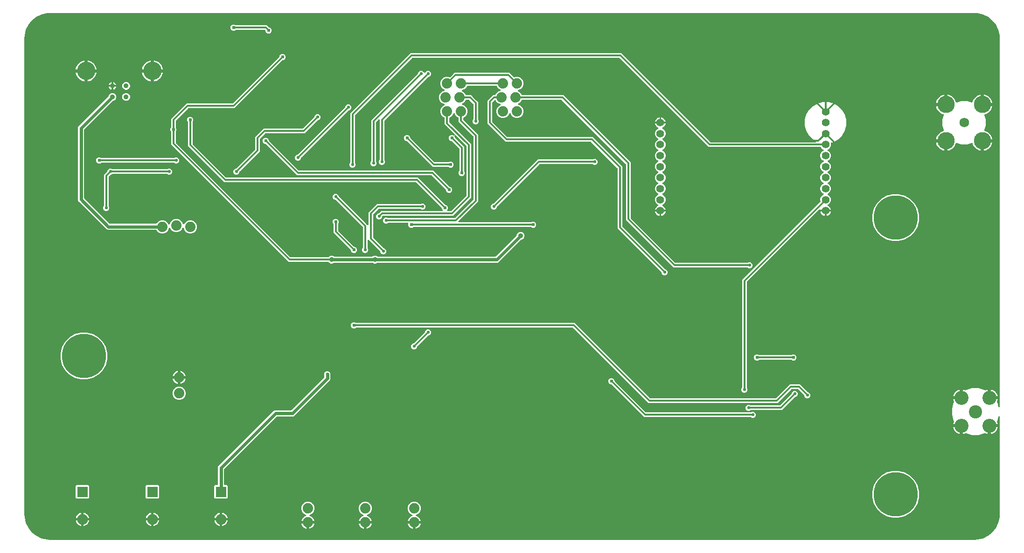
<source format=gbr>
G04 EAGLE Gerber RS-274X export*
G75*
%MOMM*%
%FSLAX34Y34*%
%LPD*%
%INBottom Copper*%
%IPPOS*%
%AMOC8*
5,1,8,0,0,1.08239X$1,22.5*%
G01*
%ADD10C,1.930400*%
%ADD11R,1.930400X1.930400*%
%ADD12C,1.879600*%
%ADD13C,3.316000*%
%ADD14C,0.900000*%
%ADD15C,1.422400*%
%ADD16C,3.126000*%
%ADD17C,1.755000*%
%ADD18C,2.400000*%
%ADD19C,2.550000*%
%ADD20C,0.754000*%
%ADD21C,0.604000*%
%ADD22C,0.584200*%
%ADD23C,0.304800*%
%ADD24C,0.609600*%
%ADD25C,0.914400*%
%ADD26C,8.001000*%

G36*
X1728032Y3814D02*
X1728032Y3814D01*
X1728085Y3813D01*
X1733086Y4094D01*
X1733092Y4095D01*
X1733098Y4095D01*
X1733340Y4130D01*
X1743091Y6355D01*
X1743137Y6372D01*
X1743185Y6380D01*
X1743413Y6468D01*
X1752425Y10808D01*
X1752466Y10834D01*
X1752511Y10853D01*
X1752713Y10989D01*
X1760533Y17225D01*
X1760568Y17260D01*
X1760607Y17288D01*
X1760775Y17467D01*
X1767011Y25287D01*
X1767037Y25328D01*
X1767069Y25364D01*
X1767192Y25575D01*
X1771532Y34587D01*
X1771548Y34633D01*
X1771571Y34675D01*
X1771645Y34909D01*
X1773870Y44660D01*
X1773871Y44666D01*
X1773873Y44671D01*
X1773906Y44914D01*
X1774187Y49915D01*
X1774185Y49947D01*
X1774189Y50000D01*
X1774189Y226894D01*
X1774172Y227043D01*
X1774160Y227192D01*
X1774152Y227215D01*
X1774149Y227240D01*
X1774099Y227381D01*
X1774053Y227523D01*
X1774040Y227545D01*
X1774032Y227568D01*
X1773951Y227694D01*
X1773874Y227822D01*
X1773856Y227840D01*
X1773843Y227861D01*
X1773735Y227965D01*
X1773631Y228072D01*
X1773610Y228086D01*
X1773592Y228103D01*
X1773464Y228180D01*
X1773338Y228261D01*
X1773314Y228269D01*
X1773293Y228282D01*
X1773151Y228327D01*
X1773010Y228378D01*
X1772985Y228381D01*
X1772961Y228388D01*
X1772812Y228400D01*
X1772663Y228417D01*
X1772639Y228414D01*
X1772614Y228416D01*
X1772466Y228394D01*
X1772317Y228377D01*
X1772294Y228368D01*
X1772269Y228364D01*
X1772130Y228309D01*
X1771989Y228258D01*
X1771968Y228245D01*
X1771945Y228236D01*
X1771823Y228150D01*
X1771697Y228069D01*
X1771679Y228051D01*
X1771659Y228037D01*
X1771559Y227926D01*
X1771455Y227818D01*
X1771442Y227797D01*
X1771426Y227778D01*
X1771353Y227647D01*
X1771277Y227518D01*
X1771267Y227490D01*
X1771257Y227473D01*
X1771244Y227427D01*
X1771195Y227288D01*
X1769326Y220313D01*
X1768902Y219579D01*
X1768842Y219440D01*
X1768777Y219303D01*
X1768772Y219280D01*
X1768763Y219259D01*
X1768736Y219111D01*
X1768705Y218962D01*
X1768705Y218939D01*
X1768701Y218916D01*
X1768708Y218765D01*
X1768711Y218614D01*
X1768717Y218591D01*
X1768718Y218568D01*
X1768760Y218422D01*
X1768797Y218276D01*
X1768809Y218251D01*
X1768814Y218233D01*
X1768837Y218192D01*
X1768861Y218142D01*
X1769650Y216235D01*
X1770154Y214357D01*
X1766767Y214357D01*
X1766617Y214340D01*
X1766466Y214327D01*
X1766444Y214320D01*
X1766420Y214317D01*
X1766278Y214266D01*
X1766135Y214220D01*
X1766114Y214208D01*
X1766092Y214200D01*
X1765965Y214118D01*
X1765836Y214040D01*
X1765819Y214024D01*
X1765799Y214011D01*
X1765694Y213902D01*
X1765586Y213797D01*
X1765570Y213774D01*
X1765557Y213760D01*
X1765533Y213720D01*
X1765447Y213596D01*
X1763688Y210548D01*
X1763658Y210478D01*
X1763619Y210413D01*
X1763588Y210319D01*
X1763549Y210228D01*
X1763536Y210153D01*
X1763512Y210081D01*
X1763505Y209982D01*
X1763487Y209885D01*
X1763491Y209809D01*
X1763484Y209734D01*
X1763499Y209636D01*
X1763504Y209537D01*
X1763525Y209464D01*
X1763536Y209389D01*
X1763573Y209297D01*
X1763600Y209202D01*
X1763637Y209136D01*
X1763665Y209065D01*
X1763721Y208984D01*
X1763770Y208897D01*
X1763821Y208841D01*
X1763864Y208779D01*
X1763937Y208713D01*
X1764004Y208639D01*
X1764066Y208596D01*
X1764123Y208546D01*
X1764209Y208498D01*
X1764291Y208442D01*
X1764361Y208414D01*
X1764428Y208377D01*
X1764523Y208350D01*
X1764615Y208314D01*
X1764690Y208303D01*
X1764763Y208282D01*
X1764914Y208270D01*
X1764960Y208263D01*
X1764979Y208265D01*
X1765007Y208263D01*
X1770154Y208263D01*
X1769650Y206385D01*
X1768883Y204533D01*
X1767881Y202797D01*
X1767853Y202760D01*
X1767852Y202759D01*
X1766661Y201206D01*
X1765244Y199789D01*
X1763653Y198569D01*
X1761917Y197567D01*
X1760065Y196800D01*
X1758187Y196296D01*
X1758187Y201443D01*
X1758179Y201518D01*
X1758180Y201594D01*
X1758159Y201691D01*
X1758147Y201789D01*
X1758122Y201861D01*
X1758106Y201935D01*
X1758063Y202024D01*
X1758030Y202117D01*
X1757989Y202181D01*
X1757956Y202250D01*
X1757895Y202327D01*
X1757841Y202410D01*
X1757786Y202463D01*
X1757739Y202522D01*
X1757661Y202584D01*
X1757590Y202652D01*
X1757525Y202691D01*
X1757466Y202738D01*
X1757376Y202780D01*
X1757291Y202831D01*
X1757219Y202854D01*
X1757150Y202887D01*
X1757053Y202907D01*
X1756959Y202938D01*
X1756884Y202944D01*
X1756810Y202959D01*
X1756710Y202958D01*
X1756612Y202965D01*
X1756537Y202954D01*
X1756461Y202953D01*
X1756365Y202928D01*
X1756267Y202914D01*
X1756197Y202886D01*
X1756123Y202867D01*
X1755987Y202802D01*
X1755943Y202785D01*
X1755928Y202774D01*
X1755902Y202762D01*
X1752854Y201003D01*
X1752733Y200913D01*
X1752609Y200826D01*
X1752593Y200809D01*
X1752574Y200795D01*
X1752477Y200680D01*
X1752376Y200568D01*
X1752364Y200547D01*
X1752349Y200529D01*
X1752280Y200395D01*
X1752207Y200263D01*
X1752201Y200240D01*
X1752190Y200219D01*
X1752154Y200073D01*
X1752112Y199927D01*
X1752110Y199899D01*
X1752106Y199881D01*
X1752105Y199834D01*
X1752093Y199683D01*
X1752093Y196296D01*
X1750215Y196800D01*
X1748270Y197605D01*
X1748252Y197610D01*
X1748119Y197673D01*
X1748097Y197677D01*
X1748076Y197687D01*
X1747927Y197714D01*
X1747779Y197745D01*
X1747755Y197745D01*
X1747733Y197749D01*
X1747582Y197742D01*
X1747430Y197739D01*
X1747408Y197733D01*
X1747385Y197732D01*
X1747239Y197690D01*
X1747092Y197653D01*
X1747067Y197641D01*
X1747050Y197636D01*
X1747009Y197614D01*
X1746871Y197548D01*
X1746137Y197124D01*
X1735333Y194229D01*
X1724147Y194229D01*
X1713343Y197124D01*
X1712609Y197548D01*
X1712470Y197608D01*
X1712333Y197673D01*
X1712310Y197678D01*
X1712289Y197687D01*
X1712141Y197714D01*
X1711992Y197745D01*
X1711969Y197745D01*
X1711946Y197749D01*
X1711795Y197742D01*
X1711644Y197739D01*
X1711621Y197733D01*
X1711598Y197732D01*
X1711452Y197690D01*
X1711306Y197653D01*
X1711281Y197641D01*
X1711263Y197636D01*
X1711222Y197613D01*
X1711172Y197589D01*
X1709265Y196800D01*
X1707387Y196296D01*
X1707387Y199683D01*
X1707370Y199833D01*
X1707357Y199984D01*
X1707350Y200006D01*
X1707347Y200030D01*
X1707296Y200172D01*
X1707250Y200315D01*
X1707238Y200336D01*
X1707230Y200358D01*
X1707148Y200485D01*
X1707070Y200614D01*
X1707054Y200631D01*
X1707041Y200651D01*
X1706932Y200756D01*
X1706827Y200864D01*
X1706804Y200880D01*
X1706790Y200893D01*
X1706750Y200917D01*
X1706626Y201003D01*
X1703578Y202762D01*
X1703508Y202792D01*
X1703443Y202831D01*
X1703349Y202862D01*
X1703258Y202901D01*
X1703183Y202914D01*
X1703111Y202938D01*
X1703012Y202945D01*
X1702915Y202963D01*
X1702839Y202959D01*
X1702764Y202966D01*
X1702666Y202951D01*
X1702567Y202946D01*
X1702494Y202925D01*
X1702419Y202914D01*
X1702327Y202877D01*
X1702232Y202850D01*
X1702166Y202813D01*
X1702095Y202785D01*
X1702014Y202729D01*
X1701927Y202680D01*
X1701871Y202629D01*
X1701809Y202586D01*
X1701743Y202513D01*
X1701669Y202446D01*
X1701626Y202384D01*
X1701576Y202327D01*
X1701528Y202241D01*
X1701472Y202159D01*
X1701444Y202089D01*
X1701407Y202022D01*
X1701380Y201927D01*
X1701344Y201835D01*
X1701333Y201760D01*
X1701312Y201687D01*
X1701300Y201536D01*
X1701293Y201490D01*
X1701295Y201471D01*
X1701293Y201443D01*
X1701293Y196296D01*
X1699415Y196800D01*
X1697563Y197567D01*
X1695827Y198569D01*
X1694236Y199789D01*
X1692819Y201206D01*
X1691599Y202797D01*
X1690597Y204533D01*
X1689830Y206385D01*
X1689326Y208263D01*
X1694473Y208263D01*
X1694548Y208271D01*
X1694624Y208270D01*
X1694721Y208291D01*
X1694819Y208303D01*
X1694891Y208328D01*
X1694965Y208344D01*
X1695054Y208387D01*
X1695147Y208420D01*
X1695211Y208461D01*
X1695280Y208494D01*
X1695357Y208555D01*
X1695440Y208609D01*
X1695493Y208664D01*
X1695552Y208711D01*
X1695614Y208789D01*
X1695682Y208860D01*
X1695721Y208925D01*
X1695768Y208984D01*
X1695811Y209074D01*
X1695861Y209159D01*
X1695884Y209231D01*
X1695917Y209300D01*
X1695937Y209397D01*
X1695968Y209491D01*
X1695974Y209566D01*
X1695989Y209640D01*
X1695988Y209740D01*
X1695996Y209838D01*
X1695984Y209913D01*
X1695983Y209989D01*
X1695959Y210085D01*
X1695944Y210183D01*
X1695916Y210253D01*
X1695897Y210327D01*
X1695832Y210463D01*
X1695815Y210507D01*
X1695804Y210522D01*
X1695792Y210548D01*
X1694033Y213596D01*
X1693943Y213717D01*
X1693856Y213841D01*
X1693839Y213857D01*
X1693825Y213875D01*
X1693710Y213973D01*
X1693598Y214074D01*
X1693577Y214086D01*
X1693559Y214101D01*
X1693425Y214169D01*
X1693293Y214243D01*
X1693270Y214249D01*
X1693249Y214260D01*
X1693103Y214296D01*
X1692957Y214338D01*
X1692929Y214340D01*
X1692911Y214344D01*
X1692864Y214345D01*
X1692713Y214357D01*
X1689326Y214357D01*
X1689830Y216235D01*
X1690635Y218180D01*
X1690640Y218198D01*
X1690703Y218331D01*
X1690707Y218354D01*
X1690717Y218375D01*
X1690744Y218524D01*
X1690775Y218671D01*
X1690775Y218695D01*
X1690779Y218718D01*
X1690772Y218869D01*
X1690769Y219020D01*
X1690763Y219043D01*
X1690762Y219066D01*
X1690720Y219212D01*
X1690683Y219358D01*
X1690671Y219383D01*
X1690666Y219401D01*
X1690643Y219442D01*
X1690578Y219579D01*
X1690154Y220313D01*
X1687259Y231117D01*
X1687259Y242303D01*
X1690154Y253107D01*
X1690578Y253841D01*
X1690638Y253980D01*
X1690703Y254117D01*
X1690708Y254140D01*
X1690717Y254161D01*
X1690744Y254309D01*
X1690775Y254458D01*
X1690775Y254481D01*
X1690779Y254504D01*
X1690772Y254655D01*
X1690769Y254806D01*
X1690763Y254829D01*
X1690762Y254852D01*
X1690720Y254998D01*
X1690683Y255144D01*
X1690671Y255169D01*
X1690666Y255187D01*
X1690643Y255228D01*
X1690619Y255278D01*
X1689830Y257185D01*
X1689326Y259063D01*
X1692713Y259063D01*
X1692863Y259080D01*
X1693014Y259093D01*
X1693036Y259100D01*
X1693060Y259103D01*
X1693202Y259154D01*
X1693345Y259200D01*
X1693366Y259212D01*
X1693388Y259220D01*
X1693515Y259302D01*
X1693644Y259380D01*
X1693661Y259396D01*
X1693681Y259409D01*
X1693786Y259518D01*
X1693894Y259623D01*
X1693910Y259646D01*
X1693923Y259660D01*
X1693947Y259700D01*
X1694033Y259824D01*
X1695792Y262872D01*
X1695822Y262942D01*
X1695861Y263007D01*
X1695891Y263101D01*
X1695931Y263192D01*
X1695944Y263267D01*
X1695968Y263339D01*
X1695975Y263438D01*
X1695993Y263535D01*
X1695989Y263611D01*
X1695995Y263686D01*
X1695981Y263784D01*
X1695976Y263883D01*
X1695955Y263956D01*
X1695944Y264031D01*
X1695907Y264123D01*
X1695880Y264218D01*
X1695843Y264284D01*
X1695815Y264355D01*
X1695759Y264436D01*
X1695710Y264523D01*
X1695659Y264579D01*
X1695616Y264641D01*
X1695543Y264707D01*
X1695476Y264781D01*
X1695414Y264824D01*
X1695357Y264874D01*
X1695271Y264922D01*
X1695189Y264978D01*
X1695119Y265006D01*
X1695052Y265043D01*
X1694957Y265070D01*
X1694865Y265106D01*
X1694790Y265117D01*
X1694717Y265138D01*
X1694566Y265150D01*
X1694520Y265156D01*
X1694501Y265155D01*
X1694473Y265157D01*
X1689326Y265157D01*
X1689830Y267035D01*
X1690597Y268887D01*
X1691599Y270623D01*
X1691870Y270976D01*
X1691870Y270977D01*
X1692819Y272214D01*
X1694236Y273631D01*
X1695827Y274851D01*
X1697563Y275853D01*
X1699415Y276620D01*
X1701293Y277124D01*
X1701293Y271977D01*
X1701301Y271902D01*
X1701300Y271826D01*
X1701321Y271729D01*
X1701333Y271631D01*
X1701358Y271559D01*
X1701374Y271485D01*
X1701417Y271396D01*
X1701450Y271303D01*
X1701491Y271239D01*
X1701524Y271170D01*
X1701585Y271093D01*
X1701639Y271010D01*
X1701694Y270957D01*
X1701741Y270898D01*
X1701819Y270836D01*
X1701890Y270768D01*
X1701955Y270729D01*
X1702014Y270682D01*
X1702104Y270639D01*
X1702189Y270589D01*
X1702261Y270566D01*
X1702330Y270533D01*
X1702427Y270513D01*
X1702521Y270482D01*
X1702596Y270476D01*
X1702670Y270461D01*
X1702770Y270462D01*
X1702868Y270454D01*
X1702943Y270466D01*
X1703019Y270467D01*
X1703115Y270491D01*
X1703213Y270506D01*
X1703283Y270534D01*
X1703357Y270553D01*
X1703493Y270618D01*
X1703537Y270635D01*
X1703552Y270646D01*
X1703578Y270658D01*
X1706626Y272417D01*
X1706747Y272507D01*
X1706871Y272594D01*
X1706887Y272611D01*
X1706905Y272625D01*
X1707003Y272740D01*
X1707104Y272852D01*
X1707116Y272873D01*
X1707131Y272891D01*
X1707199Y273025D01*
X1707273Y273157D01*
X1707279Y273180D01*
X1707290Y273201D01*
X1707326Y273347D01*
X1707368Y273493D01*
X1707370Y273521D01*
X1707374Y273539D01*
X1707375Y273586D01*
X1707387Y273737D01*
X1707387Y277124D01*
X1709265Y276620D01*
X1711210Y275815D01*
X1711228Y275810D01*
X1711361Y275747D01*
X1711384Y275743D01*
X1711405Y275733D01*
X1711554Y275706D01*
X1711701Y275675D01*
X1711725Y275675D01*
X1711748Y275671D01*
X1711899Y275678D01*
X1712050Y275681D01*
X1712073Y275687D01*
X1712096Y275688D01*
X1712242Y275730D01*
X1712388Y275767D01*
X1712413Y275779D01*
X1712431Y275784D01*
X1712472Y275807D01*
X1712609Y275872D01*
X1713343Y276296D01*
X1724147Y279191D01*
X1735333Y279191D01*
X1746137Y276296D01*
X1746871Y275872D01*
X1747010Y275812D01*
X1747147Y275747D01*
X1747170Y275742D01*
X1747191Y275733D01*
X1747339Y275706D01*
X1747488Y275675D01*
X1747511Y275675D01*
X1747534Y275671D01*
X1747685Y275678D01*
X1747836Y275681D01*
X1747859Y275687D01*
X1747882Y275688D01*
X1748028Y275730D01*
X1748174Y275767D01*
X1748199Y275779D01*
X1748217Y275784D01*
X1748258Y275807D01*
X1748308Y275831D01*
X1750215Y276620D01*
X1752093Y277124D01*
X1752093Y273737D01*
X1752110Y273587D01*
X1752123Y273436D01*
X1752130Y273414D01*
X1752133Y273390D01*
X1752184Y273248D01*
X1752230Y273105D01*
X1752242Y273084D01*
X1752250Y273062D01*
X1752332Y272935D01*
X1752410Y272806D01*
X1752426Y272789D01*
X1752439Y272769D01*
X1752548Y272664D01*
X1752653Y272556D01*
X1752676Y272540D01*
X1752690Y272527D01*
X1752730Y272503D01*
X1752854Y272417D01*
X1755902Y270658D01*
X1755972Y270628D01*
X1756037Y270589D01*
X1756131Y270559D01*
X1756222Y270519D01*
X1756297Y270506D01*
X1756369Y270482D01*
X1756468Y270475D01*
X1756565Y270457D01*
X1756641Y270461D01*
X1756716Y270455D01*
X1756814Y270469D01*
X1756913Y270474D01*
X1756986Y270495D01*
X1757061Y270506D01*
X1757153Y270543D01*
X1757248Y270570D01*
X1757314Y270607D01*
X1757385Y270635D01*
X1757466Y270691D01*
X1757553Y270740D01*
X1757609Y270791D01*
X1757671Y270834D01*
X1757737Y270907D01*
X1757811Y270974D01*
X1757854Y271036D01*
X1757904Y271093D01*
X1757952Y271179D01*
X1758008Y271261D01*
X1758036Y271331D01*
X1758073Y271398D01*
X1758100Y271493D01*
X1758136Y271585D01*
X1758147Y271660D01*
X1758168Y271733D01*
X1758180Y271884D01*
X1758186Y271930D01*
X1758185Y271949D01*
X1758187Y271977D01*
X1758187Y277124D01*
X1760065Y276620D01*
X1761917Y275853D01*
X1763653Y274851D01*
X1765244Y273631D01*
X1766661Y272214D01*
X1767881Y270623D01*
X1768883Y268887D01*
X1769650Y267035D01*
X1770154Y265157D01*
X1765007Y265157D01*
X1764932Y265149D01*
X1764856Y265150D01*
X1764759Y265129D01*
X1764661Y265117D01*
X1764589Y265092D01*
X1764515Y265076D01*
X1764426Y265033D01*
X1764333Y265000D01*
X1764269Y264959D01*
X1764200Y264926D01*
X1764123Y264865D01*
X1764040Y264811D01*
X1763987Y264756D01*
X1763928Y264709D01*
X1763866Y264632D01*
X1763798Y264560D01*
X1763759Y264495D01*
X1763712Y264436D01*
X1763670Y264346D01*
X1763619Y264261D01*
X1763596Y264189D01*
X1763563Y264120D01*
X1763543Y264023D01*
X1763512Y263929D01*
X1763506Y263854D01*
X1763491Y263780D01*
X1763492Y263680D01*
X1763485Y263582D01*
X1763496Y263507D01*
X1763497Y263431D01*
X1763522Y263335D01*
X1763536Y263237D01*
X1763564Y263167D01*
X1763583Y263093D01*
X1763648Y262957D01*
X1763665Y262913D01*
X1763675Y262898D01*
X1763688Y262872D01*
X1765447Y259824D01*
X1765538Y259703D01*
X1765624Y259579D01*
X1765641Y259563D01*
X1765655Y259544D01*
X1765770Y259447D01*
X1765882Y259346D01*
X1765903Y259334D01*
X1765921Y259319D01*
X1766055Y259250D01*
X1766187Y259177D01*
X1766210Y259171D01*
X1766231Y259160D01*
X1766377Y259123D01*
X1766523Y259082D01*
X1766551Y259080D01*
X1766569Y259076D01*
X1766616Y259075D01*
X1766767Y259063D01*
X1770154Y259063D01*
X1769650Y257185D01*
X1768845Y255240D01*
X1768840Y255222D01*
X1768777Y255089D01*
X1768773Y255066D01*
X1768763Y255045D01*
X1768736Y254896D01*
X1768705Y254749D01*
X1768705Y254725D01*
X1768701Y254702D01*
X1768708Y254551D01*
X1768711Y254400D01*
X1768717Y254377D01*
X1768718Y254354D01*
X1768760Y254208D01*
X1768797Y254062D01*
X1768809Y254037D01*
X1768814Y254019D01*
X1768837Y253978D01*
X1768902Y253841D01*
X1769326Y253107D01*
X1771195Y246132D01*
X1771250Y245993D01*
X1771300Y245852D01*
X1771314Y245831D01*
X1771323Y245808D01*
X1771408Y245685D01*
X1771489Y245559D01*
X1771507Y245542D01*
X1771521Y245521D01*
X1771632Y245421D01*
X1771740Y245317D01*
X1771761Y245304D01*
X1771780Y245287D01*
X1771910Y245215D01*
X1772039Y245138D01*
X1772063Y245130D01*
X1772084Y245118D01*
X1772229Y245077D01*
X1772371Y245032D01*
X1772396Y245030D01*
X1772420Y245023D01*
X1772569Y245016D01*
X1772718Y245004D01*
X1772743Y245008D01*
X1772768Y245006D01*
X1772915Y245033D01*
X1773063Y245056D01*
X1773086Y245065D01*
X1773110Y245069D01*
X1773248Y245129D01*
X1773387Y245184D01*
X1773407Y245198D01*
X1773430Y245208D01*
X1773550Y245298D01*
X1773673Y245383D01*
X1773689Y245402D01*
X1773710Y245416D01*
X1773806Y245531D01*
X1773906Y245642D01*
X1773918Y245664D01*
X1773934Y245683D01*
X1774003Y245816D01*
X1774075Y245947D01*
X1774082Y245971D01*
X1774093Y245993D01*
X1774129Y246139D01*
X1774170Y246282D01*
X1774172Y246312D01*
X1774177Y246331D01*
X1774177Y246379D01*
X1774189Y246526D01*
X1774189Y915200D01*
X1774186Y915232D01*
X1774187Y915285D01*
X1773906Y920286D01*
X1773905Y920292D01*
X1773905Y920298D01*
X1773870Y920540D01*
X1771645Y930291D01*
X1771635Y930317D01*
X1771631Y930344D01*
X1771624Y930362D01*
X1771620Y930385D01*
X1771532Y930613D01*
X1767192Y939625D01*
X1767166Y939666D01*
X1767147Y939711D01*
X1767011Y939913D01*
X1760775Y947733D01*
X1760740Y947768D01*
X1760712Y947807D01*
X1760533Y947975D01*
X1752713Y954211D01*
X1752672Y954237D01*
X1752636Y954269D01*
X1752425Y954392D01*
X1743413Y958732D01*
X1743367Y958748D01*
X1743325Y958771D01*
X1743091Y958845D01*
X1733340Y961070D01*
X1733334Y961071D01*
X1733329Y961073D01*
X1733086Y961106D01*
X1728085Y961387D01*
X1728053Y961385D01*
X1728000Y961389D01*
X50000Y961389D01*
X49968Y961386D01*
X49915Y961387D01*
X44914Y961106D01*
X44908Y961105D01*
X44902Y961105D01*
X44660Y961070D01*
X34909Y958845D01*
X34863Y958828D01*
X34815Y958820D01*
X34587Y958732D01*
X25575Y954392D01*
X25547Y954374D01*
X25516Y954362D01*
X25503Y954353D01*
X25489Y954347D01*
X25287Y954211D01*
X17467Y947975D01*
X17432Y947940D01*
X17393Y947912D01*
X17225Y947733D01*
X10989Y939913D01*
X10963Y939872D01*
X10931Y939836D01*
X10808Y939625D01*
X6468Y930613D01*
X6459Y930587D01*
X6451Y930574D01*
X6444Y930553D01*
X6429Y930525D01*
X6355Y930291D01*
X4130Y920540D01*
X4129Y920534D01*
X4127Y920529D01*
X4094Y920286D01*
X3813Y915285D01*
X3815Y915253D01*
X3811Y915200D01*
X3811Y50000D01*
X3814Y49968D01*
X3813Y49915D01*
X4094Y44914D01*
X4095Y44908D01*
X4095Y44902D01*
X4130Y44660D01*
X6355Y34909D01*
X6372Y34863D01*
X6380Y34815D01*
X6468Y34587D01*
X10808Y25575D01*
X10834Y25534D01*
X10853Y25489D01*
X10989Y25287D01*
X17225Y17467D01*
X17260Y17432D01*
X17288Y17393D01*
X17467Y17225D01*
X25287Y10989D01*
X25328Y10963D01*
X25364Y10931D01*
X25575Y10808D01*
X34587Y6468D01*
X34633Y6452D01*
X34675Y6429D01*
X34909Y6355D01*
X44660Y4130D01*
X44666Y4129D01*
X44671Y4127D01*
X44914Y4094D01*
X49915Y3813D01*
X49947Y3815D01*
X50000Y3811D01*
X1728000Y3811D01*
X1728032Y3814D01*
G37*
%LPC*%
G36*
X1164774Y484758D02*
X1164774Y484758D01*
X1162766Y485590D01*
X1161230Y487126D01*
X1160398Y489134D01*
X1160398Y489302D01*
X1160384Y489428D01*
X1160377Y489554D01*
X1160364Y489601D01*
X1160358Y489649D01*
X1160316Y489768D01*
X1160281Y489889D01*
X1160257Y489931D01*
X1160241Y489977D01*
X1160172Y490083D01*
X1160111Y490193D01*
X1160071Y490239D01*
X1160052Y490269D01*
X1160017Y490303D01*
X1159952Y490379D01*
X1080515Y569816D01*
X1080515Y678405D01*
X1080501Y678531D01*
X1080494Y678657D01*
X1080481Y678704D01*
X1080475Y678752D01*
X1080433Y678871D01*
X1080398Y678992D01*
X1080374Y679034D01*
X1080358Y679080D01*
X1080289Y679186D01*
X1080228Y679296D01*
X1080188Y679342D01*
X1080169Y679372D01*
X1080134Y679406D01*
X1080069Y679482D01*
X1032542Y727009D01*
X1032443Y727088D01*
X1032350Y727172D01*
X1032307Y727196D01*
X1032269Y727226D01*
X1032155Y727280D01*
X1032045Y727341D01*
X1031998Y727354D01*
X1031954Y727375D01*
X1031831Y727401D01*
X1031709Y727436D01*
X1031648Y727441D01*
X1031614Y727448D01*
X1031566Y727447D01*
X1031465Y727455D01*
X877156Y727455D01*
X844295Y760316D01*
X844295Y801784D01*
X854296Y811785D01*
X857693Y811785D01*
X857769Y811793D01*
X857846Y811792D01*
X857942Y811813D01*
X858040Y811825D01*
X858112Y811850D01*
X858186Y811867D01*
X858275Y811909D01*
X858368Y811942D01*
X858432Y811984D01*
X858501Y812016D01*
X858578Y812078D01*
X858661Y812131D01*
X858714Y812186D01*
X858773Y812234D01*
X858834Y812311D01*
X858903Y812382D01*
X858942Y812447D01*
X858989Y812507D01*
X859057Y812640D01*
X859082Y812681D01*
X859087Y812699D01*
X859101Y812725D01*
X859829Y814483D01*
X863187Y817841D01*
X867286Y819539D01*
X867373Y819587D01*
X867466Y819628D01*
X867525Y819672D01*
X867590Y819708D01*
X867665Y819776D01*
X867745Y819835D01*
X867793Y819892D01*
X867848Y819942D01*
X867906Y820025D01*
X867970Y820101D01*
X868004Y820168D01*
X868047Y820229D01*
X868083Y820322D01*
X868129Y820412D01*
X868147Y820484D01*
X868174Y820553D01*
X868189Y820652D01*
X868213Y820750D01*
X868214Y820824D01*
X868225Y820898D01*
X868217Y820998D01*
X868218Y821098D01*
X868202Y821171D01*
X868196Y821245D01*
X868165Y821341D01*
X868144Y821439D01*
X868112Y821506D01*
X868089Y821577D01*
X868037Y821663D01*
X867994Y821754D01*
X867948Y821812D01*
X867910Y821875D01*
X867839Y821948D01*
X867777Y822026D01*
X867719Y822072D01*
X867667Y822125D01*
X867582Y822180D01*
X867503Y822242D01*
X867414Y822288D01*
X867373Y822314D01*
X867340Y822326D01*
X867286Y822353D01*
X865727Y822999D01*
X862369Y826357D01*
X861641Y828115D01*
X861604Y828182D01*
X861575Y828253D01*
X861519Y828334D01*
X861471Y828420D01*
X861420Y828476D01*
X861376Y828539D01*
X861304Y828605D01*
X861237Y828678D01*
X861174Y828721D01*
X861118Y828772D01*
X861032Y828820D01*
X860951Y828876D01*
X860880Y828904D01*
X860813Y828941D01*
X860718Y828968D01*
X860626Y829004D01*
X860551Y829015D01*
X860477Y829036D01*
X860328Y829048D01*
X860282Y829055D01*
X860263Y829053D01*
X860233Y829055D01*
X808547Y829055D01*
X808471Y829047D01*
X808394Y829048D01*
X808298Y829027D01*
X808200Y829015D01*
X808128Y828990D01*
X808054Y828973D01*
X807965Y828931D01*
X807872Y828898D01*
X807808Y828856D01*
X807739Y828824D01*
X807662Y828762D01*
X807579Y828709D01*
X807526Y828654D01*
X807467Y828606D01*
X807406Y828529D01*
X807337Y828458D01*
X807298Y828393D01*
X807251Y828333D01*
X807183Y828200D01*
X807158Y828159D01*
X807153Y828141D01*
X807139Y828115D01*
X806411Y826357D01*
X803053Y822999D01*
X798954Y821301D01*
X798867Y821253D01*
X798775Y821212D01*
X798715Y821168D01*
X798650Y821132D01*
X798575Y821064D01*
X798495Y821005D01*
X798447Y820948D01*
X798392Y820898D01*
X798335Y820815D01*
X798270Y820739D01*
X798236Y820672D01*
X798193Y820611D01*
X798157Y820518D01*
X798111Y820428D01*
X798093Y820356D01*
X798066Y820287D01*
X798051Y820187D01*
X798027Y820090D01*
X798026Y820016D01*
X798015Y819942D01*
X798023Y819842D01*
X798022Y819742D01*
X798038Y819669D01*
X798044Y819595D01*
X798075Y819499D01*
X798096Y819401D01*
X798128Y819334D01*
X798151Y819263D01*
X798203Y819177D01*
X798246Y819086D01*
X798292Y819028D01*
X798330Y818965D01*
X798401Y818892D01*
X798463Y818814D01*
X798521Y818768D01*
X798573Y818715D01*
X798658Y818660D01*
X798737Y818598D01*
X798826Y818552D01*
X798867Y818526D01*
X798900Y818514D01*
X798954Y818487D01*
X800513Y817841D01*
X803871Y814483D01*
X804599Y812725D01*
X804636Y812658D01*
X804665Y812587D01*
X804721Y812506D01*
X804769Y812420D01*
X804820Y812364D01*
X804864Y812301D01*
X804936Y812235D01*
X805003Y812162D01*
X805066Y812119D01*
X805122Y812068D01*
X805208Y812020D01*
X805289Y811964D01*
X805360Y811936D01*
X805427Y811899D01*
X805522Y811872D01*
X805614Y811836D01*
X805689Y811825D01*
X805763Y811804D01*
X805912Y811792D01*
X805958Y811785D01*
X805977Y811787D01*
X806007Y811785D01*
X814484Y811785D01*
X817311Y808958D01*
X824198Y802071D01*
X827025Y799244D01*
X827025Y768830D01*
X827039Y768705D01*
X827046Y768578D01*
X827059Y768532D01*
X827065Y768484D01*
X827107Y768365D01*
X827142Y768244D01*
X827166Y768201D01*
X827182Y768156D01*
X827251Y768050D01*
X827312Y767939D01*
X827352Y767893D01*
X827371Y767863D01*
X827406Y767830D01*
X827471Y767753D01*
X827590Y767634D01*
X828422Y765626D01*
X828422Y763454D01*
X827590Y761446D01*
X826054Y759910D01*
X824046Y759078D01*
X821874Y759078D01*
X819866Y759910D01*
X818330Y761446D01*
X817498Y763454D01*
X817498Y765626D01*
X818330Y767634D01*
X818449Y767753D01*
X818528Y767852D01*
X818612Y767946D01*
X818636Y767988D01*
X818666Y768026D01*
X818720Y768140D01*
X818781Y768251D01*
X818794Y768298D01*
X818815Y768341D01*
X818841Y768465D01*
X818876Y768586D01*
X818881Y768647D01*
X818888Y768682D01*
X818887Y768730D01*
X818895Y768830D01*
X818895Y795245D01*
X818881Y795371D01*
X818874Y795497D01*
X818861Y795544D01*
X818855Y795592D01*
X818813Y795711D01*
X818778Y795832D01*
X818754Y795874D01*
X818738Y795920D01*
X818669Y796026D01*
X818608Y796136D01*
X818568Y796183D01*
X818549Y796213D01*
X818514Y796246D01*
X818449Y796322D01*
X811562Y803209D01*
X811463Y803288D01*
X811370Y803372D01*
X811327Y803396D01*
X811289Y803426D01*
X811175Y803480D01*
X811065Y803541D01*
X811018Y803554D01*
X810974Y803575D01*
X810851Y803601D01*
X810729Y803636D01*
X810668Y803641D01*
X810634Y803648D01*
X810586Y803647D01*
X810485Y803655D01*
X806007Y803655D01*
X805931Y803647D01*
X805854Y803648D01*
X805758Y803627D01*
X805660Y803615D01*
X805588Y803590D01*
X805514Y803573D01*
X805425Y803531D01*
X805332Y803498D01*
X805268Y803456D01*
X805199Y803424D01*
X805122Y803362D01*
X805039Y803309D01*
X804986Y803254D01*
X804927Y803206D01*
X804866Y803129D01*
X804797Y803058D01*
X804758Y802993D01*
X804711Y802933D01*
X804642Y802799D01*
X804618Y802759D01*
X804613Y802741D01*
X804599Y802715D01*
X803871Y800957D01*
X800513Y797599D01*
X798954Y796953D01*
X798867Y796905D01*
X798775Y796865D01*
X798715Y796820D01*
X798650Y796784D01*
X798575Y796717D01*
X798495Y796657D01*
X798447Y796600D01*
X798392Y796550D01*
X798335Y796467D01*
X798270Y796391D01*
X798236Y796324D01*
X798193Y796263D01*
X798157Y796170D01*
X798111Y796080D01*
X798093Y796008D01*
X798066Y795939D01*
X798051Y795840D01*
X798027Y795742D01*
X798026Y795668D01*
X798015Y795594D01*
X798023Y795494D01*
X798022Y795394D01*
X798038Y795321D01*
X798044Y795247D01*
X798075Y795151D01*
X798096Y795053D01*
X798128Y794986D01*
X798151Y794915D01*
X798203Y794829D01*
X798246Y794739D01*
X798292Y794681D01*
X798330Y794617D01*
X798401Y794544D01*
X798463Y794466D01*
X798521Y794420D01*
X798573Y794367D01*
X798658Y794312D01*
X798737Y794250D01*
X798826Y794204D01*
X798867Y794178D01*
X798900Y794166D01*
X798954Y794139D01*
X803053Y792441D01*
X806411Y789083D01*
X808229Y784695D01*
X808229Y779945D01*
X806411Y775557D01*
X803053Y772199D01*
X801295Y771471D01*
X801228Y771434D01*
X801157Y771405D01*
X801076Y771349D01*
X800990Y771301D01*
X800934Y771250D01*
X800871Y771206D01*
X800805Y771134D01*
X800732Y771067D01*
X800689Y771004D01*
X800638Y770948D01*
X800590Y770862D01*
X800534Y770781D01*
X800506Y770710D01*
X800469Y770643D01*
X800442Y770548D01*
X800406Y770456D01*
X800395Y770381D01*
X800374Y770307D01*
X800362Y770158D01*
X800355Y770112D01*
X800357Y770093D01*
X800355Y770063D01*
X800355Y767689D01*
X800369Y767563D01*
X800376Y767437D01*
X800389Y767391D01*
X800395Y767343D01*
X800437Y767224D01*
X800472Y767102D01*
X800496Y767060D01*
X800512Y767015D01*
X800581Y766908D01*
X800642Y766798D01*
X800682Y766752D01*
X800701Y766722D01*
X800736Y766688D01*
X800801Y766612D01*
X827025Y740388D01*
X827025Y618512D01*
X791758Y583245D01*
X791695Y583167D01*
X791626Y583094D01*
X791587Y583030D01*
X791541Y582972D01*
X791498Y582881D01*
X791447Y582795D01*
X791424Y582724D01*
X791392Y582657D01*
X791371Y582559D01*
X791340Y582463D01*
X791334Y582389D01*
X791319Y582316D01*
X791321Y582216D01*
X791312Y582116D01*
X791324Y582042D01*
X791325Y581968D01*
X791349Y581871D01*
X791364Y581771D01*
X791392Y581702D01*
X791410Y581630D01*
X791456Y581540D01*
X791493Y581447D01*
X791535Y581386D01*
X791569Y581320D01*
X791635Y581243D01*
X791692Y581161D01*
X791747Y581111D01*
X791795Y581055D01*
X791876Y580995D01*
X791951Y580928D01*
X792016Y580892D01*
X792076Y580847D01*
X792168Y580808D01*
X792256Y580759D01*
X792327Y580739D01*
X792396Y580709D01*
X792494Y580692D01*
X792591Y580664D01*
X792691Y580656D01*
X792739Y580648D01*
X792774Y580650D01*
X792835Y580645D01*
X922670Y580645D01*
X922795Y580659D01*
X922922Y580666D01*
X922968Y580679D01*
X923016Y580685D01*
X923135Y580727D01*
X923256Y580762D01*
X923299Y580786D01*
X923344Y580802D01*
X923450Y580871D01*
X923561Y580932D01*
X923607Y580972D01*
X923637Y580991D01*
X923670Y581026D01*
X923747Y581091D01*
X923950Y581294D01*
X925994Y582141D01*
X928206Y582141D01*
X930250Y581294D01*
X931814Y579730D01*
X932661Y577686D01*
X932661Y575474D01*
X931814Y573430D01*
X930250Y571866D01*
X928206Y571019D01*
X925994Y571019D01*
X923950Y571866D01*
X923747Y572069D01*
X923648Y572148D01*
X923554Y572232D01*
X923512Y572256D01*
X923474Y572286D01*
X923360Y572340D01*
X923249Y572401D01*
X923202Y572414D01*
X923159Y572435D01*
X923035Y572461D01*
X922913Y572496D01*
X922853Y572501D01*
X922818Y572508D01*
X922770Y572507D01*
X922670Y572515D01*
X710550Y572515D01*
X710425Y572501D01*
X710298Y572494D01*
X710252Y572481D01*
X710204Y572475D01*
X710085Y572433D01*
X709964Y572398D01*
X709921Y572374D01*
X709876Y572358D01*
X709770Y572289D01*
X709659Y572228D01*
X709613Y572188D01*
X709583Y572169D01*
X709550Y572134D01*
X709473Y572069D01*
X709270Y571866D01*
X707226Y571019D01*
X705014Y571019D01*
X702970Y571866D01*
X701406Y573430D01*
X700559Y575474D01*
X700559Y577686D01*
X700701Y578029D01*
X700743Y578174D01*
X700788Y578317D01*
X700790Y578341D01*
X700797Y578364D01*
X700804Y578515D01*
X700816Y578664D01*
X700813Y578688D01*
X700814Y578712D01*
X700787Y578860D01*
X700765Y579009D01*
X700756Y579031D01*
X700751Y579055D01*
X700692Y579193D01*
X700636Y579333D01*
X700622Y579353D01*
X700613Y579375D01*
X700523Y579496D01*
X700437Y579619D01*
X700419Y579635D01*
X700405Y579655D01*
X700290Y579752D01*
X700178Y579852D01*
X700157Y579864D01*
X700139Y579880D01*
X700005Y579948D01*
X699873Y580021D01*
X699850Y580027D01*
X699828Y580038D01*
X699683Y580075D01*
X699538Y580116D01*
X699509Y580118D01*
X699490Y580123D01*
X699443Y580123D01*
X699294Y580135D01*
X664690Y580135D01*
X664565Y580121D01*
X664438Y580114D01*
X664392Y580101D01*
X664344Y580095D01*
X664225Y580053D01*
X664104Y580018D01*
X664061Y579994D01*
X664016Y579978D01*
X663910Y579909D01*
X663799Y579848D01*
X663753Y579808D01*
X663723Y579789D01*
X663690Y579754D01*
X663613Y579689D01*
X663494Y579570D01*
X661486Y578738D01*
X659314Y578738D01*
X657511Y579485D01*
X657306Y579570D01*
X655770Y581106D01*
X654938Y583114D01*
X654938Y585286D01*
X655770Y587294D01*
X657306Y588830D01*
X659314Y589662D01*
X661486Y589662D01*
X663494Y588830D01*
X663613Y588711D01*
X663712Y588632D01*
X663806Y588548D01*
X663848Y588524D01*
X663886Y588494D01*
X664000Y588440D01*
X664111Y588379D01*
X664158Y588366D01*
X664201Y588345D01*
X664325Y588319D01*
X664446Y588284D01*
X664507Y588279D01*
X664542Y588272D01*
X664590Y588273D01*
X664690Y588265D01*
X784650Y588265D01*
X784775Y588279D01*
X784901Y588286D01*
X784948Y588299D01*
X784996Y588305D01*
X785115Y588347D01*
X785236Y588382D01*
X785278Y588406D01*
X785324Y588422D01*
X785430Y588491D01*
X785540Y588552D01*
X785587Y588592D01*
X785617Y588611D01*
X785650Y588646D01*
X785727Y588711D01*
X818449Y621433D01*
X818528Y621532D01*
X818612Y621626D01*
X818636Y621668D01*
X818666Y621706D01*
X818720Y621820D01*
X818781Y621931D01*
X818794Y621978D01*
X818815Y622021D01*
X818841Y622145D01*
X818876Y622267D01*
X818881Y622327D01*
X818888Y622362D01*
X818887Y622410D01*
X818895Y622510D01*
X818895Y736390D01*
X818881Y736515D01*
X818874Y736641D01*
X818861Y736688D01*
X818855Y736736D01*
X818813Y736855D01*
X818778Y736976D01*
X818754Y737018D01*
X818738Y737064D01*
X818669Y737170D01*
X818608Y737280D01*
X818568Y737327D01*
X818549Y737357D01*
X818514Y737390D01*
X818449Y737467D01*
X792225Y763691D01*
X792225Y770063D01*
X792217Y770139D01*
X792218Y770216D01*
X792197Y770312D01*
X792185Y770410D01*
X792160Y770482D01*
X792143Y770556D01*
X792101Y770645D01*
X792068Y770738D01*
X792026Y770802D01*
X791994Y770871D01*
X791932Y770948D01*
X791879Y771031D01*
X791824Y771084D01*
X791776Y771143D01*
X791699Y771204D01*
X791628Y771273D01*
X791563Y771312D01*
X791503Y771359D01*
X791370Y771427D01*
X791329Y771452D01*
X791311Y771457D01*
X791285Y771471D01*
X789527Y772199D01*
X786169Y775557D01*
X784997Y778386D01*
X784949Y778473D01*
X784908Y778565D01*
X784864Y778625D01*
X784828Y778690D01*
X784761Y778765D01*
X784701Y778845D01*
X784644Y778893D01*
X784594Y778948D01*
X784511Y779006D01*
X784435Y779070D01*
X784368Y779104D01*
X784307Y779147D01*
X784214Y779183D01*
X784124Y779229D01*
X784052Y779247D01*
X783983Y779274D01*
X783884Y779289D01*
X783786Y779313D01*
X783712Y779314D01*
X783638Y779325D01*
X783538Y779317D01*
X783438Y779318D01*
X783365Y779302D01*
X783291Y779296D01*
X783195Y779265D01*
X783097Y779244D01*
X783030Y779212D01*
X782959Y779189D01*
X782873Y779137D01*
X782782Y779094D01*
X782724Y779048D01*
X782661Y779009D01*
X782589Y778940D01*
X782510Y778877D01*
X782464Y778818D01*
X782411Y778767D01*
X782356Y778682D01*
X782294Y778603D01*
X782248Y778514D01*
X782222Y778473D01*
X782210Y778440D01*
X782183Y778386D01*
X781011Y775557D01*
X777653Y772199D01*
X775895Y771471D01*
X775828Y771434D01*
X775757Y771405D01*
X775676Y771349D01*
X775590Y771301D01*
X775534Y771250D01*
X775471Y771206D01*
X775405Y771134D01*
X775332Y771067D01*
X775289Y771004D01*
X775238Y770948D01*
X775190Y770862D01*
X775134Y770781D01*
X775106Y770710D01*
X775069Y770643D01*
X775042Y770548D01*
X775006Y770456D01*
X774995Y770381D01*
X774974Y770307D01*
X774962Y770158D01*
X774955Y770112D01*
X774957Y770093D01*
X774955Y770063D01*
X774955Y763045D01*
X774969Y762919D01*
X774976Y762793D01*
X774989Y762746D01*
X774995Y762698D01*
X775037Y762579D01*
X775072Y762458D01*
X775096Y762416D01*
X775112Y762370D01*
X775181Y762264D01*
X775242Y762154D01*
X775282Y762108D01*
X775301Y762078D01*
X775336Y762044D01*
X775401Y761968D01*
X814325Y723044D01*
X814325Y625696D01*
X781464Y592835D01*
X655095Y592835D01*
X654969Y592821D01*
X654843Y592814D01*
X654796Y592801D01*
X654748Y592795D01*
X654629Y592753D01*
X654508Y592718D01*
X654466Y592694D01*
X654420Y592678D01*
X654314Y592609D01*
X654204Y592548D01*
X654158Y592508D01*
X654128Y592489D01*
X654094Y592454D01*
X654018Y592389D01*
X653608Y591979D01*
X653529Y591880D01*
X653445Y591787D01*
X653421Y591744D01*
X653391Y591706D01*
X653337Y591592D01*
X653276Y591482D01*
X653263Y591435D01*
X653242Y591391D01*
X653216Y591268D01*
X653181Y591146D01*
X653176Y591085D01*
X653169Y591051D01*
X653170Y591003D01*
X653162Y590902D01*
X653162Y590734D01*
X652330Y588726D01*
X650794Y587190D01*
X648786Y586358D01*
X646614Y586358D01*
X644606Y587190D01*
X643070Y588726D01*
X642238Y590734D01*
X642238Y592906D01*
X643070Y594914D01*
X644606Y596450D01*
X646614Y597282D01*
X646782Y597282D01*
X646908Y597296D01*
X647034Y597303D01*
X647081Y597316D01*
X647129Y597322D01*
X647248Y597364D01*
X647369Y597399D01*
X647411Y597423D01*
X647457Y597439D01*
X647563Y597508D01*
X647673Y597569D01*
X647719Y597609D01*
X647749Y597628D01*
X647783Y597663D01*
X647859Y597728D01*
X651096Y600965D01*
X761634Y600965D01*
X761734Y600976D01*
X761834Y600978D01*
X761906Y600996D01*
X761980Y601005D01*
X762075Y601038D01*
X762172Y601063D01*
X762238Y601097D01*
X762308Y601122D01*
X762393Y601177D01*
X762482Y601223D01*
X762538Y601271D01*
X762601Y601311D01*
X762671Y601383D01*
X762747Y601448D01*
X762791Y601508D01*
X762843Y601562D01*
X762895Y601648D01*
X762954Y601729D01*
X762984Y601797D01*
X763022Y601861D01*
X763053Y601956D01*
X763092Y602049D01*
X763106Y602122D01*
X763128Y602193D01*
X763136Y602293D01*
X763154Y602392D01*
X763150Y602466D01*
X763156Y602540D01*
X763141Y602639D01*
X763136Y602740D01*
X763115Y602811D01*
X763104Y602885D01*
X763067Y602978D01*
X763039Y603075D01*
X763003Y603140D01*
X762976Y603209D01*
X762918Y603291D01*
X762869Y603379D01*
X762804Y603455D01*
X762777Y603495D01*
X762750Y603519D01*
X762711Y603565D01*
X762366Y603910D01*
X761519Y605954D01*
X761519Y606241D01*
X761505Y606367D01*
X761498Y606493D01*
X761485Y606540D01*
X761479Y606588D01*
X761437Y606707D01*
X761402Y606828D01*
X761378Y606870D01*
X761362Y606916D01*
X761293Y607022D01*
X761232Y607132D01*
X761192Y607178D01*
X761173Y607208D01*
X761138Y607242D01*
X761073Y607318D01*
X715042Y653349D01*
X714943Y653428D01*
X714850Y653512D01*
X714807Y653536D01*
X714769Y653566D01*
X714655Y653620D01*
X714545Y653681D01*
X714498Y653694D01*
X714454Y653715D01*
X714331Y653741D01*
X714209Y653776D01*
X714148Y653781D01*
X714114Y653788D01*
X714066Y653787D01*
X713965Y653795D01*
X366616Y653795D01*
X300735Y719676D01*
X300735Y762650D01*
X300721Y762775D01*
X300714Y762902D01*
X300701Y762948D01*
X300695Y762996D01*
X300653Y763115D01*
X300618Y763236D01*
X300594Y763279D01*
X300578Y763324D01*
X300509Y763430D01*
X300448Y763541D01*
X300408Y763587D01*
X300389Y763617D01*
X300354Y763650D01*
X300289Y763727D01*
X300086Y763930D01*
X299239Y765974D01*
X299239Y768186D01*
X300086Y770230D01*
X301650Y771794D01*
X303694Y772641D01*
X305906Y772641D01*
X307950Y771794D01*
X309514Y770230D01*
X310361Y768186D01*
X310361Y765974D01*
X309514Y763930D01*
X309311Y763727D01*
X309232Y763628D01*
X309148Y763534D01*
X309124Y763492D01*
X309094Y763454D01*
X309040Y763340D01*
X308979Y763229D01*
X308966Y763182D01*
X308945Y763139D01*
X308919Y763015D01*
X308884Y762893D01*
X308879Y762833D01*
X308872Y762798D01*
X308873Y762750D01*
X308865Y762650D01*
X308865Y723675D01*
X308879Y723549D01*
X308886Y723423D01*
X308899Y723376D01*
X308905Y723328D01*
X308947Y723209D01*
X308982Y723088D01*
X309006Y723046D01*
X309022Y723000D01*
X309091Y722894D01*
X309152Y722784D01*
X309192Y722738D01*
X309211Y722708D01*
X309246Y722674D01*
X309311Y722598D01*
X369538Y662371D01*
X369637Y662292D01*
X369730Y662208D01*
X369773Y662184D01*
X369811Y662154D01*
X369925Y662100D01*
X370035Y662039D01*
X370082Y662026D01*
X370126Y662005D01*
X370249Y661979D01*
X370371Y661944D01*
X370432Y661939D01*
X370466Y661932D01*
X370514Y661933D01*
X370615Y661925D01*
X717964Y661925D01*
X766822Y613067D01*
X766921Y612988D01*
X767014Y612904D01*
X767057Y612880D01*
X767095Y612850D01*
X767209Y612796D01*
X767319Y612735D01*
X767366Y612722D01*
X767410Y612701D01*
X767533Y612675D01*
X767655Y612640D01*
X767716Y612635D01*
X767750Y612628D01*
X767798Y612629D01*
X767899Y612621D01*
X768186Y612621D01*
X770230Y611774D01*
X771794Y610210D01*
X772641Y608166D01*
X772641Y605954D01*
X771794Y603910D01*
X771449Y603565D01*
X771387Y603486D01*
X771317Y603414D01*
X771279Y603350D01*
X771233Y603292D01*
X771190Y603201D01*
X771138Y603115D01*
X771115Y603044D01*
X771084Y602977D01*
X771062Y602879D01*
X771032Y602783D01*
X771026Y602709D01*
X771010Y602636D01*
X771012Y602536D01*
X771004Y602436D01*
X771015Y602362D01*
X771016Y602288D01*
X771041Y602191D01*
X771056Y602091D01*
X771083Y602022D01*
X771101Y601950D01*
X771147Y601861D01*
X771184Y601767D01*
X771227Y601706D01*
X771261Y601640D01*
X771326Y601563D01*
X771383Y601481D01*
X771438Y601431D01*
X771487Y601375D01*
X771567Y601315D01*
X771642Y601248D01*
X771707Y601212D01*
X771767Y601167D01*
X771859Y601128D01*
X771947Y601079D01*
X772019Y601059D01*
X772087Y601029D01*
X772186Y601012D01*
X772282Y600984D01*
X772382Y600976D01*
X772430Y600968D01*
X772466Y600970D01*
X772526Y600965D01*
X777465Y600965D01*
X777591Y600979D01*
X777717Y600986D01*
X777764Y600999D01*
X777812Y601005D01*
X777931Y601047D01*
X778052Y601082D01*
X778094Y601106D01*
X778140Y601122D01*
X778246Y601191D01*
X778356Y601252D01*
X778402Y601292D01*
X778432Y601311D01*
X778466Y601346D01*
X778542Y601411D01*
X805749Y628618D01*
X805828Y628717D01*
X805912Y628810D01*
X805936Y628853D01*
X805966Y628891D01*
X806020Y629005D01*
X806081Y629115D01*
X806094Y629162D01*
X806115Y629206D01*
X806141Y629329D01*
X806176Y629451D01*
X806181Y629512D01*
X806188Y629546D01*
X806187Y629594D01*
X806195Y629695D01*
X806195Y719045D01*
X806181Y719171D01*
X806174Y719297D01*
X806161Y719344D01*
X806155Y719392D01*
X806113Y719511D01*
X806078Y719632D01*
X806054Y719674D01*
X806038Y719720D01*
X805969Y719826D01*
X805908Y719936D01*
X805868Y719982D01*
X805849Y720012D01*
X805814Y720046D01*
X805749Y720122D01*
X786962Y738909D01*
X786923Y738941D01*
X786889Y738978D01*
X786787Y739049D01*
X786689Y739126D01*
X786644Y739148D01*
X786602Y739176D01*
X786486Y739222D01*
X786374Y739275D01*
X786325Y739286D01*
X786278Y739304D01*
X786155Y739322D01*
X786033Y739348D01*
X785983Y739347D01*
X785933Y739355D01*
X785809Y739344D01*
X785685Y739342D01*
X785636Y739330D01*
X785586Y739326D01*
X785468Y739288D01*
X785347Y739257D01*
X785302Y739234D01*
X785254Y739219D01*
X785148Y739155D01*
X785037Y739098D01*
X784999Y739065D01*
X784956Y739039D01*
X784867Y738953D01*
X784772Y738872D01*
X784742Y738831D01*
X784706Y738796D01*
X784639Y738692D01*
X784565Y738592D01*
X784545Y738545D01*
X784517Y738503D01*
X784476Y738386D01*
X784427Y738272D01*
X784418Y738222D01*
X784401Y738175D01*
X784387Y738051D01*
X784365Y737929D01*
X784367Y737878D01*
X784362Y737828D01*
X784376Y737705D01*
X784383Y737580D01*
X784397Y737532D01*
X784403Y737482D01*
X784478Y737249D01*
X785341Y735166D01*
X785341Y734879D01*
X785355Y734753D01*
X785362Y734627D01*
X785375Y734580D01*
X785381Y734532D01*
X785423Y734413D01*
X785458Y734292D01*
X785482Y734250D01*
X785498Y734204D01*
X785567Y734098D01*
X785628Y733988D01*
X785668Y733942D01*
X785687Y733912D01*
X785722Y733878D01*
X785787Y733802D01*
X801625Y717964D01*
X801625Y674990D01*
X801639Y674865D01*
X801646Y674738D01*
X801659Y674692D01*
X801665Y674644D01*
X801707Y674525D01*
X801742Y674404D01*
X801766Y674361D01*
X801782Y674316D01*
X801851Y674210D01*
X801912Y674099D01*
X801952Y674053D01*
X801971Y674023D01*
X802006Y673990D01*
X802071Y673913D01*
X802274Y673710D01*
X803121Y671666D01*
X803121Y669454D01*
X802274Y667410D01*
X800710Y665846D01*
X798666Y664999D01*
X796454Y664999D01*
X794410Y665846D01*
X792846Y667410D01*
X791999Y669454D01*
X791999Y671666D01*
X792846Y673710D01*
X793049Y673913D01*
X793128Y674012D01*
X793212Y674106D01*
X793236Y674148D01*
X793266Y674186D01*
X793320Y674300D01*
X793381Y674411D01*
X793394Y674458D01*
X793415Y674501D01*
X793441Y674625D01*
X793476Y674747D01*
X793481Y674807D01*
X793488Y674842D01*
X793487Y674890D01*
X793495Y674990D01*
X793495Y713965D01*
X793481Y714091D01*
X793474Y714217D01*
X793461Y714264D01*
X793455Y714312D01*
X793413Y714431D01*
X793378Y714552D01*
X793354Y714594D01*
X793338Y714640D01*
X793269Y714746D01*
X793208Y714856D01*
X793168Y714902D01*
X793149Y714932D01*
X793114Y714966D01*
X793049Y715042D01*
X780038Y728053D01*
X779939Y728132D01*
X779846Y728216D01*
X779803Y728240D01*
X779765Y728270D01*
X779651Y728324D01*
X779541Y728385D01*
X779494Y728398D01*
X779450Y728419D01*
X779327Y728445D01*
X779205Y728480D01*
X779144Y728485D01*
X779110Y728492D01*
X779062Y728491D01*
X778961Y728499D01*
X778674Y728499D01*
X776630Y729346D01*
X775066Y730910D01*
X774219Y732954D01*
X774219Y735166D01*
X775066Y737210D01*
X776630Y738774D01*
X778674Y739621D01*
X780886Y739621D01*
X782969Y738758D01*
X783018Y738744D01*
X783063Y738722D01*
X783185Y738696D01*
X783304Y738662D01*
X783355Y738660D01*
X783404Y738649D01*
X783528Y738651D01*
X783653Y738645D01*
X783702Y738654D01*
X783752Y738655D01*
X783873Y738685D01*
X783995Y738708D01*
X784042Y738728D01*
X784090Y738740D01*
X784201Y738797D01*
X784315Y738847D01*
X784355Y738877D01*
X784400Y738900D01*
X784495Y738980D01*
X784595Y739054D01*
X784627Y739093D01*
X784666Y739126D01*
X784740Y739226D01*
X784820Y739321D01*
X784843Y739365D01*
X784873Y739406D01*
X784922Y739520D01*
X784979Y739631D01*
X784991Y739680D01*
X785011Y739726D01*
X785033Y739848D01*
X785063Y739969D01*
X785064Y740019D01*
X785073Y740069D01*
X785066Y740193D01*
X785068Y740317D01*
X785057Y740367D01*
X785055Y740417D01*
X785020Y740536D01*
X784994Y740658D01*
X784972Y740703D01*
X784958Y740752D01*
X784897Y740860D01*
X784844Y740973D01*
X784812Y741012D01*
X784788Y741056D01*
X784629Y741242D01*
X766825Y759046D01*
X766825Y770063D01*
X766817Y770139D01*
X766818Y770216D01*
X766797Y770312D01*
X766785Y770410D01*
X766760Y770482D01*
X766743Y770556D01*
X766701Y770645D01*
X766668Y770738D01*
X766626Y770802D01*
X766594Y770871D01*
X766532Y770948D01*
X766479Y771031D01*
X766424Y771084D01*
X766376Y771143D01*
X766299Y771204D01*
X766228Y771273D01*
X766163Y771312D01*
X766103Y771359D01*
X765970Y771427D01*
X765929Y771452D01*
X765911Y771457D01*
X765885Y771471D01*
X764127Y772199D01*
X760769Y775557D01*
X758951Y779945D01*
X758951Y784695D01*
X760769Y789083D01*
X764127Y792441D01*
X765686Y793087D01*
X765773Y793135D01*
X765865Y793175D01*
X765925Y793220D01*
X765990Y793256D01*
X766065Y793323D01*
X766145Y793383D01*
X766193Y793440D01*
X766248Y793490D01*
X766305Y793573D01*
X766370Y793649D01*
X766404Y793716D01*
X766447Y793777D01*
X766483Y793870D01*
X766529Y793960D01*
X766547Y794032D01*
X766574Y794101D01*
X766589Y794200D01*
X766613Y794298D01*
X766614Y794372D01*
X766625Y794446D01*
X766617Y794546D01*
X766618Y794646D01*
X766602Y794719D01*
X766596Y794793D01*
X766565Y794889D01*
X766544Y794987D01*
X766512Y795054D01*
X766489Y795125D01*
X766437Y795211D01*
X766394Y795301D01*
X766348Y795359D01*
X766310Y795423D01*
X766239Y795496D01*
X766177Y795574D01*
X766119Y795620D01*
X766067Y795673D01*
X765982Y795728D01*
X765903Y795790D01*
X765814Y795836D01*
X765773Y795862D01*
X765740Y795874D01*
X765686Y795901D01*
X761587Y797599D01*
X758229Y800957D01*
X756411Y805345D01*
X756411Y810095D01*
X758229Y814483D01*
X761587Y817841D01*
X765686Y819539D01*
X765773Y819587D01*
X765865Y819628D01*
X765925Y819672D01*
X765990Y819708D01*
X766065Y819776D01*
X766145Y819835D01*
X766193Y819892D01*
X766248Y819942D01*
X766305Y820025D01*
X766370Y820101D01*
X766404Y820168D01*
X766447Y820229D01*
X766483Y820322D01*
X766529Y820412D01*
X766547Y820484D01*
X766574Y820553D01*
X766589Y820653D01*
X766613Y820750D01*
X766614Y820824D01*
X766625Y820898D01*
X766617Y820998D01*
X766618Y821098D01*
X766602Y821171D01*
X766596Y821245D01*
X766565Y821341D01*
X766544Y821439D01*
X766512Y821506D01*
X766489Y821577D01*
X766437Y821663D01*
X766394Y821754D01*
X766348Y821812D01*
X766310Y821875D01*
X766239Y821948D01*
X766177Y822026D01*
X766119Y822072D01*
X766067Y822125D01*
X765982Y822180D01*
X765903Y822242D01*
X765814Y822288D01*
X765773Y822314D01*
X765740Y822326D01*
X765686Y822353D01*
X764127Y822999D01*
X760769Y826357D01*
X758951Y830745D01*
X758951Y835495D01*
X760769Y839883D01*
X764127Y843241D01*
X768515Y845059D01*
X773265Y845059D01*
X775022Y844331D01*
X775096Y844310D01*
X775166Y844279D01*
X775263Y844262D01*
X775358Y844235D01*
X775434Y844231D01*
X775509Y844218D01*
X775607Y844223D01*
X775706Y844218D01*
X775781Y844232D01*
X775857Y844236D01*
X775952Y844263D01*
X776048Y844281D01*
X776119Y844311D01*
X776192Y844332D01*
X776278Y844380D01*
X776368Y844419D01*
X776429Y844465D01*
X776496Y844502D01*
X776610Y844599D01*
X776648Y844627D01*
X776660Y844642D01*
X776682Y844661D01*
X781619Y849598D01*
X784446Y852425D01*
X884334Y852425D01*
X887161Y849598D01*
X892098Y844661D01*
X892157Y844613D01*
X892211Y844559D01*
X892294Y844505D01*
X892371Y844444D01*
X892440Y844412D01*
X892504Y844370D01*
X892597Y844337D01*
X892686Y844295D01*
X892760Y844279D01*
X892832Y844254D01*
X892930Y844243D01*
X893026Y844222D01*
X893103Y844223D01*
X893179Y844215D01*
X893277Y844226D01*
X893375Y844228D01*
X893449Y844247D01*
X893525Y844256D01*
X893667Y844301D01*
X893713Y844313D01*
X893730Y844322D01*
X893758Y844331D01*
X895515Y845059D01*
X900265Y845059D01*
X904653Y843241D01*
X908011Y839883D01*
X909829Y835495D01*
X909829Y830745D01*
X908011Y826357D01*
X904653Y822999D01*
X900554Y821301D01*
X900467Y821253D01*
X900374Y821212D01*
X900315Y821168D01*
X900250Y821132D01*
X900175Y821064D01*
X900095Y821005D01*
X900047Y820948D01*
X899992Y820898D01*
X899934Y820815D01*
X899870Y820739D01*
X899836Y820672D01*
X899793Y820611D01*
X899757Y820518D01*
X899711Y820428D01*
X899693Y820356D01*
X899666Y820287D01*
X899651Y820188D01*
X899627Y820090D01*
X899626Y820016D01*
X899615Y819942D01*
X899623Y819842D01*
X899622Y819742D01*
X899638Y819669D01*
X899644Y819595D01*
X899675Y819499D01*
X899696Y819401D01*
X899728Y819334D01*
X899751Y819263D01*
X899803Y819177D01*
X899846Y819086D01*
X899892Y819028D01*
X899930Y818965D01*
X900001Y818892D01*
X900063Y818814D01*
X900121Y818768D01*
X900173Y818715D01*
X900258Y818660D01*
X900337Y818598D01*
X900426Y818552D01*
X900467Y818526D01*
X900500Y818514D01*
X900554Y818487D01*
X902113Y817841D01*
X905471Y814483D01*
X906199Y812725D01*
X906236Y812658D01*
X906265Y812587D01*
X906321Y812506D01*
X906369Y812420D01*
X906420Y812364D01*
X906464Y812301D01*
X906536Y812235D01*
X906603Y812162D01*
X906666Y812119D01*
X906722Y812068D01*
X906808Y812020D01*
X906889Y811964D01*
X906960Y811936D01*
X907027Y811899D01*
X907122Y811872D01*
X907214Y811836D01*
X907289Y811825D01*
X907363Y811804D01*
X907512Y811792D01*
X907558Y811785D01*
X907577Y811787D01*
X907607Y811785D01*
X982124Y811785D01*
X1103885Y690024D01*
X1103885Y589055D01*
X1103899Y588929D01*
X1103906Y588803D01*
X1103919Y588756D01*
X1103925Y588708D01*
X1103967Y588589D01*
X1104002Y588468D01*
X1104026Y588426D01*
X1104042Y588380D01*
X1104111Y588274D01*
X1104172Y588164D01*
X1104212Y588118D01*
X1104231Y588088D01*
X1104266Y588054D01*
X1104331Y587978D01*
X1184878Y507431D01*
X1184977Y507352D01*
X1185070Y507268D01*
X1185113Y507244D01*
X1185151Y507214D01*
X1185265Y507160D01*
X1185375Y507099D01*
X1185422Y507086D01*
X1185466Y507065D01*
X1185589Y507039D01*
X1185711Y507004D01*
X1185772Y506999D01*
X1185806Y506992D01*
X1185854Y506993D01*
X1185955Y506985D01*
X1315630Y506985D01*
X1315755Y506999D01*
X1315882Y507006D01*
X1315928Y507019D01*
X1315976Y507025D01*
X1316095Y507067D01*
X1316216Y507102D01*
X1316259Y507126D01*
X1316304Y507142D01*
X1316410Y507211D01*
X1316521Y507272D01*
X1316567Y507312D01*
X1316597Y507331D01*
X1316630Y507366D01*
X1316707Y507431D01*
X1316826Y507550D01*
X1318834Y508382D01*
X1321006Y508382D01*
X1323014Y507550D01*
X1324550Y506014D01*
X1325382Y504006D01*
X1325382Y501834D01*
X1324550Y499826D01*
X1323014Y498290D01*
X1321006Y497458D01*
X1318834Y497458D01*
X1316826Y498290D01*
X1316707Y498409D01*
X1316608Y498488D01*
X1316514Y498572D01*
X1316472Y498596D01*
X1316434Y498626D01*
X1316320Y498680D01*
X1316209Y498741D01*
X1316162Y498754D01*
X1316119Y498775D01*
X1315995Y498801D01*
X1315874Y498836D01*
X1315813Y498841D01*
X1315778Y498848D01*
X1315730Y498847D01*
X1315630Y498855D01*
X1181956Y498855D01*
X1095755Y585056D01*
X1095755Y686025D01*
X1095741Y686151D01*
X1095734Y686277D01*
X1095721Y686324D01*
X1095715Y686372D01*
X1095673Y686491D01*
X1095638Y686612D01*
X1095614Y686654D01*
X1095598Y686700D01*
X1095529Y686806D01*
X1095468Y686916D01*
X1095428Y686962D01*
X1095409Y686992D01*
X1095374Y687026D01*
X1095309Y687102D01*
X979202Y803209D01*
X979103Y803288D01*
X979010Y803372D01*
X978967Y803396D01*
X978929Y803426D01*
X978815Y803480D01*
X978705Y803541D01*
X978658Y803554D01*
X978614Y803575D01*
X978491Y803601D01*
X978369Y803636D01*
X978308Y803641D01*
X978274Y803648D01*
X978226Y803647D01*
X978125Y803655D01*
X907607Y803655D01*
X907531Y803647D01*
X907454Y803648D01*
X907358Y803627D01*
X907260Y803615D01*
X907188Y803590D01*
X907114Y803573D01*
X907025Y803531D01*
X906932Y803498D01*
X906868Y803456D01*
X906799Y803424D01*
X906722Y803362D01*
X906639Y803309D01*
X906586Y803254D01*
X906527Y803206D01*
X906466Y803129D01*
X906397Y803058D01*
X906358Y802993D01*
X906311Y802933D01*
X906242Y802799D01*
X906218Y802759D01*
X906213Y802741D01*
X906199Y802715D01*
X905471Y800957D01*
X902113Y797599D01*
X900554Y796953D01*
X900467Y796905D01*
X900374Y796865D01*
X900315Y796820D01*
X900250Y796784D01*
X900175Y796717D01*
X900095Y796657D01*
X900047Y796600D01*
X899992Y796550D01*
X899935Y796467D01*
X899870Y796391D01*
X899836Y796324D01*
X899793Y796263D01*
X899757Y796170D01*
X899711Y796080D01*
X899693Y796008D01*
X899666Y795939D01*
X899651Y795840D01*
X899627Y795742D01*
X899626Y795668D01*
X899615Y795594D01*
X899623Y795494D01*
X899622Y795394D01*
X899638Y795321D01*
X899644Y795247D01*
X899675Y795151D01*
X899696Y795053D01*
X899728Y794986D01*
X899751Y794915D01*
X899803Y794829D01*
X899846Y794739D01*
X899892Y794681D01*
X899930Y794617D01*
X900001Y794544D01*
X900063Y794466D01*
X900121Y794420D01*
X900173Y794367D01*
X900258Y794312D01*
X900337Y794250D01*
X900426Y794204D01*
X900467Y794178D01*
X900500Y794166D01*
X900554Y794139D01*
X904653Y792441D01*
X908011Y789083D01*
X909829Y784695D01*
X909829Y779945D01*
X908011Y775557D01*
X904653Y772199D01*
X900265Y770381D01*
X895515Y770381D01*
X891127Y772199D01*
X887769Y775557D01*
X886597Y778386D01*
X886549Y778473D01*
X886508Y778566D01*
X886464Y778625D01*
X886428Y778690D01*
X886361Y778765D01*
X886301Y778845D01*
X886244Y778893D01*
X886194Y778948D01*
X886111Y779006D01*
X886035Y779070D01*
X885968Y779104D01*
X885907Y779147D01*
X885814Y779183D01*
X885724Y779229D01*
X885652Y779247D01*
X885583Y779274D01*
X885484Y779289D01*
X885386Y779313D01*
X885312Y779314D01*
X885238Y779325D01*
X885138Y779317D01*
X885038Y779318D01*
X884965Y779302D01*
X884891Y779296D01*
X884795Y779265D01*
X884697Y779244D01*
X884630Y779212D01*
X884559Y779189D01*
X884473Y779137D01*
X884382Y779094D01*
X884324Y779048D01*
X884261Y779010D01*
X884188Y778939D01*
X884110Y778877D01*
X884064Y778819D01*
X884011Y778767D01*
X883956Y778682D01*
X883894Y778603D01*
X883848Y778514D01*
X883822Y778473D01*
X883810Y778440D01*
X883783Y778386D01*
X882611Y775557D01*
X879253Y772199D01*
X874865Y770381D01*
X870115Y770381D01*
X865727Y772199D01*
X862369Y775557D01*
X860551Y779945D01*
X860551Y784695D01*
X862369Y789083D01*
X865727Y792441D01*
X867286Y793087D01*
X867373Y793135D01*
X867466Y793175D01*
X867525Y793220D01*
X867590Y793256D01*
X867665Y793323D01*
X867745Y793383D01*
X867793Y793440D01*
X867848Y793490D01*
X867905Y793573D01*
X867970Y793649D01*
X868004Y793716D01*
X868047Y793777D01*
X868083Y793870D01*
X868129Y793960D01*
X868147Y794032D01*
X868174Y794101D01*
X868189Y794200D01*
X868213Y794298D01*
X868214Y794372D01*
X868225Y794446D01*
X868217Y794546D01*
X868218Y794646D01*
X868202Y794719D01*
X868196Y794793D01*
X868165Y794889D01*
X868144Y794987D01*
X868112Y795054D01*
X868089Y795125D01*
X868037Y795211D01*
X867994Y795301D01*
X867948Y795359D01*
X867910Y795423D01*
X867839Y795496D01*
X867777Y795574D01*
X867719Y795620D01*
X867667Y795673D01*
X867582Y795728D01*
X867503Y795790D01*
X867414Y795836D01*
X867373Y795862D01*
X867340Y795874D01*
X867286Y795901D01*
X863187Y797599D01*
X859829Y800957D01*
X859277Y802290D01*
X859204Y802421D01*
X859135Y802555D01*
X859119Y802573D01*
X859108Y802594D01*
X859007Y802706D01*
X858909Y802820D01*
X858890Y802835D01*
X858873Y802853D01*
X858750Y802938D01*
X858629Y803027D01*
X858607Y803037D01*
X858587Y803051D01*
X858447Y803106D01*
X858309Y803165D01*
X858285Y803170D01*
X858262Y803179D01*
X858114Y803201D01*
X857966Y803227D01*
X857942Y803226D01*
X857918Y803229D01*
X857768Y803217D01*
X857618Y803209D01*
X857595Y803203D01*
X857570Y803201D01*
X857427Y803154D01*
X857283Y803113D01*
X857262Y803101D01*
X857239Y803093D01*
X857110Y803016D01*
X856979Y802943D01*
X856957Y802924D01*
X856940Y802914D01*
X856906Y802881D01*
X856792Y802784D01*
X852871Y798862D01*
X852792Y798763D01*
X852708Y798670D01*
X852684Y798627D01*
X852654Y798589D01*
X852600Y798475D01*
X852539Y798365D01*
X852526Y798318D01*
X852505Y798274D01*
X852479Y798151D01*
X852444Y798029D01*
X852439Y797968D01*
X852432Y797934D01*
X852433Y797886D01*
X852425Y797785D01*
X852425Y764315D01*
X852439Y764189D01*
X852446Y764063D01*
X852459Y764016D01*
X852465Y763968D01*
X852507Y763849D01*
X852542Y763728D01*
X852566Y763686D01*
X852582Y763640D01*
X852651Y763534D01*
X852712Y763424D01*
X852752Y763378D01*
X852771Y763348D01*
X852806Y763314D01*
X852871Y763238D01*
X880078Y736031D01*
X880177Y735952D01*
X880270Y735868D01*
X880313Y735844D01*
X880351Y735814D01*
X880465Y735760D01*
X880575Y735699D01*
X880622Y735686D01*
X880666Y735665D01*
X880789Y735639D01*
X880911Y735604D01*
X880972Y735599D01*
X881006Y735592D01*
X881054Y735593D01*
X881155Y735585D01*
X1035464Y735585D01*
X1088645Y682404D01*
X1088645Y573815D01*
X1088659Y573689D01*
X1088666Y573563D01*
X1088679Y573516D01*
X1088685Y573468D01*
X1088727Y573349D01*
X1088762Y573228D01*
X1088786Y573186D01*
X1088802Y573140D01*
X1088871Y573034D01*
X1088932Y572924D01*
X1088972Y572878D01*
X1088991Y572848D01*
X1089026Y572814D01*
X1089091Y572738D01*
X1165701Y496128D01*
X1165800Y496049D01*
X1165893Y495965D01*
X1165936Y495941D01*
X1165974Y495911D01*
X1166088Y495857D01*
X1166198Y495796D01*
X1166245Y495783D01*
X1166289Y495762D01*
X1166412Y495736D01*
X1166534Y495701D01*
X1166595Y495696D01*
X1166629Y495689D01*
X1166677Y495690D01*
X1166778Y495682D01*
X1166946Y495682D01*
X1168954Y494850D01*
X1170490Y493314D01*
X1171322Y491306D01*
X1171322Y489134D01*
X1170490Y487126D01*
X1168954Y485590D01*
X1166946Y484758D01*
X1164774Y484758D01*
G37*
%LPD*%
%LPC*%
G36*
X1309554Y271398D02*
X1309554Y271398D01*
X1307546Y272230D01*
X1306010Y273766D01*
X1305178Y275774D01*
X1305178Y277946D01*
X1306010Y279954D01*
X1306129Y280073D01*
X1306208Y280172D01*
X1306292Y280266D01*
X1306316Y280308D01*
X1306346Y280346D01*
X1306400Y280460D01*
X1306461Y280571D01*
X1306474Y280618D01*
X1306495Y280661D01*
X1306521Y280785D01*
X1306556Y280906D01*
X1306561Y280967D01*
X1306568Y281002D01*
X1306567Y281050D01*
X1306575Y281150D01*
X1306575Y476344D01*
X1309402Y479171D01*
X1448169Y617937D01*
X1448216Y617997D01*
X1448271Y618050D01*
X1448324Y618133D01*
X1448385Y618210D01*
X1448418Y618279D01*
X1448459Y618344D01*
X1448492Y618436D01*
X1448534Y618525D01*
X1448550Y618600D01*
X1448576Y618672D01*
X1448587Y618770D01*
X1448608Y618866D01*
X1448606Y618942D01*
X1448615Y619018D01*
X1448603Y619116D01*
X1448602Y619214D01*
X1448583Y619289D01*
X1448574Y619364D01*
X1448528Y619507D01*
X1448517Y619552D01*
X1448508Y619569D01*
X1448499Y619597D01*
X1448307Y620060D01*
X1448307Y623900D01*
X1449777Y627448D01*
X1452492Y630163D01*
X1453481Y630573D01*
X1453568Y630621D01*
X1453661Y630661D01*
X1453720Y630706D01*
X1453785Y630742D01*
X1453860Y630809D01*
X1453940Y630869D01*
X1453988Y630926D01*
X1454044Y630976D01*
X1454101Y631059D01*
X1454166Y631135D01*
X1454199Y631202D01*
X1454242Y631263D01*
X1454279Y631356D01*
X1454324Y631446D01*
X1454342Y631518D01*
X1454370Y631587D01*
X1454384Y631686D01*
X1454408Y631784D01*
X1454410Y631858D01*
X1454420Y631932D01*
X1454412Y632032D01*
X1454414Y632132D01*
X1454398Y632205D01*
X1454392Y632279D01*
X1454361Y632375D01*
X1454339Y632473D01*
X1454307Y632540D01*
X1454284Y632611D01*
X1454233Y632697D01*
X1454189Y632788D01*
X1454143Y632846D01*
X1454105Y632909D01*
X1454035Y632981D01*
X1453972Y633060D01*
X1453914Y633106D01*
X1453862Y633159D01*
X1453777Y633214D01*
X1453699Y633276D01*
X1453609Y633322D01*
X1453569Y633348D01*
X1453535Y633360D01*
X1453481Y633387D01*
X1452492Y633797D01*
X1449777Y636512D01*
X1448307Y640060D01*
X1448307Y643900D01*
X1449777Y647448D01*
X1452492Y650163D01*
X1453481Y650573D01*
X1453569Y650621D01*
X1453661Y650661D01*
X1453720Y650706D01*
X1453785Y650742D01*
X1453860Y650810D01*
X1453940Y650869D01*
X1453988Y650926D01*
X1454044Y650976D01*
X1454101Y651059D01*
X1454166Y651135D01*
X1454199Y651202D01*
X1454242Y651263D01*
X1454279Y651356D01*
X1454324Y651446D01*
X1454342Y651518D01*
X1454370Y651587D01*
X1454384Y651686D01*
X1454408Y651784D01*
X1454410Y651858D01*
X1454420Y651932D01*
X1454412Y652032D01*
X1454414Y652132D01*
X1454398Y652205D01*
X1454391Y652279D01*
X1454361Y652375D01*
X1454339Y652473D01*
X1454307Y652540D01*
X1454284Y652611D01*
X1454233Y652697D01*
X1454189Y652788D01*
X1454143Y652846D01*
X1454105Y652909D01*
X1454035Y652981D01*
X1453972Y653060D01*
X1453914Y653106D01*
X1453862Y653159D01*
X1453777Y653214D01*
X1453699Y653276D01*
X1453609Y653322D01*
X1453569Y653348D01*
X1453535Y653359D01*
X1453481Y653387D01*
X1452492Y653797D01*
X1449777Y656512D01*
X1448307Y660060D01*
X1448307Y663900D01*
X1449777Y667448D01*
X1452492Y670163D01*
X1453481Y670573D01*
X1453569Y670621D01*
X1453661Y670661D01*
X1453720Y670706D01*
X1453785Y670742D01*
X1453860Y670810D01*
X1453940Y670869D01*
X1453988Y670926D01*
X1454044Y670976D01*
X1454101Y671059D01*
X1454166Y671135D01*
X1454199Y671202D01*
X1454242Y671263D01*
X1454279Y671356D01*
X1454324Y671446D01*
X1454342Y671518D01*
X1454370Y671587D01*
X1454384Y671686D01*
X1454408Y671784D01*
X1454410Y671858D01*
X1454420Y671932D01*
X1454412Y672032D01*
X1454414Y672132D01*
X1454398Y672205D01*
X1454391Y672279D01*
X1454361Y672375D01*
X1454339Y672473D01*
X1454307Y672540D01*
X1454284Y672611D01*
X1454233Y672697D01*
X1454189Y672788D01*
X1454143Y672846D01*
X1454105Y672909D01*
X1454035Y672981D01*
X1453972Y673060D01*
X1453914Y673106D01*
X1453862Y673159D01*
X1453777Y673214D01*
X1453699Y673276D01*
X1453609Y673322D01*
X1453569Y673348D01*
X1453535Y673359D01*
X1453481Y673387D01*
X1452492Y673797D01*
X1449777Y676512D01*
X1448307Y680060D01*
X1448307Y683900D01*
X1449777Y687448D01*
X1452492Y690163D01*
X1453481Y690573D01*
X1453569Y690621D01*
X1453661Y690661D01*
X1453720Y690706D01*
X1453785Y690742D01*
X1453860Y690810D01*
X1453940Y690869D01*
X1453988Y690926D01*
X1454044Y690976D01*
X1454101Y691059D01*
X1454166Y691135D01*
X1454199Y691202D01*
X1454242Y691263D01*
X1454279Y691356D01*
X1454324Y691446D01*
X1454342Y691518D01*
X1454370Y691587D01*
X1454384Y691686D01*
X1454408Y691784D01*
X1454410Y691858D01*
X1454420Y691932D01*
X1454412Y692032D01*
X1454414Y692132D01*
X1454398Y692205D01*
X1454391Y692279D01*
X1454361Y692375D01*
X1454339Y692473D01*
X1454307Y692540D01*
X1454284Y692611D01*
X1454233Y692697D01*
X1454189Y692788D01*
X1454143Y692846D01*
X1454105Y692909D01*
X1454035Y692981D01*
X1453972Y693060D01*
X1453914Y693106D01*
X1453862Y693159D01*
X1453777Y693214D01*
X1453699Y693276D01*
X1453609Y693322D01*
X1453569Y693348D01*
X1453535Y693359D01*
X1453481Y693387D01*
X1452492Y693797D01*
X1449777Y696512D01*
X1448307Y700060D01*
X1448307Y703900D01*
X1449777Y707448D01*
X1452492Y710163D01*
X1453481Y710573D01*
X1453569Y710621D01*
X1453661Y710661D01*
X1453720Y710706D01*
X1453785Y710742D01*
X1453860Y710810D01*
X1453940Y710869D01*
X1453988Y710926D01*
X1454044Y710976D01*
X1454101Y711059D01*
X1454166Y711135D01*
X1454199Y711202D01*
X1454242Y711263D01*
X1454279Y711356D01*
X1454324Y711446D01*
X1454342Y711518D01*
X1454370Y711587D01*
X1454384Y711686D01*
X1454408Y711784D01*
X1454410Y711858D01*
X1454420Y711932D01*
X1454412Y712032D01*
X1454414Y712132D01*
X1454398Y712205D01*
X1454391Y712279D01*
X1454361Y712375D01*
X1454339Y712473D01*
X1454307Y712540D01*
X1454284Y712611D01*
X1454233Y712697D01*
X1454189Y712788D01*
X1454143Y712846D01*
X1454105Y712909D01*
X1454035Y712981D01*
X1453972Y713060D01*
X1453914Y713106D01*
X1453862Y713159D01*
X1453777Y713214D01*
X1453699Y713276D01*
X1453609Y713322D01*
X1453569Y713348D01*
X1453535Y713359D01*
X1453481Y713387D01*
X1452492Y713797D01*
X1449777Y716512D01*
X1449585Y716975D01*
X1449548Y717042D01*
X1449520Y717113D01*
X1449464Y717193D01*
X1449416Y717280D01*
X1449364Y717336D01*
X1449321Y717399D01*
X1449248Y717465D01*
X1449182Y717538D01*
X1449119Y717581D01*
X1449062Y717632D01*
X1448976Y717680D01*
X1448895Y717736D01*
X1448824Y717764D01*
X1448757Y717801D01*
X1448662Y717828D01*
X1448571Y717864D01*
X1448495Y717875D01*
X1448422Y717896D01*
X1448273Y717908D01*
X1448226Y717915D01*
X1448207Y717913D01*
X1448178Y717915D01*
X1245456Y717915D01*
X1083962Y879409D01*
X1083863Y879488D01*
X1083770Y879572D01*
X1083727Y879596D01*
X1083689Y879626D01*
X1083575Y879680D01*
X1083465Y879741D01*
X1083418Y879754D01*
X1083374Y879775D01*
X1083251Y879801D01*
X1083129Y879836D01*
X1083068Y879841D01*
X1083034Y879848D01*
X1082986Y879847D01*
X1082885Y879855D01*
X708435Y879855D01*
X708309Y879841D01*
X708183Y879834D01*
X708136Y879821D01*
X708088Y879815D01*
X707969Y879773D01*
X707848Y879738D01*
X707806Y879714D01*
X707760Y879698D01*
X707654Y879629D01*
X707544Y879568D01*
X707498Y879528D01*
X707468Y879509D01*
X707434Y879474D01*
X707358Y879409D01*
X603951Y776002D01*
X603872Y775903D01*
X603788Y775810D01*
X603764Y775767D01*
X603734Y775729D01*
X603680Y775615D01*
X603619Y775505D01*
X603606Y775458D01*
X603585Y775414D01*
X603559Y775291D01*
X603524Y775169D01*
X603519Y775108D01*
X603512Y775074D01*
X603513Y775026D01*
X603505Y774925D01*
X603505Y690090D01*
X603519Y689965D01*
X603526Y689838D01*
X603539Y689792D01*
X603545Y689744D01*
X603587Y689625D01*
X603622Y689504D01*
X603646Y689461D01*
X603662Y689416D01*
X603731Y689310D01*
X603792Y689199D01*
X603832Y689153D01*
X603851Y689123D01*
X603886Y689090D01*
X603951Y689013D01*
X604070Y688894D01*
X604902Y686886D01*
X604902Y684714D01*
X604070Y682706D01*
X602534Y681170D01*
X600526Y680338D01*
X598354Y680338D01*
X596346Y681170D01*
X594810Y682706D01*
X593978Y684714D01*
X593978Y686886D01*
X594810Y688894D01*
X594929Y689013D01*
X595008Y689112D01*
X595092Y689206D01*
X595116Y689248D01*
X595146Y689286D01*
X595200Y689400D01*
X595261Y689511D01*
X595274Y689558D01*
X595295Y689601D01*
X595321Y689725D01*
X595356Y689846D01*
X595361Y689907D01*
X595368Y689942D01*
X595367Y689990D01*
X595375Y690090D01*
X595375Y778924D01*
X704436Y887985D01*
X1086884Y887985D01*
X1248378Y726491D01*
X1248477Y726412D01*
X1248570Y726328D01*
X1248613Y726304D01*
X1248651Y726274D01*
X1248765Y726220D01*
X1248875Y726159D01*
X1248922Y726146D01*
X1248966Y726125D01*
X1249089Y726099D01*
X1249211Y726064D01*
X1249272Y726059D01*
X1249306Y726052D01*
X1249354Y726053D01*
X1249455Y726045D01*
X1439331Y726045D01*
X1439456Y726059D01*
X1439581Y726065D01*
X1439628Y726079D01*
X1439678Y726085D01*
X1439795Y726127D01*
X1439916Y726161D01*
X1439959Y726185D01*
X1440006Y726202D01*
X1440111Y726270D01*
X1440220Y726331D01*
X1440257Y726364D01*
X1440299Y726391D01*
X1440385Y726481D01*
X1440478Y726565D01*
X1440506Y726606D01*
X1440541Y726642D01*
X1440605Y726749D01*
X1440676Y726852D01*
X1440694Y726898D01*
X1440720Y726941D01*
X1440758Y727060D01*
X1440803Y727176D01*
X1440811Y727225D01*
X1440826Y727273D01*
X1440836Y727397D01*
X1440854Y727521D01*
X1440850Y727571D01*
X1440854Y727620D01*
X1440835Y727744D01*
X1440825Y727868D01*
X1440809Y727916D01*
X1440802Y727965D01*
X1440756Y728081D01*
X1440717Y728200D01*
X1440692Y728243D01*
X1440673Y728289D01*
X1440602Y728391D01*
X1440537Y728499D01*
X1440503Y728534D01*
X1440474Y728575D01*
X1440382Y728658D01*
X1440294Y728748D01*
X1440243Y728784D01*
X1440216Y728808D01*
X1440174Y728831D01*
X1440093Y728887D01*
X1434877Y731898D01*
X1427878Y738897D01*
X1422929Y747470D01*
X1420367Y757031D01*
X1420367Y766929D01*
X1422929Y776490D01*
X1427878Y785063D01*
X1434877Y792062D01*
X1443450Y797011D01*
X1453011Y799573D01*
X1462909Y799573D01*
X1472470Y797011D01*
X1481043Y792062D01*
X1488042Y785063D01*
X1492991Y776490D01*
X1495553Y766929D01*
X1495553Y757031D01*
X1492991Y747470D01*
X1488042Y738897D01*
X1481043Y731898D01*
X1472470Y726949D01*
X1468639Y725923D01*
X1468522Y725876D01*
X1468402Y725838D01*
X1468360Y725812D01*
X1468315Y725794D01*
X1468211Y725723D01*
X1468104Y725658D01*
X1468068Y725624D01*
X1468028Y725596D01*
X1467944Y725503D01*
X1467854Y725415D01*
X1467827Y725374D01*
X1467794Y725338D01*
X1467733Y725228D01*
X1467665Y725122D01*
X1467649Y725076D01*
X1467625Y725033D01*
X1467591Y724912D01*
X1467549Y724793D01*
X1467543Y724745D01*
X1467530Y724698D01*
X1467524Y724572D01*
X1467510Y724447D01*
X1467516Y724398D01*
X1467513Y724350D01*
X1467536Y724226D01*
X1467551Y724101D01*
X1467570Y724042D01*
X1467576Y724007D01*
X1467595Y723963D01*
X1467613Y723909D01*
X1467613Y720060D01*
X1466143Y716512D01*
X1463428Y713797D01*
X1462439Y713387D01*
X1462351Y713338D01*
X1462259Y713298D01*
X1462200Y713254D01*
X1462135Y713218D01*
X1462060Y713150D01*
X1461980Y713091D01*
X1461932Y713034D01*
X1461876Y712984D01*
X1461819Y712901D01*
X1461754Y712825D01*
X1461721Y712758D01*
X1461678Y712697D01*
X1461641Y712604D01*
X1461596Y712514D01*
X1461578Y712442D01*
X1461550Y712373D01*
X1461536Y712274D01*
X1461512Y712176D01*
X1461510Y712102D01*
X1461500Y712028D01*
X1461508Y711928D01*
X1461506Y711828D01*
X1461522Y711755D01*
X1461529Y711681D01*
X1461559Y711585D01*
X1461581Y711487D01*
X1461613Y711420D01*
X1461636Y711349D01*
X1461687Y711263D01*
X1461731Y711172D01*
X1461777Y711114D01*
X1461815Y711051D01*
X1461885Y710979D01*
X1461948Y710900D01*
X1462006Y710854D01*
X1462058Y710801D01*
X1462143Y710746D01*
X1462221Y710684D01*
X1462311Y710638D01*
X1462351Y710612D01*
X1462385Y710600D01*
X1462439Y710573D01*
X1463428Y710163D01*
X1466143Y707448D01*
X1467613Y703900D01*
X1467613Y700060D01*
X1466143Y696512D01*
X1463428Y693797D01*
X1462439Y693387D01*
X1462351Y693338D01*
X1462259Y693298D01*
X1462200Y693254D01*
X1462135Y693218D01*
X1462060Y693150D01*
X1461980Y693091D01*
X1461932Y693034D01*
X1461876Y692984D01*
X1461819Y692901D01*
X1461754Y692825D01*
X1461721Y692758D01*
X1461678Y692697D01*
X1461641Y692604D01*
X1461596Y692514D01*
X1461578Y692442D01*
X1461550Y692373D01*
X1461536Y692273D01*
X1461512Y692176D01*
X1461510Y692102D01*
X1461500Y692028D01*
X1461508Y691928D01*
X1461506Y691828D01*
X1461522Y691755D01*
X1461529Y691681D01*
X1461559Y691585D01*
X1461581Y691487D01*
X1461613Y691420D01*
X1461636Y691349D01*
X1461687Y691263D01*
X1461731Y691172D01*
X1461777Y691114D01*
X1461815Y691051D01*
X1461885Y690979D01*
X1461948Y690900D01*
X1462006Y690854D01*
X1462058Y690801D01*
X1462143Y690746D01*
X1462221Y690684D01*
X1462311Y690638D01*
X1462351Y690612D01*
X1462385Y690600D01*
X1462439Y690573D01*
X1463428Y690163D01*
X1466143Y687448D01*
X1467613Y683900D01*
X1467613Y680060D01*
X1466143Y676512D01*
X1463428Y673797D01*
X1462439Y673387D01*
X1462351Y673338D01*
X1462259Y673298D01*
X1462200Y673254D01*
X1462135Y673218D01*
X1462060Y673150D01*
X1461980Y673091D01*
X1461932Y673034D01*
X1461876Y672984D01*
X1461819Y672901D01*
X1461754Y672825D01*
X1461721Y672758D01*
X1461678Y672697D01*
X1461641Y672604D01*
X1461596Y672514D01*
X1461578Y672442D01*
X1461550Y672373D01*
X1461536Y672274D01*
X1461512Y672176D01*
X1461510Y672102D01*
X1461500Y672028D01*
X1461508Y671928D01*
X1461506Y671828D01*
X1461522Y671755D01*
X1461529Y671681D01*
X1461559Y671585D01*
X1461581Y671487D01*
X1461613Y671420D01*
X1461636Y671349D01*
X1461687Y671263D01*
X1461731Y671172D01*
X1461777Y671114D01*
X1461815Y671051D01*
X1461885Y670979D01*
X1461948Y670900D01*
X1462006Y670854D01*
X1462058Y670801D01*
X1462143Y670746D01*
X1462221Y670684D01*
X1462311Y670638D01*
X1462351Y670612D01*
X1462385Y670600D01*
X1462439Y670573D01*
X1463428Y670163D01*
X1466143Y667448D01*
X1467613Y663900D01*
X1467613Y660060D01*
X1466143Y656512D01*
X1463428Y653797D01*
X1462439Y653387D01*
X1462351Y653338D01*
X1462259Y653298D01*
X1462200Y653254D01*
X1462135Y653218D01*
X1462060Y653150D01*
X1461980Y653091D01*
X1461932Y653034D01*
X1461876Y652984D01*
X1461819Y652901D01*
X1461754Y652825D01*
X1461721Y652758D01*
X1461678Y652697D01*
X1461641Y652604D01*
X1461596Y652514D01*
X1461578Y652442D01*
X1461550Y652373D01*
X1461536Y652274D01*
X1461512Y652176D01*
X1461510Y652102D01*
X1461500Y652028D01*
X1461508Y651928D01*
X1461506Y651828D01*
X1461522Y651755D01*
X1461529Y651681D01*
X1461559Y651585D01*
X1461581Y651487D01*
X1461613Y651420D01*
X1461636Y651349D01*
X1461687Y651263D01*
X1461731Y651172D01*
X1461777Y651114D01*
X1461815Y651051D01*
X1461885Y650979D01*
X1461948Y650900D01*
X1462006Y650854D01*
X1462058Y650801D01*
X1462143Y650746D01*
X1462221Y650684D01*
X1462311Y650638D01*
X1462351Y650612D01*
X1462385Y650600D01*
X1462439Y650573D01*
X1463428Y650163D01*
X1466143Y647448D01*
X1467613Y643900D01*
X1467613Y640060D01*
X1466143Y636512D01*
X1463428Y633797D01*
X1462439Y633387D01*
X1462351Y633338D01*
X1462259Y633298D01*
X1462200Y633254D01*
X1462135Y633218D01*
X1462060Y633151D01*
X1461980Y633091D01*
X1461931Y633034D01*
X1461876Y632984D01*
X1461819Y632901D01*
X1461754Y632825D01*
X1461720Y632758D01*
X1461678Y632697D01*
X1461641Y632604D01*
X1461596Y632514D01*
X1461578Y632442D01*
X1461550Y632373D01*
X1461536Y632273D01*
X1461512Y632176D01*
X1461510Y632102D01*
X1461500Y632028D01*
X1461508Y631928D01*
X1461506Y631828D01*
X1461522Y631755D01*
X1461528Y631681D01*
X1461559Y631585D01*
X1461581Y631487D01*
X1461613Y631420D01*
X1461636Y631349D01*
X1461687Y631263D01*
X1461731Y631172D01*
X1461777Y631114D01*
X1461815Y631051D01*
X1461885Y630978D01*
X1461948Y630900D01*
X1462006Y630854D01*
X1462058Y630801D01*
X1462143Y630746D01*
X1462221Y630684D01*
X1462311Y630638D01*
X1462351Y630612D01*
X1462385Y630600D01*
X1462439Y630573D01*
X1463428Y630163D01*
X1466143Y627448D01*
X1467613Y623900D01*
X1467613Y620060D01*
X1466143Y616512D01*
X1463428Y613797D01*
X1462400Y613371D01*
X1462364Y613351D01*
X1462326Y613338D01*
X1462212Y613267D01*
X1462095Y613202D01*
X1462065Y613174D01*
X1462031Y613153D01*
X1461936Y613058D01*
X1461837Y612968D01*
X1461814Y612934D01*
X1461785Y612905D01*
X1461715Y612791D01*
X1461639Y612681D01*
X1461624Y612643D01*
X1461603Y612608D01*
X1461560Y612481D01*
X1461511Y612357D01*
X1461505Y612316D01*
X1461492Y612278D01*
X1461480Y612144D01*
X1461460Y612012D01*
X1461464Y611971D01*
X1461460Y611931D01*
X1461478Y611798D01*
X1461489Y611665D01*
X1461502Y611626D01*
X1461507Y611586D01*
X1461555Y611461D01*
X1461596Y611333D01*
X1461617Y611298D01*
X1461632Y611260D01*
X1461707Y611149D01*
X1461776Y611034D01*
X1461805Y611005D01*
X1461827Y610971D01*
X1461926Y610880D01*
X1462019Y610784D01*
X1462053Y610762D01*
X1462083Y610735D01*
X1462291Y610607D01*
X1463019Y610236D01*
X1464248Y609343D01*
X1465323Y608268D01*
X1466216Y607039D01*
X1466906Y605685D01*
X1467375Y604240D01*
X1467476Y603604D01*
X1458061Y603604D01*
X1458035Y603601D01*
X1458009Y603603D01*
X1457960Y603596D01*
X1457859Y603604D01*
X1448139Y603604D01*
X1448106Y603680D01*
X1448078Y603716D01*
X1448057Y603757D01*
X1447974Y603855D01*
X1447896Y603958D01*
X1447861Y603988D01*
X1447831Y604023D01*
X1447728Y604099D01*
X1447629Y604182D01*
X1447588Y604203D01*
X1447551Y604230D01*
X1447433Y604281D01*
X1447318Y604339D01*
X1447273Y604350D01*
X1447231Y604368D01*
X1447105Y604391D01*
X1446979Y604421D01*
X1446933Y604421D01*
X1446888Y604430D01*
X1446760Y604423D01*
X1446631Y604424D01*
X1446586Y604414D01*
X1446540Y604412D01*
X1446417Y604376D01*
X1446291Y604348D01*
X1446249Y604328D01*
X1446205Y604315D01*
X1446093Y604252D01*
X1445977Y604196D01*
X1445941Y604167D01*
X1445901Y604145D01*
X1445715Y603986D01*
X1315151Y473422D01*
X1315072Y473323D01*
X1314988Y473230D01*
X1314964Y473187D01*
X1314934Y473149D01*
X1314880Y473035D01*
X1314819Y472925D01*
X1314806Y472878D01*
X1314785Y472834D01*
X1314759Y472711D01*
X1314724Y472589D01*
X1314719Y472528D01*
X1314712Y472494D01*
X1314713Y472446D01*
X1314705Y472345D01*
X1314705Y281150D01*
X1314719Y281025D01*
X1314726Y280898D01*
X1314739Y280852D01*
X1314745Y280804D01*
X1314787Y280685D01*
X1314822Y280564D01*
X1314846Y280521D01*
X1314862Y280476D01*
X1314931Y280370D01*
X1314992Y280259D01*
X1315032Y280213D01*
X1315051Y280183D01*
X1315086Y280150D01*
X1315151Y280073D01*
X1315270Y279954D01*
X1316102Y277946D01*
X1316102Y275774D01*
X1315270Y273766D01*
X1313734Y272230D01*
X1311726Y271398D01*
X1309554Y271398D01*
G37*
%LPD*%
%LPC*%
G36*
X559925Y505967D02*
X559925Y505967D01*
X557311Y507050D01*
X555792Y508569D01*
X555693Y508648D01*
X555599Y508732D01*
X555557Y508756D01*
X555519Y508786D01*
X555405Y508840D01*
X555294Y508901D01*
X555248Y508914D01*
X555204Y508935D01*
X555080Y508961D01*
X554959Y508996D01*
X554898Y509001D01*
X554863Y509008D01*
X554815Y509007D01*
X554715Y509015D01*
X483456Y509015D01*
X270255Y722216D01*
X270255Y744870D01*
X270241Y744995D01*
X270234Y745122D01*
X270221Y745168D01*
X270215Y745216D01*
X270173Y745335D01*
X270138Y745456D01*
X270114Y745499D01*
X270098Y745544D01*
X270029Y745650D01*
X269968Y745761D01*
X269928Y745807D01*
X269909Y745837D01*
X269874Y745870D01*
X269809Y745947D01*
X269606Y746150D01*
X268759Y748194D01*
X268759Y750406D01*
X269606Y752450D01*
X269809Y752653D01*
X269888Y752752D01*
X269972Y752846D01*
X269996Y752888D01*
X270026Y752926D01*
X270080Y753040D01*
X270141Y753151D01*
X270154Y753198D01*
X270175Y753241D01*
X270201Y753365D01*
X270236Y753487D01*
X270241Y753547D01*
X270248Y753582D01*
X270247Y753630D01*
X270255Y753730D01*
X270255Y768764D01*
X298036Y796545D01*
X381225Y796545D01*
X381351Y796559D01*
X381477Y796566D01*
X381524Y796579D01*
X381572Y796585D01*
X381691Y796627D01*
X381812Y796662D01*
X381854Y796686D01*
X381900Y796702D01*
X382006Y796771D01*
X382116Y796832D01*
X382162Y796872D01*
X382192Y796891D01*
X382226Y796926D01*
X382302Y796991D01*
X466433Y881122D01*
X466512Y881221D01*
X466596Y881314D01*
X466620Y881357D01*
X466650Y881395D01*
X466704Y881509D01*
X466765Y881619D01*
X466778Y881666D01*
X466799Y881710D01*
X466825Y881833D01*
X466860Y881955D01*
X466865Y882016D01*
X466872Y882050D01*
X466871Y882098D01*
X466879Y882199D01*
X466879Y882486D01*
X467726Y884530D01*
X469290Y886094D01*
X471334Y886941D01*
X473546Y886941D01*
X475590Y886094D01*
X477154Y884530D01*
X478001Y882486D01*
X478001Y880274D01*
X477154Y878230D01*
X475590Y876666D01*
X473546Y875819D01*
X473259Y875819D01*
X473133Y875805D01*
X473007Y875798D01*
X472960Y875785D01*
X472912Y875779D01*
X472793Y875737D01*
X472672Y875702D01*
X472630Y875678D01*
X472584Y875662D01*
X472478Y875593D01*
X472368Y875532D01*
X472322Y875492D01*
X472292Y875473D01*
X472258Y875438D01*
X472182Y875373D01*
X385224Y788415D01*
X302035Y788415D01*
X301909Y788401D01*
X301783Y788394D01*
X301736Y788381D01*
X301688Y788375D01*
X301569Y788333D01*
X301448Y788298D01*
X301406Y788274D01*
X301360Y788258D01*
X301254Y788189D01*
X301144Y788128D01*
X301098Y788088D01*
X301068Y788069D01*
X301034Y788034D01*
X300958Y787969D01*
X278831Y765842D01*
X278752Y765743D01*
X278668Y765650D01*
X278644Y765607D01*
X278614Y765569D01*
X278560Y765455D01*
X278499Y765345D01*
X278486Y765298D01*
X278465Y765254D01*
X278439Y765131D01*
X278404Y765009D01*
X278399Y764948D01*
X278392Y764914D01*
X278393Y764866D01*
X278385Y764765D01*
X278385Y753730D01*
X278399Y753605D01*
X278406Y753478D01*
X278419Y753432D01*
X278425Y753384D01*
X278467Y753265D01*
X278502Y753144D01*
X278526Y753101D01*
X278542Y753056D01*
X278611Y752950D01*
X278672Y752839D01*
X278712Y752793D01*
X278731Y752763D01*
X278766Y752730D01*
X278831Y752653D01*
X279034Y752450D01*
X279881Y750406D01*
X279881Y748194D01*
X279034Y746150D01*
X278831Y745947D01*
X278752Y745848D01*
X278668Y745754D01*
X278644Y745712D01*
X278614Y745674D01*
X278560Y745560D01*
X278499Y745449D01*
X278486Y745402D01*
X278465Y745359D01*
X278439Y745235D01*
X278404Y745113D01*
X278399Y745053D01*
X278392Y745018D01*
X278393Y744970D01*
X278385Y744870D01*
X278385Y726215D01*
X278399Y726089D01*
X278406Y725963D01*
X278419Y725916D01*
X278425Y725868D01*
X278467Y725749D01*
X278502Y725628D01*
X278526Y725586D01*
X278542Y725540D01*
X278611Y725434D01*
X278672Y725324D01*
X278712Y725278D01*
X278731Y725248D01*
X278766Y725214D01*
X278831Y725138D01*
X486378Y517591D01*
X486477Y517512D01*
X486570Y517428D01*
X486613Y517404D01*
X486651Y517374D01*
X486765Y517320D01*
X486875Y517259D01*
X486922Y517246D01*
X486966Y517225D01*
X487089Y517199D01*
X487211Y517164D01*
X487272Y517159D01*
X487306Y517152D01*
X487354Y517153D01*
X487455Y517145D01*
X554715Y517145D01*
X554840Y517159D01*
X554967Y517166D01*
X555013Y517179D01*
X555061Y517185D01*
X555180Y517227D01*
X555302Y517262D01*
X555344Y517286D01*
X555389Y517302D01*
X555495Y517371D01*
X555606Y517432D01*
X555652Y517472D01*
X555682Y517491D01*
X555683Y517492D01*
X555716Y517526D01*
X555792Y517591D01*
X557311Y519110D01*
X559925Y520193D01*
X562755Y520193D01*
X565372Y519109D01*
X565463Y519036D01*
X565557Y518952D01*
X565599Y518928D01*
X565637Y518898D01*
X565751Y518844D01*
X565862Y518783D01*
X565908Y518770D01*
X565952Y518749D01*
X566076Y518723D01*
X566197Y518688D01*
X566258Y518683D01*
X566293Y518676D01*
X566341Y518677D01*
X566441Y518669D01*
X634979Y518669D01*
X635104Y518683D01*
X635231Y518690D01*
X635277Y518703D01*
X635325Y518709D01*
X635444Y518751D01*
X635566Y518786D01*
X635608Y518810D01*
X635653Y518826D01*
X635760Y518895D01*
X635870Y518956D01*
X635916Y518996D01*
X635946Y519015D01*
X635947Y519016D01*
X635980Y519050D01*
X636049Y519109D01*
X638665Y520193D01*
X641495Y520193D01*
X644112Y519109D01*
X644203Y519036D01*
X644297Y518952D01*
X644339Y518928D01*
X644377Y518898D01*
X644491Y518844D01*
X644602Y518783D01*
X644648Y518770D01*
X644692Y518749D01*
X644816Y518723D01*
X644937Y518688D01*
X644998Y518683D01*
X645033Y518676D01*
X645081Y518677D01*
X645181Y518669D01*
X858114Y518669D01*
X858240Y518683D01*
X858366Y518690D01*
X858412Y518703D01*
X858460Y518709D01*
X858579Y518751D01*
X858701Y518786D01*
X858743Y518810D01*
X858788Y518826D01*
X858895Y518895D01*
X859005Y518956D01*
X859051Y518996D01*
X859081Y519015D01*
X859082Y519016D01*
X859115Y519050D01*
X859191Y519115D01*
X896681Y556605D01*
X896760Y556704D01*
X896844Y556798D01*
X896868Y556840D01*
X896898Y556878D01*
X896952Y556992D01*
X897013Y557103D01*
X897026Y557149D01*
X897047Y557193D01*
X897073Y557316D01*
X897108Y557438D01*
X897113Y557499D01*
X897120Y557534D01*
X897119Y557582D01*
X897127Y557673D01*
X898210Y560289D01*
X900211Y562290D01*
X902825Y563373D01*
X905655Y563373D01*
X908269Y562290D01*
X910270Y560289D01*
X911353Y557675D01*
X911353Y554845D01*
X910270Y552231D01*
X908269Y550230D01*
X905652Y549146D01*
X905536Y549133D01*
X905410Y549126D01*
X905364Y549113D01*
X905316Y549107D01*
X905197Y549065D01*
X905075Y549030D01*
X905033Y549006D01*
X904988Y548990D01*
X904881Y548921D01*
X904771Y548860D01*
X904725Y548820D01*
X904695Y548801D01*
X904683Y548789D01*
X904682Y548788D01*
X904659Y548764D01*
X904585Y548701D01*
X864226Y508342D01*
X862172Y507491D01*
X645181Y507491D01*
X645056Y507477D01*
X644929Y507470D01*
X644883Y507457D01*
X644835Y507451D01*
X644716Y507409D01*
X644594Y507374D01*
X644552Y507350D01*
X644507Y507334D01*
X644401Y507265D01*
X644290Y507204D01*
X644244Y507164D01*
X644214Y507145D01*
X644180Y507110D01*
X644111Y507051D01*
X641495Y505967D01*
X638665Y505967D01*
X636048Y507051D01*
X635957Y507124D01*
X635863Y507208D01*
X635821Y507232D01*
X635783Y507262D01*
X635669Y507316D01*
X635558Y507377D01*
X635512Y507390D01*
X635468Y507411D01*
X635344Y507437D01*
X635223Y507472D01*
X635162Y507477D01*
X635127Y507484D01*
X635079Y507483D01*
X634979Y507491D01*
X566441Y507491D01*
X566316Y507477D01*
X566189Y507470D01*
X566143Y507457D01*
X566095Y507451D01*
X565976Y507409D01*
X565854Y507374D01*
X565812Y507350D01*
X565767Y507334D01*
X565661Y507265D01*
X565550Y507204D01*
X565504Y507164D01*
X565474Y507145D01*
X565440Y507110D01*
X565371Y507051D01*
X562755Y505967D01*
X559925Y505967D01*
G37*
%LPD*%
%LPC*%
G36*
X1136236Y252475D02*
X1136236Y252475D01*
X999522Y389189D01*
X999423Y389268D01*
X999330Y389352D01*
X999287Y389376D01*
X999249Y389406D01*
X999135Y389460D01*
X999025Y389521D01*
X998978Y389534D01*
X998934Y389555D01*
X998811Y389581D01*
X998689Y389616D01*
X998628Y389621D01*
X998594Y389628D01*
X998546Y389627D01*
X998445Y389635D01*
X606410Y389635D01*
X606285Y389621D01*
X606158Y389614D01*
X606112Y389601D01*
X606064Y389595D01*
X605945Y389553D01*
X605824Y389518D01*
X605781Y389494D01*
X605736Y389478D01*
X605630Y389409D01*
X605519Y389348D01*
X605473Y389308D01*
X605443Y389289D01*
X605410Y389254D01*
X605333Y389189D01*
X605130Y388986D01*
X603086Y388139D01*
X600874Y388139D01*
X598830Y388986D01*
X597266Y390550D01*
X596419Y392594D01*
X596419Y394806D01*
X597266Y396850D01*
X598830Y398414D01*
X600874Y399261D01*
X603086Y399261D01*
X605130Y398414D01*
X605333Y398211D01*
X605432Y398132D01*
X605526Y398048D01*
X605568Y398024D01*
X605606Y397994D01*
X605720Y397940D01*
X605831Y397879D01*
X605878Y397866D01*
X605921Y397845D01*
X606045Y397819D01*
X606167Y397784D01*
X606227Y397779D01*
X606262Y397772D01*
X606310Y397773D01*
X606410Y397765D01*
X1002444Y397765D01*
X1139158Y261051D01*
X1139257Y260972D01*
X1139350Y260888D01*
X1139393Y260864D01*
X1139431Y260834D01*
X1139545Y260780D01*
X1139655Y260719D01*
X1139702Y260706D01*
X1139746Y260685D01*
X1139869Y260659D01*
X1139991Y260624D01*
X1140052Y260619D01*
X1140086Y260612D01*
X1140134Y260613D01*
X1140235Y260605D01*
X1366745Y260605D01*
X1366871Y260619D01*
X1366997Y260626D01*
X1367044Y260639D01*
X1367092Y260645D01*
X1367211Y260687D01*
X1367332Y260722D01*
X1367374Y260746D01*
X1367420Y260762D01*
X1367526Y260831D01*
X1367636Y260892D01*
X1367682Y260932D01*
X1367712Y260951D01*
X1367746Y260986D01*
X1367822Y261051D01*
X1392776Y286005D01*
X1411384Y286005D01*
X1424781Y272608D01*
X1424880Y272529D01*
X1424973Y272445D01*
X1425016Y272421D01*
X1425054Y272391D01*
X1425168Y272337D01*
X1425278Y272276D01*
X1425325Y272263D01*
X1425369Y272242D01*
X1425492Y272216D01*
X1425614Y272181D01*
X1425675Y272176D01*
X1425709Y272169D01*
X1425757Y272170D01*
X1425858Y272162D01*
X1426026Y272162D01*
X1428034Y271330D01*
X1429570Y269794D01*
X1430402Y267786D01*
X1430402Y265614D01*
X1429570Y263606D01*
X1428034Y262070D01*
X1426026Y261238D01*
X1423854Y261238D01*
X1421846Y262070D01*
X1420310Y263606D01*
X1419478Y265614D01*
X1419478Y265782D01*
X1419464Y265908D01*
X1419457Y266034D01*
X1419444Y266081D01*
X1419438Y266129D01*
X1419396Y266248D01*
X1419361Y266369D01*
X1419337Y266411D01*
X1419321Y266457D01*
X1419252Y266563D01*
X1419191Y266673D01*
X1419151Y266719D01*
X1419132Y266749D01*
X1419097Y266783D01*
X1419080Y266803D01*
X1419071Y266817D01*
X1419062Y266825D01*
X1419032Y266859D01*
X1408462Y277429D01*
X1408363Y277508D01*
X1408270Y277592D01*
X1408227Y277616D01*
X1408189Y277646D01*
X1408075Y277700D01*
X1407965Y277761D01*
X1407918Y277774D01*
X1407874Y277795D01*
X1407751Y277821D01*
X1407629Y277856D01*
X1407568Y277861D01*
X1407534Y277868D01*
X1407486Y277867D01*
X1407385Y277875D01*
X1396775Y277875D01*
X1396649Y277861D01*
X1396523Y277854D01*
X1396476Y277841D01*
X1396428Y277835D01*
X1396309Y277793D01*
X1396188Y277758D01*
X1396146Y277734D01*
X1396100Y277718D01*
X1395994Y277649D01*
X1395884Y277588D01*
X1395838Y277548D01*
X1395808Y277529D01*
X1395774Y277494D01*
X1395698Y277429D01*
X1370744Y252475D01*
X1136236Y252475D01*
G37*
%LPD*%
%LPC*%
G36*
X1738847Y711160D02*
X1738847Y711160D01*
X1736547Y711777D01*
X1734346Y712688D01*
X1732283Y713879D01*
X1730393Y715329D01*
X1728709Y717013D01*
X1727259Y718903D01*
X1726068Y720966D01*
X1725157Y723167D01*
X1724942Y723967D01*
X1724933Y723991D01*
X1724928Y724017D01*
X1724869Y724153D01*
X1724814Y724291D01*
X1724799Y724313D01*
X1724789Y724337D01*
X1724700Y724456D01*
X1724616Y724578D01*
X1724596Y724595D01*
X1724581Y724616D01*
X1724467Y724712D01*
X1724357Y724812D01*
X1724334Y724824D01*
X1724314Y724841D01*
X1724182Y724909D01*
X1724053Y724981D01*
X1724027Y724988D01*
X1724004Y725000D01*
X1723860Y725035D01*
X1723717Y725076D01*
X1723691Y725077D01*
X1723666Y725084D01*
X1723517Y725086D01*
X1723369Y725093D01*
X1723343Y725088D01*
X1723317Y725088D01*
X1723077Y725044D01*
X1714568Y722764D01*
X1704232Y722764D01*
X1695723Y725044D01*
X1695697Y725048D01*
X1695673Y725057D01*
X1695525Y725074D01*
X1695379Y725095D01*
X1695352Y725093D01*
X1695326Y725096D01*
X1695179Y725079D01*
X1695031Y725067D01*
X1695006Y725059D01*
X1694980Y725056D01*
X1694841Y725005D01*
X1694700Y724960D01*
X1694677Y724946D01*
X1694652Y724937D01*
X1694528Y724857D01*
X1694401Y724780D01*
X1694382Y724762D01*
X1694360Y724748D01*
X1694257Y724641D01*
X1694151Y724538D01*
X1694136Y724516D01*
X1694118Y724497D01*
X1694042Y724369D01*
X1693962Y724245D01*
X1693953Y724220D01*
X1693940Y724197D01*
X1693858Y723967D01*
X1693643Y723167D01*
X1692732Y720966D01*
X1691541Y718903D01*
X1690555Y717618D01*
X1690554Y717618D01*
X1690091Y717013D01*
X1688407Y715329D01*
X1686517Y713879D01*
X1684454Y712688D01*
X1682253Y711777D01*
X1679953Y711160D01*
X1679447Y711094D01*
X1679447Y727496D01*
X1679444Y727522D01*
X1679446Y727548D01*
X1679424Y727695D01*
X1679407Y727842D01*
X1679399Y727867D01*
X1679395Y727893D01*
X1679340Y728031D01*
X1679290Y728170D01*
X1679276Y728192D01*
X1679266Y728217D01*
X1679181Y728338D01*
X1679101Y728463D01*
X1679082Y728481D01*
X1679067Y728503D01*
X1678957Y728602D01*
X1678850Y728705D01*
X1678828Y728719D01*
X1678808Y728736D01*
X1678678Y728808D01*
X1678551Y728884D01*
X1678526Y728892D01*
X1678503Y728905D01*
X1678360Y728945D01*
X1678219Y728990D01*
X1678193Y728992D01*
X1678168Y728999D01*
X1677924Y729019D01*
X1676399Y729019D01*
X1676399Y730544D01*
X1676396Y730570D01*
X1676398Y730596D01*
X1676376Y730743D01*
X1676359Y730890D01*
X1676350Y730915D01*
X1676347Y730941D01*
X1676292Y731079D01*
X1676242Y731218D01*
X1676227Y731240D01*
X1676218Y731265D01*
X1676133Y731386D01*
X1676053Y731511D01*
X1676034Y731529D01*
X1676019Y731551D01*
X1675909Y731650D01*
X1675802Y731753D01*
X1675780Y731767D01*
X1675760Y731784D01*
X1675630Y731856D01*
X1675503Y731932D01*
X1675478Y731940D01*
X1675455Y731953D01*
X1675312Y731993D01*
X1675171Y732038D01*
X1675145Y732040D01*
X1675120Y732048D01*
X1674876Y732067D01*
X1658474Y732067D01*
X1658540Y732573D01*
X1659157Y734873D01*
X1660068Y737074D01*
X1661259Y739137D01*
X1662027Y740137D01*
X1662027Y740138D01*
X1662709Y741027D01*
X1664393Y742711D01*
X1666283Y744161D01*
X1668346Y745352D01*
X1670547Y746263D01*
X1671347Y746478D01*
X1671371Y746487D01*
X1671397Y746492D01*
X1671533Y746551D01*
X1671671Y746606D01*
X1671693Y746621D01*
X1671717Y746631D01*
X1671836Y746720D01*
X1671958Y746804D01*
X1671975Y746824D01*
X1671996Y746839D01*
X1672092Y746953D01*
X1672192Y747063D01*
X1672204Y747086D01*
X1672221Y747106D01*
X1672289Y747238D01*
X1672361Y747367D01*
X1672368Y747393D01*
X1672380Y747416D01*
X1672415Y747560D01*
X1672456Y747703D01*
X1672457Y747729D01*
X1672464Y747754D01*
X1672466Y747903D01*
X1672473Y748051D01*
X1672468Y748077D01*
X1672468Y748103D01*
X1672424Y748343D01*
X1670144Y756852D01*
X1670144Y767188D01*
X1672424Y775697D01*
X1672428Y775723D01*
X1672437Y775747D01*
X1672454Y775895D01*
X1672475Y776041D01*
X1672473Y776068D01*
X1672476Y776094D01*
X1672459Y776241D01*
X1672447Y776389D01*
X1672439Y776414D01*
X1672436Y776440D01*
X1672385Y776579D01*
X1672340Y776720D01*
X1672326Y776743D01*
X1672317Y776768D01*
X1672237Y776892D01*
X1672160Y777019D01*
X1672142Y777038D01*
X1672128Y777060D01*
X1672021Y777163D01*
X1671918Y777269D01*
X1671896Y777284D01*
X1671877Y777302D01*
X1671749Y777378D01*
X1671625Y777458D01*
X1671600Y777467D01*
X1671577Y777480D01*
X1671508Y777505D01*
X1671504Y777507D01*
X1671492Y777511D01*
X1671347Y777562D01*
X1670547Y777777D01*
X1668346Y778688D01*
X1666283Y779879D01*
X1664393Y781329D01*
X1662709Y783013D01*
X1661259Y784903D01*
X1660068Y786966D01*
X1659157Y789167D01*
X1658540Y791467D01*
X1658474Y791973D01*
X1674876Y791973D01*
X1674902Y791976D01*
X1674928Y791974D01*
X1675075Y791996D01*
X1675222Y792013D01*
X1675247Y792021D01*
X1675273Y792025D01*
X1675411Y792080D01*
X1675550Y792130D01*
X1675572Y792144D01*
X1675597Y792154D01*
X1675718Y792239D01*
X1675843Y792319D01*
X1675861Y792338D01*
X1675883Y792353D01*
X1675982Y792463D01*
X1676085Y792570D01*
X1676099Y792592D01*
X1676116Y792612D01*
X1676188Y792742D01*
X1676264Y792869D01*
X1676272Y792894D01*
X1676285Y792917D01*
X1676325Y793060D01*
X1676370Y793201D01*
X1676372Y793227D01*
X1676379Y793252D01*
X1676399Y793496D01*
X1676399Y795021D01*
X1677924Y795021D01*
X1677950Y795024D01*
X1677976Y795022D01*
X1678123Y795044D01*
X1678270Y795061D01*
X1678295Y795070D01*
X1678321Y795073D01*
X1678459Y795128D01*
X1678598Y795178D01*
X1678620Y795193D01*
X1678645Y795202D01*
X1678766Y795287D01*
X1678891Y795367D01*
X1678909Y795386D01*
X1678931Y795401D01*
X1679030Y795511D01*
X1679133Y795618D01*
X1679147Y795640D01*
X1679164Y795660D01*
X1679236Y795790D01*
X1679312Y795917D01*
X1679320Y795942D01*
X1679333Y795965D01*
X1679373Y796107D01*
X1679418Y796249D01*
X1679420Y796275D01*
X1679428Y796300D01*
X1679447Y796544D01*
X1679447Y812946D01*
X1679953Y812880D01*
X1682253Y812263D01*
X1684454Y811352D01*
X1686517Y810161D01*
X1688407Y808711D01*
X1690091Y807027D01*
X1691541Y805137D01*
X1692732Y803074D01*
X1693643Y800873D01*
X1693858Y800073D01*
X1693867Y800049D01*
X1693872Y800023D01*
X1693931Y799887D01*
X1693986Y799749D01*
X1694001Y799727D01*
X1694011Y799703D01*
X1694100Y799584D01*
X1694184Y799462D01*
X1694204Y799445D01*
X1694219Y799424D01*
X1694333Y799328D01*
X1694443Y799228D01*
X1694466Y799216D01*
X1694486Y799199D01*
X1694618Y799131D01*
X1694747Y799059D01*
X1694773Y799052D01*
X1694796Y799040D01*
X1694940Y799005D01*
X1695083Y798964D01*
X1695109Y798963D01*
X1695134Y798956D01*
X1695230Y798955D01*
X1695328Y798947D01*
X1695341Y798947D01*
X1695368Y798950D01*
X1695431Y798947D01*
X1695457Y798952D01*
X1695483Y798952D01*
X1695656Y798983D01*
X1695688Y798987D01*
X1695700Y798992D01*
X1695723Y798996D01*
X1704232Y801276D01*
X1714568Y801276D01*
X1723077Y798996D01*
X1723103Y798992D01*
X1723127Y798983D01*
X1723177Y798978D01*
X1723215Y798967D01*
X1723341Y798957D01*
X1723421Y798945D01*
X1723448Y798947D01*
X1723474Y798944D01*
X1723621Y798961D01*
X1723769Y798973D01*
X1723794Y798981D01*
X1723820Y798984D01*
X1723959Y799035D01*
X1724100Y799080D01*
X1724123Y799094D01*
X1724148Y799103D01*
X1724272Y799183D01*
X1724399Y799260D01*
X1724418Y799278D01*
X1724440Y799292D01*
X1724543Y799399D01*
X1724649Y799502D01*
X1724664Y799524D01*
X1724682Y799543D01*
X1724758Y799671D01*
X1724838Y799795D01*
X1724847Y799820D01*
X1724860Y799843D01*
X1724942Y800073D01*
X1725157Y800873D01*
X1726068Y803074D01*
X1727259Y805137D01*
X1727643Y805637D01*
X1728709Y807027D01*
X1730393Y808711D01*
X1732283Y810161D01*
X1734346Y811352D01*
X1736547Y812263D01*
X1738847Y812880D01*
X1739353Y812946D01*
X1739353Y796544D01*
X1739356Y796518D01*
X1739354Y796492D01*
X1739376Y796345D01*
X1739393Y796198D01*
X1739401Y796173D01*
X1739405Y796147D01*
X1739460Y796009D01*
X1739510Y795870D01*
X1739524Y795848D01*
X1739534Y795823D01*
X1739619Y795702D01*
X1739699Y795577D01*
X1739718Y795559D01*
X1739733Y795537D01*
X1739843Y795438D01*
X1739950Y795335D01*
X1739972Y795321D01*
X1739992Y795304D01*
X1740122Y795232D01*
X1740249Y795156D01*
X1740274Y795148D01*
X1740297Y795135D01*
X1740440Y795095D01*
X1740581Y795050D01*
X1740607Y795048D01*
X1740632Y795041D01*
X1740876Y795021D01*
X1742401Y795021D01*
X1742401Y793496D01*
X1742404Y793470D01*
X1742402Y793444D01*
X1742424Y793297D01*
X1742441Y793150D01*
X1742450Y793125D01*
X1742453Y793099D01*
X1742508Y792961D01*
X1742558Y792822D01*
X1742573Y792800D01*
X1742582Y792775D01*
X1742667Y792654D01*
X1742747Y792529D01*
X1742766Y792511D01*
X1742781Y792489D01*
X1742891Y792390D01*
X1742998Y792287D01*
X1743020Y792273D01*
X1743040Y792256D01*
X1743170Y792184D01*
X1743297Y792108D01*
X1743322Y792100D01*
X1743345Y792087D01*
X1743488Y792047D01*
X1743629Y792002D01*
X1743655Y792000D01*
X1743680Y791992D01*
X1743924Y791973D01*
X1760326Y791973D01*
X1760260Y791467D01*
X1759643Y789167D01*
X1758732Y786966D01*
X1757541Y784903D01*
X1756091Y783013D01*
X1754407Y781329D01*
X1752517Y779879D01*
X1750454Y778688D01*
X1748253Y777777D01*
X1747453Y777562D01*
X1747429Y777553D01*
X1747403Y777548D01*
X1747267Y777489D01*
X1747245Y777480D01*
X1747201Y777464D01*
X1747195Y777460D01*
X1747129Y777434D01*
X1747107Y777419D01*
X1747083Y777409D01*
X1746964Y777320D01*
X1746842Y777236D01*
X1746825Y777216D01*
X1746804Y777201D01*
X1746708Y777087D01*
X1746608Y776977D01*
X1746596Y776954D01*
X1746579Y776934D01*
X1746511Y776802D01*
X1746439Y776673D01*
X1746432Y776647D01*
X1746420Y776624D01*
X1746385Y776480D01*
X1746344Y776337D01*
X1746343Y776311D01*
X1746336Y776286D01*
X1746334Y776137D01*
X1746327Y775989D01*
X1746332Y775963D01*
X1746332Y775937D01*
X1746376Y775697D01*
X1748656Y767188D01*
X1748656Y756852D01*
X1746376Y748343D01*
X1746372Y748317D01*
X1746363Y748293D01*
X1746346Y748145D01*
X1746325Y747999D01*
X1746327Y747972D01*
X1746324Y747946D01*
X1746341Y747799D01*
X1746353Y747651D01*
X1746361Y747626D01*
X1746364Y747600D01*
X1746415Y747461D01*
X1746460Y747320D01*
X1746474Y747297D01*
X1746483Y747272D01*
X1746563Y747148D01*
X1746640Y747021D01*
X1746658Y747002D01*
X1746672Y746980D01*
X1746779Y746877D01*
X1746882Y746771D01*
X1746904Y746756D01*
X1746923Y746738D01*
X1747051Y746662D01*
X1747175Y746582D01*
X1747200Y746573D01*
X1747223Y746560D01*
X1747453Y746478D01*
X1748253Y746263D01*
X1750454Y745352D01*
X1752517Y744161D01*
X1754407Y742711D01*
X1756091Y741027D01*
X1757541Y739137D01*
X1758732Y737074D01*
X1759643Y734873D01*
X1760260Y732573D01*
X1760326Y732067D01*
X1743924Y732067D01*
X1743898Y732064D01*
X1743872Y732066D01*
X1743725Y732044D01*
X1743578Y732027D01*
X1743553Y732019D01*
X1743527Y732015D01*
X1743389Y731960D01*
X1743250Y731910D01*
X1743228Y731896D01*
X1743203Y731886D01*
X1743082Y731801D01*
X1742957Y731721D01*
X1742939Y731702D01*
X1742917Y731687D01*
X1742818Y731577D01*
X1742715Y731470D01*
X1742701Y731448D01*
X1742684Y731428D01*
X1742612Y731298D01*
X1742536Y731171D01*
X1742528Y731146D01*
X1742515Y731123D01*
X1742475Y730980D01*
X1742430Y730839D01*
X1742428Y730813D01*
X1742421Y730788D01*
X1742401Y730544D01*
X1742401Y729019D01*
X1740876Y729019D01*
X1740850Y729016D01*
X1740824Y729018D01*
X1740677Y728996D01*
X1740530Y728979D01*
X1740505Y728970D01*
X1740479Y728967D01*
X1740341Y728912D01*
X1740202Y728862D01*
X1740180Y728847D01*
X1740155Y728838D01*
X1740034Y728753D01*
X1739909Y728673D01*
X1739891Y728654D01*
X1739869Y728639D01*
X1739770Y728529D01*
X1739667Y728422D01*
X1739653Y728400D01*
X1739636Y728380D01*
X1739564Y728250D01*
X1739488Y728123D01*
X1739480Y728098D01*
X1739467Y728075D01*
X1739427Y727932D01*
X1739382Y727791D01*
X1739380Y727765D01*
X1739372Y727740D01*
X1739353Y727496D01*
X1739353Y711094D01*
X1738847Y711160D01*
G37*
%LPD*%
%LPC*%
G36*
X1579359Y43814D02*
X1579359Y43814D01*
X1568538Y46714D01*
X1558836Y52315D01*
X1550915Y60236D01*
X1545314Y69938D01*
X1542414Y80759D01*
X1542414Y91961D01*
X1545314Y102782D01*
X1550915Y112484D01*
X1558836Y120405D01*
X1568538Y126006D01*
X1579359Y128906D01*
X1590561Y128906D01*
X1601382Y126006D01*
X1611084Y120405D01*
X1619005Y112484D01*
X1624606Y102782D01*
X1627506Y91961D01*
X1627506Y80759D01*
X1624606Y69938D01*
X1619005Y60236D01*
X1611084Y52315D01*
X1601382Y46714D01*
X1590561Y43814D01*
X1579359Y43814D01*
G37*
%LPD*%
%LPC*%
G36*
X1579359Y546734D02*
X1579359Y546734D01*
X1568538Y549634D01*
X1558836Y555235D01*
X1550915Y563156D01*
X1545314Y572858D01*
X1542414Y583679D01*
X1542414Y594881D01*
X1545314Y605702D01*
X1550915Y615404D01*
X1558836Y623325D01*
X1568538Y628926D01*
X1579359Y631826D01*
X1590561Y631826D01*
X1601382Y628926D01*
X1611084Y623325D01*
X1619005Y615404D01*
X1624606Y605702D01*
X1627506Y594881D01*
X1627506Y583679D01*
X1624606Y572858D01*
X1619005Y563156D01*
X1611084Y555235D01*
X1601382Y549634D01*
X1590561Y546734D01*
X1579359Y546734D01*
G37*
%LPD*%
%LPC*%
G36*
X106159Y295274D02*
X106159Y295274D01*
X95338Y298174D01*
X85636Y303775D01*
X77715Y311696D01*
X72114Y321398D01*
X69214Y332219D01*
X69214Y343421D01*
X72114Y354242D01*
X77715Y363944D01*
X85636Y371865D01*
X95338Y377466D01*
X106159Y380366D01*
X117361Y380366D01*
X128182Y377466D01*
X137884Y371865D01*
X145805Y363944D01*
X151406Y354242D01*
X154306Y343421D01*
X154306Y332219D01*
X151406Y321398D01*
X145805Y311696D01*
X137884Y303775D01*
X128182Y298174D01*
X117361Y295274D01*
X106159Y295274D01*
G37*
%LPD*%
%LPC*%
G36*
X251625Y560831D02*
X251625Y560831D01*
X247237Y562649D01*
X243879Y566007D01*
X243782Y566241D01*
X243745Y566308D01*
X243717Y566379D01*
X243661Y566460D01*
X243613Y566546D01*
X243561Y566602D01*
X243518Y566665D01*
X243445Y566731D01*
X243379Y566804D01*
X243316Y566847D01*
X243259Y566898D01*
X243173Y566946D01*
X243092Y567002D01*
X243021Y567030D01*
X242954Y567067D01*
X242859Y567094D01*
X242768Y567130D01*
X242692Y567141D01*
X242619Y567162D01*
X242470Y567174D01*
X242423Y567181D01*
X242404Y567179D01*
X242375Y567181D01*
X155098Y567181D01*
X153044Y568032D01*
X103729Y617348D01*
X103728Y617348D01*
X101942Y619134D01*
X101091Y621188D01*
X101091Y753152D01*
X101942Y755206D01*
X156033Y809297D01*
X156112Y809396D01*
X156196Y809490D01*
X156220Y809532D01*
X156250Y809570D01*
X156304Y809684D01*
X156365Y809795D01*
X156378Y809841D01*
X156399Y809885D01*
X156425Y810008D01*
X156460Y810130D01*
X156465Y810191D01*
X156472Y810226D01*
X156471Y810261D01*
X157551Y812868D01*
X159532Y814849D01*
X162120Y815921D01*
X164920Y815921D01*
X167508Y814849D01*
X169489Y812868D01*
X170561Y810280D01*
X170561Y807480D01*
X169489Y804892D01*
X167508Y802911D01*
X164885Y801825D01*
X164762Y801818D01*
X164716Y801805D01*
X164668Y801799D01*
X164549Y801757D01*
X164427Y801722D01*
X164385Y801698D01*
X164340Y801682D01*
X164233Y801613D01*
X164123Y801552D01*
X164077Y801512D01*
X164047Y801493D01*
X164013Y801458D01*
X163937Y801393D01*
X112715Y750171D01*
X112636Y750072D01*
X112552Y749978D01*
X112528Y749936D01*
X112498Y749898D01*
X112444Y749784D01*
X112383Y749673D01*
X112370Y749627D01*
X112349Y749583D01*
X112323Y749460D01*
X112288Y749338D01*
X112283Y749277D01*
X112276Y749242D01*
X112277Y749194D01*
X112269Y749094D01*
X112269Y625246D01*
X112283Y625120D01*
X112290Y624994D01*
X112303Y624948D01*
X112309Y624900D01*
X112351Y624781D01*
X112386Y624659D01*
X112410Y624617D01*
X112426Y624572D01*
X112495Y624465D01*
X112556Y624355D01*
X112596Y624309D01*
X112615Y624279D01*
X112650Y624245D01*
X112715Y624169D01*
X158079Y578805D01*
X158178Y578726D01*
X158272Y578642D01*
X158314Y578618D01*
X158352Y578588D01*
X158466Y578534D01*
X158577Y578473D01*
X158623Y578460D01*
X158667Y578439D01*
X158790Y578413D01*
X158912Y578378D01*
X158973Y578373D01*
X159008Y578366D01*
X159056Y578367D01*
X159156Y578359D01*
X242375Y578359D01*
X242451Y578367D01*
X242527Y578366D01*
X242623Y578387D01*
X242721Y578399D01*
X242793Y578424D01*
X242868Y578441D01*
X242956Y578483D01*
X243049Y578516D01*
X243113Y578558D01*
X243182Y578590D01*
X243259Y578652D01*
X243342Y578705D01*
X243395Y578760D01*
X243455Y578808D01*
X243516Y578885D01*
X243584Y578956D01*
X243623Y579021D01*
X243671Y579081D01*
X243739Y579215D01*
X243763Y579255D01*
X243769Y579273D01*
X243782Y579299D01*
X243879Y579533D01*
X247237Y582891D01*
X251625Y584709D01*
X256375Y584709D01*
X260763Y582891D01*
X264121Y579533D01*
X264767Y577974D01*
X264815Y577887D01*
X264855Y577794D01*
X264900Y577735D01*
X264936Y577670D01*
X265003Y577595D01*
X265063Y577515D01*
X265120Y577467D01*
X265170Y577412D01*
X265253Y577355D01*
X265329Y577290D01*
X265396Y577256D01*
X265457Y577213D01*
X265550Y577177D01*
X265640Y577131D01*
X265712Y577113D01*
X265781Y577086D01*
X265880Y577071D01*
X265978Y577047D01*
X266052Y577046D01*
X266126Y577035D01*
X266226Y577043D01*
X266326Y577042D01*
X266399Y577058D01*
X266473Y577064D01*
X266569Y577095D01*
X266667Y577116D01*
X266734Y577148D01*
X266805Y577171D01*
X266891Y577223D01*
X266981Y577266D01*
X267039Y577312D01*
X267103Y577350D01*
X267176Y577421D01*
X267254Y577483D01*
X267300Y577541D01*
X267353Y577593D01*
X267408Y577678D01*
X267470Y577757D01*
X267516Y577846D01*
X267542Y577887D01*
X267554Y577920D01*
X267581Y577974D01*
X269279Y582073D01*
X272637Y585431D01*
X277025Y587249D01*
X281775Y587249D01*
X286163Y585431D01*
X289521Y582073D01*
X291219Y577974D01*
X291267Y577887D01*
X291308Y577794D01*
X291352Y577735D01*
X291388Y577670D01*
X291456Y577595D01*
X291515Y577515D01*
X291572Y577467D01*
X291622Y577412D01*
X291705Y577354D01*
X291781Y577290D01*
X291848Y577256D01*
X291909Y577213D01*
X292002Y577177D01*
X292092Y577131D01*
X292164Y577113D01*
X292233Y577086D01*
X292332Y577071D01*
X292430Y577047D01*
X292504Y577046D01*
X292578Y577035D01*
X292678Y577043D01*
X292778Y577042D01*
X292851Y577058D01*
X292925Y577064D01*
X293021Y577095D01*
X293119Y577116D01*
X293186Y577148D01*
X293257Y577171D01*
X293343Y577223D01*
X293434Y577266D01*
X293492Y577312D01*
X293555Y577350D01*
X293628Y577421D01*
X293706Y577483D01*
X293752Y577541D01*
X293805Y577593D01*
X293860Y577678D01*
X293922Y577757D01*
X293968Y577846D01*
X293994Y577887D01*
X294006Y577920D01*
X294033Y577974D01*
X294679Y579533D01*
X298037Y582891D01*
X302425Y584709D01*
X307175Y584709D01*
X311563Y582891D01*
X314921Y579533D01*
X316739Y575145D01*
X316739Y570395D01*
X314921Y566007D01*
X311563Y562649D01*
X307175Y560831D01*
X302425Y560831D01*
X298037Y562649D01*
X294679Y566007D01*
X292981Y570106D01*
X292933Y570193D01*
X292892Y570286D01*
X292848Y570345D01*
X292812Y570410D01*
X292744Y570485D01*
X292685Y570565D01*
X292628Y570613D01*
X292578Y570668D01*
X292495Y570726D01*
X292419Y570790D01*
X292352Y570824D01*
X292291Y570867D01*
X292198Y570903D01*
X292108Y570949D01*
X292036Y570967D01*
X291967Y570994D01*
X291868Y571009D01*
X291770Y571033D01*
X291696Y571034D01*
X291622Y571045D01*
X291522Y571037D01*
X291422Y571038D01*
X291349Y571022D01*
X291275Y571016D01*
X291179Y570985D01*
X291081Y570964D01*
X291014Y570932D01*
X290943Y570909D01*
X290857Y570857D01*
X290766Y570814D01*
X290708Y570768D01*
X290645Y570730D01*
X290572Y570659D01*
X290494Y570597D01*
X290448Y570539D01*
X290395Y570487D01*
X290340Y570402D01*
X290278Y570323D01*
X290232Y570234D01*
X290206Y570193D01*
X290194Y570160D01*
X290167Y570106D01*
X289521Y568547D01*
X286163Y565189D01*
X281775Y563371D01*
X277025Y563371D01*
X272637Y565189D01*
X269279Y568547D01*
X268633Y570106D01*
X268585Y570193D01*
X268545Y570286D01*
X268500Y570345D01*
X268464Y570410D01*
X268397Y570485D01*
X268337Y570565D01*
X268280Y570613D01*
X268230Y570668D01*
X268147Y570725D01*
X268071Y570790D01*
X268004Y570824D01*
X267943Y570867D01*
X267850Y570903D01*
X267760Y570949D01*
X267688Y570967D01*
X267619Y570994D01*
X267520Y571009D01*
X267422Y571033D01*
X267348Y571034D01*
X267274Y571045D01*
X267174Y571037D01*
X267074Y571038D01*
X267001Y571022D01*
X266927Y571016D01*
X266831Y570985D01*
X266733Y570964D01*
X266666Y570932D01*
X266595Y570909D01*
X266509Y570857D01*
X266419Y570814D01*
X266361Y570768D01*
X266297Y570730D01*
X266224Y570659D01*
X266146Y570597D01*
X266100Y570539D01*
X266047Y570487D01*
X265992Y570402D01*
X265930Y570323D01*
X265884Y570234D01*
X265858Y570193D01*
X265846Y570160D01*
X265819Y570106D01*
X264121Y566007D01*
X260763Y562649D01*
X256375Y560831D01*
X251625Y560831D01*
G37*
%LPD*%
%LPC*%
G36*
X349976Y78847D02*
X349976Y78847D01*
X348487Y80336D01*
X348487Y101744D01*
X349976Y103233D01*
X353568Y103233D01*
X353594Y103236D01*
X353620Y103234D01*
X353767Y103256D01*
X353914Y103273D01*
X353939Y103281D01*
X353965Y103285D01*
X354103Y103340D01*
X354242Y103390D01*
X354264Y103404D01*
X354289Y103414D01*
X354410Y103499D01*
X354535Y103579D01*
X354553Y103598D01*
X354575Y103613D01*
X354674Y103723D01*
X354777Y103830D01*
X354791Y103852D01*
X354808Y103872D01*
X354880Y104002D01*
X354956Y104129D01*
X354964Y104154D01*
X354977Y104177D01*
X355017Y104320D01*
X355062Y104461D01*
X355064Y104487D01*
X355072Y104512D01*
X355091Y104756D01*
X355091Y135732D01*
X355942Y137786D01*
X456574Y238418D01*
X458628Y239269D01*
X487274Y239269D01*
X487400Y239283D01*
X487526Y239290D01*
X487572Y239303D01*
X487620Y239309D01*
X487739Y239351D01*
X487861Y239386D01*
X487903Y239410D01*
X487948Y239426D01*
X488055Y239495D01*
X488165Y239556D01*
X488211Y239596D01*
X488241Y239615D01*
X488275Y239650D01*
X488351Y239715D01*
X547685Y299049D01*
X547764Y299148D01*
X547848Y299242D01*
X547872Y299284D01*
X547902Y299322D01*
X547956Y299436D01*
X548017Y299547D01*
X548030Y299593D01*
X548051Y299637D01*
X548077Y299760D01*
X548112Y299882D01*
X548117Y299943D01*
X548124Y299978D01*
X548123Y300026D01*
X548131Y300126D01*
X548131Y305912D01*
X548982Y307966D01*
X550554Y309538D01*
X552608Y310389D01*
X554832Y310389D01*
X556886Y309538D01*
X558458Y307966D01*
X559309Y305912D01*
X559309Y296068D01*
X558458Y294014D01*
X493386Y228942D01*
X491332Y228091D01*
X462686Y228091D01*
X462560Y228077D01*
X462434Y228070D01*
X462388Y228057D01*
X462340Y228051D01*
X462221Y228009D01*
X462099Y227974D01*
X462057Y227950D01*
X462012Y227934D01*
X461905Y227865D01*
X461795Y227804D01*
X461749Y227764D01*
X461719Y227745D01*
X461685Y227710D01*
X461609Y227645D01*
X366715Y132751D01*
X366636Y132652D01*
X366552Y132558D01*
X366528Y132516D01*
X366498Y132478D01*
X366444Y132364D01*
X366383Y132253D01*
X366370Y132207D01*
X366349Y132163D01*
X366323Y132040D01*
X366288Y131918D01*
X366283Y131857D01*
X366276Y131822D01*
X366277Y131774D01*
X366269Y131674D01*
X366269Y104756D01*
X366272Y104730D01*
X366270Y104704D01*
X366292Y104557D01*
X366309Y104410D01*
X366317Y104385D01*
X366321Y104359D01*
X366376Y104221D01*
X366426Y104082D01*
X366440Y104060D01*
X366450Y104035D01*
X366535Y103914D01*
X366615Y103789D01*
X366634Y103771D01*
X366649Y103749D01*
X366759Y103650D01*
X366866Y103547D01*
X366888Y103533D01*
X366908Y103516D01*
X367038Y103444D01*
X367165Y103368D01*
X367190Y103360D01*
X367213Y103347D01*
X367356Y103307D01*
X367497Y103262D01*
X367523Y103260D01*
X367548Y103252D01*
X367792Y103233D01*
X371384Y103233D01*
X372873Y101744D01*
X372873Y80336D01*
X371384Y78847D01*
X349976Y78847D01*
G37*
%LPD*%
%LPC*%
G36*
X636454Y682878D02*
X636454Y682878D01*
X634446Y683710D01*
X632910Y685246D01*
X632078Y687254D01*
X632078Y689426D01*
X632910Y691434D01*
X633029Y691553D01*
X633108Y691652D01*
X633192Y691746D01*
X633216Y691788D01*
X633246Y691826D01*
X633300Y691940D01*
X633361Y692051D01*
X633374Y692098D01*
X633395Y692141D01*
X633421Y692265D01*
X633456Y692386D01*
X633461Y692447D01*
X633468Y692482D01*
X633467Y692530D01*
X633475Y692630D01*
X633475Y766224D01*
X717992Y850741D01*
X718071Y850840D01*
X718155Y850933D01*
X718179Y850976D01*
X718209Y851014D01*
X718263Y851128D01*
X718324Y851238D01*
X718337Y851285D01*
X718358Y851329D01*
X718384Y851452D01*
X718419Y851574D01*
X718424Y851635D01*
X718431Y851669D01*
X718430Y851717D01*
X718438Y851818D01*
X718438Y851986D01*
X719270Y853994D01*
X720806Y855530D01*
X722814Y856362D01*
X724986Y856362D01*
X726994Y855530D01*
X728530Y853994D01*
X728843Y853239D01*
X728892Y853152D01*
X728932Y853060D01*
X728976Y853000D01*
X729012Y852935D01*
X729080Y852860D01*
X729139Y852780D01*
X729196Y852732D01*
X729246Y852677D01*
X729329Y852620D01*
X729405Y852555D01*
X729472Y852521D01*
X729533Y852478D01*
X729626Y852442D01*
X729716Y852396D01*
X729788Y852378D01*
X729857Y852351D01*
X729956Y852336D01*
X730054Y852312D01*
X730128Y852311D01*
X730202Y852300D01*
X730302Y852308D01*
X730402Y852307D01*
X730475Y852323D01*
X730549Y852329D01*
X730645Y852360D01*
X730743Y852381D01*
X730810Y852413D01*
X730881Y852436D01*
X730967Y852488D01*
X731058Y852531D01*
X731116Y852577D01*
X731179Y852616D01*
X731251Y852685D01*
X731330Y852748D01*
X731376Y852807D01*
X731429Y852858D01*
X731484Y852943D01*
X731546Y853022D01*
X731592Y853111D01*
X731618Y853152D01*
X731630Y853185D01*
X731657Y853239D01*
X731970Y853994D01*
X733506Y855530D01*
X735514Y856362D01*
X737686Y856362D01*
X739694Y855530D01*
X741230Y853994D01*
X742062Y851986D01*
X742062Y849814D01*
X741230Y847806D01*
X739694Y846270D01*
X737686Y845438D01*
X737518Y845438D01*
X737392Y845424D01*
X737266Y845417D01*
X737219Y845404D01*
X737171Y845398D01*
X737052Y845356D01*
X736931Y845321D01*
X736889Y845297D01*
X736843Y845281D01*
X736737Y845212D01*
X736627Y845151D01*
X736581Y845111D01*
X736551Y845092D01*
X736517Y845057D01*
X736441Y844992D01*
X657291Y765842D01*
X657212Y765743D01*
X657128Y765650D01*
X657104Y765607D01*
X657074Y765569D01*
X657020Y765455D01*
X656959Y765345D01*
X656946Y765298D01*
X656925Y765254D01*
X656899Y765131D01*
X656864Y765009D01*
X656859Y764948D01*
X656852Y764914D01*
X656853Y764866D01*
X656845Y764765D01*
X656845Y695170D01*
X656859Y695045D01*
X656866Y694918D01*
X656879Y694872D01*
X656885Y694824D01*
X656927Y694705D01*
X656962Y694584D01*
X656986Y694541D01*
X657002Y694496D01*
X657071Y694390D01*
X657132Y694279D01*
X657172Y694233D01*
X657191Y694203D01*
X657226Y694170D01*
X657291Y694093D01*
X657410Y693974D01*
X658242Y691966D01*
X658242Y689794D01*
X657410Y687786D01*
X655874Y686250D01*
X653866Y685418D01*
X651694Y685418D01*
X649686Y686250D01*
X648150Y687786D01*
X647318Y689794D01*
X647318Y691966D01*
X648150Y693974D01*
X648269Y694093D01*
X648348Y694192D01*
X648432Y694286D01*
X648456Y694328D01*
X648486Y694366D01*
X648540Y694480D01*
X648601Y694591D01*
X648614Y694638D01*
X648635Y694681D01*
X648661Y694805D01*
X648696Y694926D01*
X648701Y694987D01*
X648708Y695022D01*
X648707Y695070D01*
X648715Y695170D01*
X648715Y766289D01*
X648704Y766389D01*
X648702Y766490D01*
X648684Y766562D01*
X648675Y766636D01*
X648642Y766730D01*
X648617Y766828D01*
X648583Y766894D01*
X648558Y766964D01*
X648503Y767048D01*
X648457Y767137D01*
X648409Y767194D01*
X648369Y767257D01*
X648297Y767326D01*
X648232Y767403D01*
X648172Y767447D01*
X648118Y767499D01*
X648032Y767550D01*
X647951Y767610D01*
X647883Y767639D01*
X647819Y767678D01*
X647723Y767708D01*
X647631Y767748D01*
X647558Y767761D01*
X647487Y767784D01*
X647387Y767792D01*
X647288Y767810D01*
X647214Y767806D01*
X647140Y767812D01*
X647040Y767797D01*
X646940Y767792D01*
X646869Y767771D01*
X646795Y767760D01*
X646702Y767723D01*
X646605Y767695D01*
X646540Y767659D01*
X646471Y767631D01*
X646389Y767574D01*
X646301Y767525D01*
X646225Y767460D01*
X646185Y767432D01*
X646161Y767406D01*
X646115Y767367D01*
X642051Y763302D01*
X641972Y763203D01*
X641888Y763110D01*
X641864Y763067D01*
X641834Y763029D01*
X641780Y762915D01*
X641719Y762805D01*
X641706Y762758D01*
X641685Y762714D01*
X641659Y762591D01*
X641624Y762469D01*
X641619Y762408D01*
X641612Y762374D01*
X641613Y762326D01*
X641605Y762225D01*
X641605Y692630D01*
X641619Y692505D01*
X641626Y692378D01*
X641639Y692332D01*
X641645Y692284D01*
X641687Y692165D01*
X641722Y692044D01*
X641746Y692001D01*
X641762Y691956D01*
X641831Y691850D01*
X641892Y691739D01*
X641932Y691693D01*
X641951Y691663D01*
X641986Y691630D01*
X642051Y691553D01*
X642170Y691434D01*
X643002Y689426D01*
X643002Y687254D01*
X642170Y685246D01*
X640634Y683710D01*
X638626Y682878D01*
X636454Y682878D01*
G37*
%LPD*%
%LPC*%
G36*
X773594Y634519D02*
X773594Y634519D01*
X771550Y635366D01*
X769986Y636930D01*
X769139Y638974D01*
X769139Y639261D01*
X769125Y639387D01*
X769118Y639513D01*
X769105Y639560D01*
X769099Y639608D01*
X769057Y639727D01*
X769022Y639848D01*
X768998Y639890D01*
X768982Y639936D01*
X768913Y640042D01*
X768852Y640152D01*
X768812Y640198D01*
X768793Y640228D01*
X768758Y640262D01*
X768693Y640338D01*
X742982Y666049D01*
X742883Y666128D01*
X742790Y666212D01*
X742747Y666236D01*
X742709Y666266D01*
X742595Y666320D01*
X742485Y666381D01*
X742438Y666394D01*
X742394Y666415D01*
X742271Y666441D01*
X742149Y666476D01*
X742088Y666481D01*
X742054Y666488D01*
X742006Y666487D01*
X741905Y666495D01*
X498696Y666495D01*
X442218Y722973D01*
X442119Y723052D01*
X442026Y723136D01*
X441983Y723160D01*
X441945Y723190D01*
X441831Y723244D01*
X441721Y723305D01*
X441674Y723318D01*
X441630Y723339D01*
X441507Y723365D01*
X441385Y723400D01*
X441324Y723405D01*
X441290Y723412D01*
X441242Y723411D01*
X441141Y723419D01*
X440854Y723419D01*
X438810Y724266D01*
X437246Y725830D01*
X436399Y727874D01*
X436399Y730086D01*
X437246Y732130D01*
X438810Y733694D01*
X440854Y734541D01*
X443066Y734541D01*
X445110Y733694D01*
X446674Y732130D01*
X447521Y730086D01*
X447521Y729799D01*
X447535Y729673D01*
X447542Y729547D01*
X447555Y729500D01*
X447561Y729452D01*
X447603Y729333D01*
X447638Y729212D01*
X447662Y729170D01*
X447678Y729124D01*
X447747Y729018D01*
X447808Y728908D01*
X447848Y728862D01*
X447867Y728832D01*
X447902Y728798D01*
X447967Y728722D01*
X501618Y675071D01*
X501717Y674992D01*
X501810Y674908D01*
X501853Y674884D01*
X501891Y674854D01*
X502005Y674800D01*
X502115Y674739D01*
X502162Y674726D01*
X502206Y674705D01*
X502329Y674679D01*
X502451Y674644D01*
X502512Y674639D01*
X502546Y674632D01*
X502594Y674633D01*
X502695Y674625D01*
X745904Y674625D01*
X774442Y646087D01*
X774541Y646008D01*
X774634Y645924D01*
X774677Y645900D01*
X774715Y645870D01*
X774829Y645816D01*
X774939Y645755D01*
X774986Y645742D01*
X775030Y645721D01*
X775153Y645695D01*
X775275Y645660D01*
X775336Y645655D01*
X775370Y645648D01*
X775418Y645649D01*
X775519Y645641D01*
X775806Y645641D01*
X777850Y644794D01*
X779414Y643230D01*
X780261Y641186D01*
X780261Y638974D01*
X779414Y636930D01*
X777850Y635366D01*
X775806Y634519D01*
X773594Y634519D01*
G37*
%LPD*%
%LPC*%
G36*
X654234Y522858D02*
X654234Y522858D01*
X653591Y523125D01*
X652226Y523690D01*
X650690Y525226D01*
X649858Y527234D01*
X649858Y527402D01*
X649844Y527528D01*
X649837Y527654D01*
X649824Y527701D01*
X649818Y527749D01*
X649776Y527868D01*
X649741Y527989D01*
X649717Y528031D01*
X649701Y528077D01*
X649632Y528183D01*
X649571Y528293D01*
X649531Y528339D01*
X649512Y528369D01*
X649477Y528403D01*
X649412Y528479D01*
X631222Y546669D01*
X628965Y548927D01*
X628887Y548989D01*
X628814Y549059D01*
X628750Y549097D01*
X628692Y549143D01*
X628601Y549186D01*
X628515Y549238D01*
X628444Y549260D01*
X628377Y549292D01*
X628279Y549313D01*
X628183Y549344D01*
X628109Y549350D01*
X628036Y549365D01*
X627936Y549364D01*
X627836Y549372D01*
X627762Y549361D01*
X627688Y549359D01*
X627591Y549335D01*
X627491Y549320D01*
X627422Y549293D01*
X627350Y549274D01*
X627261Y549228D01*
X627167Y549191D01*
X627106Y549149D01*
X627040Y549115D01*
X626964Y549050D01*
X626881Y548992D01*
X626831Y548937D01*
X626775Y548889D01*
X626715Y548808D01*
X626648Y548734D01*
X626612Y548669D01*
X626567Y548609D01*
X626528Y548516D01*
X626479Y548429D01*
X626459Y548357D01*
X626429Y548289D01*
X626412Y548190D01*
X626384Y548093D01*
X626376Y547993D01*
X626368Y547946D01*
X626370Y547910D01*
X626365Y547849D01*
X626365Y535150D01*
X626379Y535025D01*
X626386Y534898D01*
X626399Y534852D01*
X626405Y534804D01*
X626447Y534685D01*
X626482Y534564D01*
X626506Y534521D01*
X626522Y534476D01*
X626591Y534370D01*
X626652Y534259D01*
X626692Y534213D01*
X626711Y534183D01*
X626746Y534150D01*
X626811Y534073D01*
X626930Y533954D01*
X627762Y531946D01*
X627762Y529774D01*
X626930Y527766D01*
X625394Y526230D01*
X623386Y525398D01*
X621214Y525398D01*
X619348Y526171D01*
X619206Y526230D01*
X617670Y527766D01*
X616838Y529774D01*
X616838Y531946D01*
X617670Y533954D01*
X617789Y534073D01*
X617868Y534172D01*
X617952Y534266D01*
X617976Y534308D01*
X618006Y534346D01*
X618060Y534460D01*
X618121Y534571D01*
X618134Y534618D01*
X618155Y534661D01*
X618181Y534785D01*
X618216Y534906D01*
X618221Y534967D01*
X618228Y535002D01*
X618227Y535050D01*
X618235Y535150D01*
X618235Y571725D01*
X618221Y571851D01*
X618214Y571977D01*
X618201Y572024D01*
X618195Y572072D01*
X618153Y572191D01*
X618118Y572312D01*
X618094Y572354D01*
X618078Y572400D01*
X618009Y572506D01*
X617948Y572616D01*
X617908Y572662D01*
X617889Y572692D01*
X617854Y572726D01*
X617789Y572802D01*
X569119Y621472D01*
X569020Y621551D01*
X568927Y621635D01*
X568884Y621659D01*
X568846Y621689D01*
X568732Y621743D01*
X568622Y621804D01*
X568575Y621817D01*
X568531Y621838D01*
X568408Y621864D01*
X568286Y621899D01*
X568225Y621904D01*
X568191Y621911D01*
X568143Y621910D01*
X568042Y621918D01*
X567874Y621918D01*
X567348Y622136D01*
X565866Y622750D01*
X564330Y624286D01*
X563498Y626294D01*
X563498Y628466D01*
X564330Y630474D01*
X565866Y632010D01*
X567874Y632842D01*
X570046Y632842D01*
X572054Y632010D01*
X573590Y630474D01*
X574422Y628466D01*
X574422Y628298D01*
X574436Y628172D01*
X574443Y628046D01*
X574456Y627999D01*
X574462Y627951D01*
X574504Y627832D01*
X574539Y627711D01*
X574563Y627669D01*
X574579Y627623D01*
X574648Y627517D01*
X574709Y627407D01*
X574749Y627361D01*
X574768Y627331D01*
X574803Y627297D01*
X574868Y627221D01*
X623538Y578551D01*
X625795Y576293D01*
X625873Y576231D01*
X625946Y576161D01*
X626010Y576123D01*
X626068Y576077D01*
X626159Y576034D01*
X626245Y575982D01*
X626316Y575960D01*
X626383Y575928D01*
X626481Y575907D01*
X626577Y575876D01*
X626651Y575870D01*
X626724Y575855D01*
X626824Y575856D01*
X626924Y575848D01*
X626998Y575859D01*
X627072Y575861D01*
X627169Y575885D01*
X627269Y575900D01*
X627338Y575927D01*
X627410Y575946D01*
X627499Y575992D01*
X627593Y576029D01*
X627654Y576071D01*
X627720Y576105D01*
X627796Y576170D01*
X627879Y576228D01*
X627929Y576283D01*
X627985Y576331D01*
X628045Y576412D01*
X628112Y576486D01*
X628148Y576551D01*
X628193Y576611D01*
X628232Y576704D01*
X628281Y576791D01*
X628301Y576863D01*
X628331Y576931D01*
X628348Y577030D01*
X628376Y577127D01*
X628384Y577227D01*
X628392Y577274D01*
X628390Y577310D01*
X628395Y577371D01*
X628395Y598584D01*
X631222Y601411D01*
X640649Y610838D01*
X643476Y613665D01*
X722150Y613665D01*
X722275Y613679D01*
X722402Y613686D01*
X722448Y613699D01*
X722496Y613705D01*
X722615Y613747D01*
X722737Y613782D01*
X722779Y613806D01*
X722824Y613822D01*
X722930Y613891D01*
X723041Y613952D01*
X723087Y613992D01*
X723117Y614011D01*
X723150Y614046D01*
X723227Y614111D01*
X723346Y614230D01*
X725354Y615062D01*
X727526Y615062D01*
X729534Y614230D01*
X731070Y612694D01*
X731902Y610686D01*
X731902Y608514D01*
X731070Y606506D01*
X729534Y604970D01*
X727526Y604138D01*
X725354Y604138D01*
X723346Y604970D01*
X723227Y605089D01*
X723128Y605168D01*
X723034Y605252D01*
X722992Y605276D01*
X722954Y605306D01*
X722840Y605360D01*
X722729Y605421D01*
X722682Y605434D01*
X722639Y605455D01*
X722515Y605481D01*
X722394Y605516D01*
X722333Y605521D01*
X722298Y605528D01*
X722250Y605527D01*
X722150Y605535D01*
X647475Y605535D01*
X647349Y605521D01*
X647223Y605514D01*
X647176Y605501D01*
X647128Y605495D01*
X647009Y605453D01*
X646888Y605418D01*
X646846Y605394D01*
X646800Y605378D01*
X646694Y605309D01*
X646584Y605248D01*
X646537Y605208D01*
X646507Y605189D01*
X646474Y605154D01*
X646467Y605148D01*
X646466Y605148D01*
X646398Y605089D01*
X636971Y595662D01*
X636892Y595563D01*
X636808Y595470D01*
X636784Y595427D01*
X636754Y595389D01*
X636700Y595275D01*
X636639Y595165D01*
X636626Y595118D01*
X636605Y595074D01*
X636579Y594951D01*
X636544Y594829D01*
X636539Y594768D01*
X636532Y594734D01*
X636533Y594686D01*
X636525Y594585D01*
X636525Y553495D01*
X636539Y553369D01*
X636546Y553243D01*
X636559Y553196D01*
X636565Y553148D01*
X636607Y553029D01*
X636642Y552908D01*
X636666Y552866D01*
X636682Y552820D01*
X636751Y552714D01*
X636812Y552604D01*
X636852Y552557D01*
X636871Y552527D01*
X636906Y552494D01*
X636971Y552418D01*
X655161Y534228D01*
X655260Y534149D01*
X655353Y534065D01*
X655396Y534041D01*
X655434Y534011D01*
X655548Y533957D01*
X655658Y533896D01*
X655705Y533883D01*
X655749Y533862D01*
X655872Y533836D01*
X655994Y533801D01*
X656055Y533796D01*
X656089Y533789D01*
X656137Y533790D01*
X656238Y533782D01*
X656406Y533782D01*
X658414Y532950D01*
X659950Y531414D01*
X660782Y529406D01*
X660782Y527234D01*
X659950Y525226D01*
X658414Y523690D01*
X656406Y522858D01*
X654234Y522858D01*
G37*
%LPD*%
%LPC*%
G36*
X1324794Y225678D02*
X1324794Y225678D01*
X1322786Y226510D01*
X1322667Y226629D01*
X1322568Y226708D01*
X1322474Y226792D01*
X1322432Y226816D01*
X1322394Y226846D01*
X1322280Y226900D01*
X1322169Y226961D01*
X1322122Y226974D01*
X1322079Y226995D01*
X1321955Y227021D01*
X1321834Y227056D01*
X1321773Y227061D01*
X1321738Y227068D01*
X1321690Y227067D01*
X1321590Y227075D01*
X1128616Y227075D01*
X1069598Y286093D01*
X1069499Y286172D01*
X1069406Y286256D01*
X1069363Y286280D01*
X1069325Y286310D01*
X1069211Y286364D01*
X1069101Y286425D01*
X1069054Y286438D01*
X1069010Y286459D01*
X1068887Y286485D01*
X1068765Y286520D01*
X1068704Y286525D01*
X1068670Y286532D01*
X1068622Y286531D01*
X1068521Y286539D01*
X1068234Y286539D01*
X1066190Y287386D01*
X1064626Y288950D01*
X1063779Y290994D01*
X1063779Y293206D01*
X1064626Y295250D01*
X1066190Y296814D01*
X1068234Y297661D01*
X1070446Y297661D01*
X1072490Y296814D01*
X1074054Y295250D01*
X1074901Y293206D01*
X1074901Y292919D01*
X1074915Y292793D01*
X1074922Y292667D01*
X1074935Y292620D01*
X1074941Y292572D01*
X1074983Y292453D01*
X1075018Y292332D01*
X1075042Y292290D01*
X1075058Y292244D01*
X1075127Y292138D01*
X1075188Y292028D01*
X1075228Y291982D01*
X1075247Y291952D01*
X1075282Y291918D01*
X1075347Y291842D01*
X1131538Y235651D01*
X1131637Y235572D01*
X1131730Y235488D01*
X1131773Y235464D01*
X1131811Y235434D01*
X1131925Y235380D01*
X1132035Y235319D01*
X1132082Y235306D01*
X1132126Y235285D01*
X1132249Y235259D01*
X1132371Y235224D01*
X1132432Y235219D01*
X1132466Y235212D01*
X1132514Y235213D01*
X1132615Y235205D01*
X1321590Y235205D01*
X1321715Y235219D01*
X1321842Y235226D01*
X1321888Y235239D01*
X1321936Y235245D01*
X1322055Y235287D01*
X1322176Y235322D01*
X1322219Y235346D01*
X1322264Y235362D01*
X1322370Y235431D01*
X1322481Y235492D01*
X1322527Y235532D01*
X1322557Y235551D01*
X1322590Y235586D01*
X1322667Y235651D01*
X1322786Y235770D01*
X1324794Y236602D01*
X1326966Y236602D01*
X1328974Y235770D01*
X1330510Y234234D01*
X1331342Y232226D01*
X1331342Y230054D01*
X1330510Y228046D01*
X1328974Y226510D01*
X1326966Y225678D01*
X1324794Y225678D01*
G37*
%LPD*%
%LPC*%
G36*
X1157859Y603604D02*
X1157859Y603604D01*
X1148444Y603604D01*
X1148545Y604240D01*
X1149014Y605685D01*
X1149704Y607039D01*
X1150597Y608268D01*
X1151672Y609343D01*
X1152901Y610236D01*
X1153629Y610607D01*
X1153662Y610629D01*
X1153700Y610645D01*
X1153808Y610725D01*
X1153919Y610799D01*
X1153947Y610829D01*
X1153980Y610853D01*
X1154066Y610955D01*
X1154158Y611053D01*
X1154178Y611088D01*
X1154205Y611119D01*
X1154266Y611238D01*
X1154333Y611354D01*
X1154345Y611393D01*
X1154364Y611429D01*
X1154396Y611559D01*
X1154435Y611687D01*
X1154438Y611728D01*
X1154448Y611768D01*
X1154450Y611902D01*
X1154459Y612035D01*
X1154452Y612075D01*
X1154453Y612116D01*
X1154424Y612247D01*
X1154403Y612379D01*
X1154387Y612417D01*
X1154378Y612457D01*
X1154321Y612577D01*
X1154270Y612701D01*
X1154246Y612735D01*
X1154229Y612771D01*
X1154145Y612876D01*
X1154067Y612985D01*
X1154037Y613012D01*
X1154011Y613044D01*
X1153906Y613127D01*
X1153806Y613215D01*
X1153770Y613234D01*
X1153738Y613260D01*
X1153520Y613371D01*
X1152492Y613797D01*
X1149777Y616512D01*
X1148307Y620060D01*
X1148307Y623900D01*
X1149777Y627448D01*
X1152492Y630163D01*
X1153481Y630573D01*
X1153569Y630622D01*
X1153661Y630662D01*
X1153720Y630706D01*
X1153785Y630742D01*
X1153860Y630810D01*
X1153940Y630869D01*
X1153988Y630926D01*
X1154044Y630976D01*
X1154101Y631059D01*
X1154166Y631135D01*
X1154199Y631202D01*
X1154242Y631263D01*
X1154279Y631356D01*
X1154324Y631446D01*
X1154342Y631518D01*
X1154370Y631587D01*
X1154384Y631686D01*
X1154408Y631784D01*
X1154410Y631858D01*
X1154420Y631932D01*
X1154412Y632032D01*
X1154414Y632132D01*
X1154398Y632205D01*
X1154391Y632279D01*
X1154361Y632375D01*
X1154339Y632473D01*
X1154307Y632540D01*
X1154284Y632611D01*
X1154233Y632697D01*
X1154189Y632788D01*
X1154143Y632846D01*
X1154105Y632909D01*
X1154035Y632981D01*
X1153972Y633060D01*
X1153914Y633106D01*
X1153862Y633159D01*
X1153777Y633214D01*
X1153699Y633276D01*
X1153609Y633322D01*
X1153569Y633348D01*
X1153535Y633360D01*
X1153481Y633387D01*
X1152492Y633797D01*
X1149777Y636512D01*
X1148307Y640060D01*
X1148307Y643900D01*
X1149777Y647448D01*
X1152492Y650163D01*
X1153481Y650573D01*
X1153569Y650622D01*
X1153661Y650662D01*
X1153720Y650706D01*
X1153785Y650742D01*
X1153860Y650810D01*
X1153940Y650869D01*
X1153988Y650926D01*
X1154044Y650976D01*
X1154101Y651059D01*
X1154166Y651135D01*
X1154199Y651202D01*
X1154242Y651263D01*
X1154279Y651356D01*
X1154324Y651446D01*
X1154342Y651518D01*
X1154370Y651587D01*
X1154384Y651686D01*
X1154408Y651784D01*
X1154410Y651858D01*
X1154420Y651932D01*
X1154412Y652032D01*
X1154414Y652132D01*
X1154398Y652205D01*
X1154391Y652279D01*
X1154361Y652375D01*
X1154339Y652473D01*
X1154307Y652540D01*
X1154284Y652611D01*
X1154233Y652697D01*
X1154189Y652788D01*
X1154143Y652846D01*
X1154105Y652909D01*
X1154035Y652981D01*
X1153972Y653060D01*
X1153914Y653106D01*
X1153862Y653159D01*
X1153777Y653214D01*
X1153699Y653276D01*
X1153609Y653322D01*
X1153569Y653348D01*
X1153535Y653360D01*
X1153481Y653387D01*
X1152492Y653797D01*
X1149777Y656512D01*
X1148307Y660060D01*
X1148307Y663900D01*
X1149777Y667448D01*
X1152492Y670163D01*
X1153481Y670573D01*
X1153569Y670622D01*
X1153661Y670662D01*
X1153720Y670706D01*
X1153785Y670742D01*
X1153860Y670810D01*
X1153940Y670869D01*
X1153988Y670926D01*
X1154044Y670976D01*
X1154101Y671059D01*
X1154166Y671135D01*
X1154199Y671202D01*
X1154242Y671263D01*
X1154279Y671356D01*
X1154324Y671446D01*
X1154342Y671518D01*
X1154370Y671587D01*
X1154384Y671686D01*
X1154408Y671784D01*
X1154410Y671858D01*
X1154420Y671932D01*
X1154412Y672032D01*
X1154414Y672132D01*
X1154398Y672205D01*
X1154391Y672279D01*
X1154361Y672375D01*
X1154339Y672473D01*
X1154307Y672540D01*
X1154284Y672611D01*
X1154233Y672697D01*
X1154189Y672788D01*
X1154143Y672846D01*
X1154105Y672909D01*
X1154035Y672981D01*
X1153972Y673060D01*
X1153914Y673106D01*
X1153862Y673159D01*
X1153777Y673214D01*
X1153699Y673276D01*
X1153609Y673322D01*
X1153569Y673348D01*
X1153535Y673360D01*
X1153481Y673387D01*
X1152492Y673797D01*
X1149777Y676512D01*
X1148307Y680060D01*
X1148307Y683900D01*
X1149777Y687448D01*
X1152492Y690163D01*
X1153481Y690573D01*
X1153569Y690622D01*
X1153661Y690662D01*
X1153720Y690706D01*
X1153785Y690742D01*
X1153860Y690810D01*
X1153940Y690869D01*
X1153988Y690926D01*
X1154044Y690976D01*
X1154101Y691059D01*
X1154166Y691135D01*
X1154199Y691202D01*
X1154242Y691263D01*
X1154279Y691356D01*
X1154324Y691446D01*
X1154342Y691518D01*
X1154370Y691587D01*
X1154384Y691686D01*
X1154408Y691784D01*
X1154410Y691858D01*
X1154420Y691932D01*
X1154412Y692032D01*
X1154414Y692132D01*
X1154398Y692205D01*
X1154391Y692279D01*
X1154361Y692375D01*
X1154339Y692473D01*
X1154307Y692540D01*
X1154284Y692611D01*
X1154233Y692697D01*
X1154189Y692788D01*
X1154143Y692846D01*
X1154105Y692909D01*
X1154035Y692981D01*
X1153972Y693060D01*
X1153914Y693106D01*
X1153862Y693159D01*
X1153777Y693214D01*
X1153699Y693276D01*
X1153609Y693322D01*
X1153569Y693348D01*
X1153535Y693360D01*
X1153481Y693387D01*
X1152492Y693797D01*
X1149777Y696512D01*
X1148307Y700060D01*
X1148307Y703900D01*
X1149777Y707448D01*
X1152492Y710163D01*
X1153481Y710573D01*
X1153569Y710622D01*
X1153661Y710662D01*
X1153720Y710706D01*
X1153785Y710742D01*
X1153860Y710810D01*
X1153940Y710869D01*
X1153988Y710926D01*
X1154044Y710976D01*
X1154101Y711059D01*
X1154166Y711135D01*
X1154199Y711202D01*
X1154242Y711263D01*
X1154279Y711356D01*
X1154324Y711446D01*
X1154342Y711518D01*
X1154370Y711587D01*
X1154384Y711686D01*
X1154408Y711784D01*
X1154410Y711858D01*
X1154420Y711932D01*
X1154412Y712032D01*
X1154414Y712132D01*
X1154398Y712205D01*
X1154391Y712279D01*
X1154361Y712375D01*
X1154339Y712473D01*
X1154307Y712540D01*
X1154284Y712611D01*
X1154233Y712697D01*
X1154189Y712788D01*
X1154143Y712846D01*
X1154105Y712909D01*
X1154035Y712981D01*
X1153972Y713060D01*
X1153914Y713106D01*
X1153862Y713159D01*
X1153777Y713214D01*
X1153699Y713276D01*
X1153609Y713322D01*
X1153569Y713348D01*
X1153535Y713360D01*
X1153481Y713387D01*
X1152492Y713797D01*
X1149777Y716512D01*
X1148307Y720060D01*
X1148307Y723900D01*
X1149777Y727448D01*
X1152492Y730163D01*
X1153481Y730573D01*
X1153569Y730622D01*
X1153661Y730662D01*
X1153720Y730706D01*
X1153785Y730742D01*
X1153860Y730810D01*
X1153940Y730869D01*
X1153988Y730926D01*
X1154044Y730976D01*
X1154101Y731059D01*
X1154166Y731135D01*
X1154199Y731202D01*
X1154242Y731263D01*
X1154279Y731356D01*
X1154324Y731446D01*
X1154342Y731518D01*
X1154370Y731587D01*
X1154384Y731686D01*
X1154408Y731784D01*
X1154410Y731858D01*
X1154420Y731932D01*
X1154412Y732032D01*
X1154414Y732132D01*
X1154398Y732205D01*
X1154391Y732279D01*
X1154361Y732375D01*
X1154339Y732473D01*
X1154307Y732540D01*
X1154284Y732611D01*
X1154233Y732697D01*
X1154189Y732788D01*
X1154143Y732846D01*
X1154105Y732909D01*
X1154035Y732981D01*
X1153972Y733060D01*
X1153914Y733106D01*
X1153862Y733159D01*
X1153777Y733214D01*
X1153699Y733276D01*
X1153609Y733322D01*
X1153569Y733348D01*
X1153535Y733360D01*
X1153481Y733387D01*
X1152492Y733797D01*
X1149777Y736512D01*
X1148307Y740060D01*
X1148307Y743900D01*
X1149777Y747448D01*
X1152492Y750163D01*
X1153520Y750589D01*
X1153556Y750609D01*
X1153594Y750622D01*
X1153707Y750693D01*
X1153825Y750758D01*
X1153855Y750786D01*
X1153889Y750807D01*
X1153983Y750902D01*
X1154083Y750992D01*
X1154106Y751026D01*
X1154135Y751055D01*
X1154205Y751169D01*
X1154281Y751279D01*
X1154296Y751317D01*
X1154317Y751352D01*
X1154360Y751479D01*
X1154409Y751603D01*
X1154415Y751643D01*
X1154428Y751682D01*
X1154440Y751816D01*
X1154460Y751948D01*
X1154456Y751989D01*
X1154460Y752029D01*
X1154442Y752162D01*
X1154431Y752295D01*
X1154418Y752334D01*
X1154413Y752374D01*
X1154365Y752499D01*
X1154324Y752627D01*
X1154303Y752662D01*
X1154288Y752700D01*
X1154213Y752811D01*
X1154144Y752926D01*
X1154116Y752955D01*
X1154093Y752989D01*
X1153994Y753080D01*
X1153901Y753176D01*
X1153867Y753198D01*
X1153837Y753225D01*
X1153629Y753353D01*
X1152901Y753724D01*
X1151672Y754617D01*
X1150597Y755692D01*
X1149704Y756921D01*
X1149014Y758275D01*
X1148545Y759720D01*
X1148444Y760356D01*
X1157859Y760356D01*
X1157885Y760359D01*
X1157911Y760357D01*
X1157960Y760364D01*
X1158061Y760356D01*
X1167476Y760356D01*
X1167375Y759720D01*
X1166906Y758275D01*
X1166216Y756921D01*
X1165323Y755692D01*
X1164248Y754617D01*
X1163019Y753724D01*
X1162291Y753353D01*
X1162258Y753331D01*
X1162220Y753315D01*
X1162113Y753235D01*
X1162001Y753161D01*
X1161973Y753131D01*
X1161940Y753107D01*
X1161854Y753005D01*
X1161762Y752907D01*
X1161742Y752872D01*
X1161715Y752841D01*
X1161654Y752722D01*
X1161587Y752606D01*
X1161575Y752567D01*
X1161557Y752531D01*
X1161524Y752401D01*
X1161485Y752272D01*
X1161482Y752232D01*
X1161472Y752192D01*
X1161470Y752058D01*
X1161461Y751925D01*
X1161468Y751885D01*
X1161467Y751844D01*
X1161496Y751713D01*
X1161517Y751581D01*
X1161533Y751543D01*
X1161542Y751503D01*
X1161599Y751382D01*
X1161650Y751259D01*
X1161674Y751226D01*
X1161691Y751189D01*
X1161775Y751084D01*
X1161853Y750975D01*
X1161883Y750948D01*
X1161909Y750916D01*
X1162014Y750833D01*
X1162114Y750745D01*
X1162150Y750726D01*
X1162182Y750700D01*
X1162400Y750589D01*
X1163428Y750163D01*
X1166143Y747448D01*
X1167613Y743900D01*
X1167613Y740060D01*
X1166143Y736512D01*
X1163428Y733797D01*
X1162439Y733387D01*
X1162351Y733339D01*
X1162259Y733299D01*
X1162200Y733254D01*
X1162135Y733218D01*
X1162060Y733150D01*
X1161980Y733091D01*
X1161932Y733034D01*
X1161876Y732984D01*
X1161819Y732901D01*
X1161754Y732825D01*
X1161721Y732758D01*
X1161678Y732697D01*
X1161641Y732604D01*
X1161596Y732514D01*
X1161578Y732442D01*
X1161550Y732373D01*
X1161536Y732274D01*
X1161512Y732176D01*
X1161510Y732102D01*
X1161500Y732028D01*
X1161508Y731928D01*
X1161506Y731828D01*
X1161522Y731755D01*
X1161529Y731681D01*
X1161559Y731585D01*
X1161581Y731487D01*
X1161613Y731420D01*
X1161636Y731349D01*
X1161687Y731263D01*
X1161731Y731172D01*
X1161777Y731114D01*
X1161815Y731051D01*
X1161885Y730979D01*
X1161948Y730900D01*
X1162006Y730854D01*
X1162058Y730801D01*
X1162143Y730746D01*
X1162221Y730684D01*
X1162311Y730638D01*
X1162351Y730612D01*
X1162385Y730601D01*
X1162439Y730573D01*
X1163428Y730163D01*
X1166143Y727448D01*
X1167613Y723900D01*
X1167613Y720060D01*
X1166143Y716512D01*
X1163428Y713797D01*
X1162439Y713387D01*
X1162351Y713339D01*
X1162259Y713299D01*
X1162200Y713254D01*
X1162135Y713218D01*
X1162060Y713150D01*
X1161980Y713091D01*
X1161932Y713034D01*
X1161876Y712984D01*
X1161819Y712901D01*
X1161754Y712825D01*
X1161721Y712758D01*
X1161678Y712697D01*
X1161641Y712604D01*
X1161596Y712514D01*
X1161578Y712442D01*
X1161550Y712373D01*
X1161536Y712274D01*
X1161512Y712176D01*
X1161510Y712102D01*
X1161500Y712028D01*
X1161508Y711928D01*
X1161506Y711828D01*
X1161522Y711755D01*
X1161529Y711681D01*
X1161559Y711585D01*
X1161581Y711487D01*
X1161613Y711420D01*
X1161636Y711349D01*
X1161687Y711263D01*
X1161731Y711172D01*
X1161777Y711114D01*
X1161815Y711051D01*
X1161885Y710979D01*
X1161948Y710900D01*
X1162006Y710854D01*
X1162058Y710801D01*
X1162143Y710746D01*
X1162221Y710684D01*
X1162311Y710638D01*
X1162351Y710612D01*
X1162385Y710601D01*
X1162439Y710573D01*
X1163428Y710163D01*
X1166143Y707448D01*
X1167613Y703900D01*
X1167613Y700060D01*
X1166143Y696512D01*
X1163428Y693797D01*
X1162439Y693387D01*
X1162351Y693339D01*
X1162259Y693299D01*
X1162200Y693254D01*
X1162135Y693218D01*
X1162060Y693150D01*
X1161980Y693091D01*
X1161932Y693034D01*
X1161876Y692984D01*
X1161819Y692901D01*
X1161754Y692825D01*
X1161721Y692758D01*
X1161678Y692697D01*
X1161641Y692604D01*
X1161596Y692514D01*
X1161578Y692442D01*
X1161550Y692373D01*
X1161536Y692273D01*
X1161512Y692176D01*
X1161510Y692102D01*
X1161500Y692028D01*
X1161508Y691928D01*
X1161506Y691828D01*
X1161522Y691755D01*
X1161529Y691681D01*
X1161559Y691585D01*
X1161581Y691487D01*
X1161613Y691420D01*
X1161636Y691349D01*
X1161687Y691263D01*
X1161731Y691172D01*
X1161777Y691114D01*
X1161815Y691051D01*
X1161885Y690979D01*
X1161948Y690900D01*
X1162006Y690854D01*
X1162058Y690801D01*
X1162143Y690746D01*
X1162221Y690684D01*
X1162311Y690638D01*
X1162351Y690612D01*
X1162385Y690601D01*
X1162439Y690573D01*
X1163428Y690163D01*
X1166143Y687448D01*
X1167613Y683900D01*
X1167613Y680060D01*
X1166143Y676512D01*
X1163428Y673797D01*
X1162439Y673387D01*
X1162351Y673339D01*
X1162259Y673299D01*
X1162200Y673254D01*
X1162135Y673218D01*
X1162060Y673150D01*
X1161980Y673091D01*
X1161932Y673034D01*
X1161876Y672984D01*
X1161819Y672901D01*
X1161754Y672825D01*
X1161721Y672758D01*
X1161678Y672697D01*
X1161641Y672604D01*
X1161596Y672514D01*
X1161578Y672442D01*
X1161550Y672373D01*
X1161536Y672274D01*
X1161512Y672176D01*
X1161510Y672102D01*
X1161500Y672028D01*
X1161508Y671928D01*
X1161506Y671828D01*
X1161522Y671755D01*
X1161529Y671681D01*
X1161559Y671585D01*
X1161581Y671487D01*
X1161613Y671420D01*
X1161636Y671349D01*
X1161687Y671263D01*
X1161731Y671172D01*
X1161777Y671114D01*
X1161815Y671051D01*
X1161885Y670979D01*
X1161948Y670900D01*
X1162006Y670854D01*
X1162058Y670801D01*
X1162143Y670746D01*
X1162221Y670684D01*
X1162311Y670638D01*
X1162351Y670612D01*
X1162385Y670601D01*
X1162439Y670573D01*
X1163428Y670163D01*
X1166143Y667448D01*
X1167613Y663900D01*
X1167613Y660060D01*
X1166143Y656512D01*
X1163428Y653797D01*
X1162439Y653387D01*
X1162351Y653339D01*
X1162259Y653299D01*
X1162200Y653254D01*
X1162135Y653218D01*
X1162060Y653150D01*
X1161980Y653091D01*
X1161932Y653034D01*
X1161876Y652984D01*
X1161819Y652901D01*
X1161754Y652825D01*
X1161721Y652758D01*
X1161678Y652697D01*
X1161641Y652604D01*
X1161596Y652514D01*
X1161578Y652442D01*
X1161550Y652373D01*
X1161536Y652274D01*
X1161512Y652176D01*
X1161510Y652102D01*
X1161500Y652028D01*
X1161508Y651928D01*
X1161506Y651828D01*
X1161522Y651755D01*
X1161529Y651681D01*
X1161559Y651585D01*
X1161581Y651487D01*
X1161613Y651420D01*
X1161636Y651349D01*
X1161687Y651263D01*
X1161731Y651172D01*
X1161777Y651114D01*
X1161815Y651051D01*
X1161885Y650979D01*
X1161948Y650900D01*
X1162006Y650854D01*
X1162058Y650801D01*
X1162143Y650746D01*
X1162221Y650684D01*
X1162311Y650638D01*
X1162351Y650612D01*
X1162385Y650601D01*
X1162439Y650573D01*
X1163428Y650163D01*
X1166143Y647448D01*
X1167613Y643900D01*
X1167613Y640060D01*
X1166143Y636512D01*
X1163428Y633797D01*
X1162439Y633387D01*
X1162351Y633339D01*
X1162259Y633299D01*
X1162200Y633254D01*
X1162135Y633218D01*
X1162060Y633150D01*
X1161980Y633091D01*
X1161932Y633034D01*
X1161876Y632984D01*
X1161819Y632901D01*
X1161754Y632825D01*
X1161721Y632758D01*
X1161678Y632697D01*
X1161641Y632604D01*
X1161596Y632514D01*
X1161578Y632442D01*
X1161550Y632373D01*
X1161536Y632274D01*
X1161512Y632176D01*
X1161510Y632102D01*
X1161500Y632028D01*
X1161508Y631928D01*
X1161506Y631828D01*
X1161522Y631755D01*
X1161529Y631681D01*
X1161559Y631585D01*
X1161581Y631487D01*
X1161613Y631420D01*
X1161636Y631349D01*
X1161687Y631263D01*
X1161731Y631172D01*
X1161777Y631114D01*
X1161815Y631051D01*
X1161885Y630979D01*
X1161948Y630900D01*
X1162006Y630854D01*
X1162058Y630801D01*
X1162143Y630746D01*
X1162221Y630684D01*
X1162311Y630638D01*
X1162351Y630612D01*
X1162385Y630601D01*
X1162439Y630573D01*
X1163428Y630163D01*
X1166143Y627448D01*
X1167613Y623900D01*
X1167613Y620060D01*
X1166143Y616512D01*
X1163428Y613797D01*
X1162400Y613371D01*
X1162364Y613351D01*
X1162326Y613338D01*
X1162212Y613267D01*
X1162095Y613202D01*
X1162065Y613174D01*
X1162031Y613153D01*
X1161936Y613058D01*
X1161837Y612968D01*
X1161814Y612934D01*
X1161785Y612905D01*
X1161715Y612791D01*
X1161639Y612681D01*
X1161624Y612643D01*
X1161603Y612608D01*
X1161560Y612481D01*
X1161511Y612357D01*
X1161505Y612316D01*
X1161492Y612278D01*
X1161480Y612144D01*
X1161460Y612012D01*
X1161464Y611971D01*
X1161460Y611931D01*
X1161478Y611798D01*
X1161489Y611665D01*
X1161502Y611626D01*
X1161507Y611586D01*
X1161555Y611461D01*
X1161596Y611333D01*
X1161617Y611298D01*
X1161632Y611260D01*
X1161707Y611149D01*
X1161776Y611034D01*
X1161805Y611005D01*
X1161827Y610971D01*
X1161926Y610880D01*
X1162019Y610784D01*
X1162053Y610762D01*
X1162083Y610735D01*
X1162291Y610607D01*
X1163019Y610236D01*
X1164248Y609343D01*
X1165323Y608268D01*
X1166216Y607039D01*
X1166906Y605685D01*
X1167375Y604240D01*
X1167476Y603604D01*
X1158061Y603604D01*
X1158035Y603601D01*
X1158009Y603603D01*
X1157960Y603596D01*
X1157859Y603604D01*
G37*
%LPD*%
%LPC*%
G36*
X854894Y604138D02*
X854894Y604138D01*
X852886Y604970D01*
X851350Y606506D01*
X850518Y608514D01*
X850518Y610686D01*
X851350Y612694D01*
X852886Y614230D01*
X854894Y615062D01*
X855062Y615062D01*
X855188Y615076D01*
X855314Y615083D01*
X855361Y615096D01*
X855409Y615102D01*
X855528Y615144D01*
X855649Y615179D01*
X855691Y615203D01*
X855737Y615219D01*
X855843Y615288D01*
X855953Y615349D01*
X855999Y615389D01*
X856029Y615408D01*
X856063Y615443D01*
X856139Y615508D01*
X935576Y694945D01*
X1034570Y694945D01*
X1034695Y694959D01*
X1034822Y694966D01*
X1034868Y694979D01*
X1034916Y694985D01*
X1035035Y695027D01*
X1035156Y695062D01*
X1035199Y695086D01*
X1035244Y695102D01*
X1035350Y695171D01*
X1035461Y695232D01*
X1035507Y695272D01*
X1035537Y695291D01*
X1035570Y695326D01*
X1035647Y695391D01*
X1035766Y695510D01*
X1037774Y696342D01*
X1039946Y696342D01*
X1041954Y695510D01*
X1043490Y693974D01*
X1044322Y691966D01*
X1044322Y689794D01*
X1043490Y687786D01*
X1041954Y686250D01*
X1039946Y685418D01*
X1037774Y685418D01*
X1035766Y686250D01*
X1035647Y686369D01*
X1035548Y686448D01*
X1035454Y686532D01*
X1035412Y686556D01*
X1035374Y686586D01*
X1035260Y686640D01*
X1035149Y686701D01*
X1035102Y686714D01*
X1035059Y686735D01*
X1034935Y686761D01*
X1034814Y686796D01*
X1034753Y686801D01*
X1034718Y686808D01*
X1034670Y686807D01*
X1034570Y686815D01*
X939575Y686815D01*
X939449Y686801D01*
X939323Y686794D01*
X939276Y686781D01*
X939228Y686775D01*
X939109Y686733D01*
X938988Y686698D01*
X938946Y686674D01*
X938900Y686658D01*
X938794Y686589D01*
X938684Y686528D01*
X938638Y686488D01*
X938608Y686469D01*
X938574Y686434D01*
X938498Y686369D01*
X861888Y609759D01*
X861809Y609660D01*
X861725Y609567D01*
X861701Y609524D01*
X861671Y609486D01*
X861617Y609372D01*
X861556Y609262D01*
X861543Y609215D01*
X861522Y609171D01*
X861496Y609048D01*
X861461Y608926D01*
X861456Y608865D01*
X861449Y608831D01*
X861450Y608783D01*
X861442Y608682D01*
X861442Y608514D01*
X860610Y606506D01*
X859074Y604970D01*
X857066Y604138D01*
X854894Y604138D01*
G37*
%LPD*%
%LPC*%
G36*
X387534Y667638D02*
X387534Y667638D01*
X385526Y668470D01*
X383990Y670006D01*
X383158Y672014D01*
X383158Y674186D01*
X383990Y676194D01*
X385526Y677730D01*
X387534Y678562D01*
X387702Y678562D01*
X387828Y678576D01*
X387954Y678583D01*
X388001Y678596D01*
X388049Y678602D01*
X388168Y678644D01*
X388289Y678679D01*
X388331Y678703D01*
X388377Y678719D01*
X388483Y678788D01*
X388593Y678849D01*
X388639Y678889D01*
X388669Y678908D01*
X388703Y678943D01*
X388779Y679008D01*
X422209Y712438D01*
X422288Y712537D01*
X422372Y712630D01*
X422396Y712673D01*
X422426Y712711D01*
X422480Y712825D01*
X422541Y712935D01*
X422554Y712982D01*
X422575Y713026D01*
X422601Y713149D01*
X422636Y713271D01*
X422641Y713332D01*
X422648Y713366D01*
X422647Y713414D01*
X422655Y713515D01*
X422655Y735744D01*
X437736Y750825D01*
X508225Y750825D01*
X508351Y750839D01*
X508477Y750846D01*
X508524Y750859D01*
X508572Y750865D01*
X508691Y750907D01*
X508812Y750942D01*
X508854Y750966D01*
X508900Y750982D01*
X509006Y751051D01*
X509116Y751112D01*
X509163Y751152D01*
X509193Y751171D01*
X509226Y751206D01*
X509302Y751271D01*
X530032Y772001D01*
X530098Y772084D01*
X530139Y772126D01*
X530147Y772140D01*
X530195Y772193D01*
X530219Y772236D01*
X530249Y772274D01*
X530303Y772388D01*
X530364Y772498D01*
X530377Y772545D01*
X530398Y772589D01*
X530424Y772712D01*
X530459Y772834D01*
X530464Y772895D01*
X530471Y772929D01*
X530470Y772977D01*
X530478Y773078D01*
X530478Y773246D01*
X531310Y775254D01*
X532846Y776790D01*
X534854Y777622D01*
X537026Y777622D01*
X539034Y776790D01*
X540570Y775254D01*
X541402Y773246D01*
X541402Y771074D01*
X540570Y769066D01*
X539034Y767530D01*
X537026Y766698D01*
X536858Y766698D01*
X536732Y766684D01*
X536606Y766677D01*
X536559Y766664D01*
X536511Y766658D01*
X536392Y766616D01*
X536271Y766581D01*
X536229Y766557D01*
X536183Y766541D01*
X536077Y766472D01*
X535967Y766411D01*
X535921Y766371D01*
X535891Y766352D01*
X535857Y766317D01*
X535781Y766252D01*
X515051Y745522D01*
X512224Y742695D01*
X441735Y742695D01*
X441609Y742681D01*
X441483Y742674D01*
X441436Y742661D01*
X441388Y742655D01*
X441269Y742613D01*
X441148Y742578D01*
X441106Y742554D01*
X441060Y742538D01*
X440954Y742469D01*
X440844Y742408D01*
X440798Y742368D01*
X440768Y742349D01*
X440734Y742314D01*
X440658Y742249D01*
X431231Y732822D01*
X431152Y732723D01*
X431068Y732630D01*
X431044Y732587D01*
X431014Y732549D01*
X430960Y732435D01*
X430899Y732325D01*
X430886Y732278D01*
X430865Y732234D01*
X430839Y732111D01*
X430804Y731989D01*
X430799Y731928D01*
X430792Y731894D01*
X430793Y731846D01*
X430785Y731745D01*
X430785Y709516D01*
X394528Y673259D01*
X394449Y673160D01*
X394365Y673067D01*
X394341Y673024D01*
X394311Y672986D01*
X394257Y672872D01*
X394196Y672762D01*
X394183Y672715D01*
X394162Y672671D01*
X394136Y672548D01*
X394101Y672426D01*
X394096Y672365D01*
X394089Y672331D01*
X394090Y672283D01*
X394082Y672182D01*
X394082Y672014D01*
X393250Y670006D01*
X391714Y668470D01*
X389706Y667638D01*
X387534Y667638D01*
G37*
%LPD*%
%LPC*%
G36*
X151314Y601598D02*
X151314Y601598D01*
X149538Y602334D01*
X149306Y602430D01*
X147770Y603966D01*
X146938Y605974D01*
X146938Y608146D01*
X147770Y610154D01*
X147889Y610273D01*
X147968Y610372D01*
X148052Y610466D01*
X148076Y610508D01*
X148106Y610546D01*
X148160Y610660D01*
X148221Y610771D01*
X148234Y610818D01*
X148255Y610861D01*
X148281Y610985D01*
X148316Y611106D01*
X148321Y611167D01*
X148328Y611202D01*
X148327Y611250D01*
X148335Y611350D01*
X148335Y667164D01*
X154112Y672941D01*
X154191Y673040D01*
X154275Y673133D01*
X154299Y673176D01*
X154329Y673214D01*
X154383Y673328D01*
X154444Y673438D01*
X154457Y673485D01*
X154478Y673529D01*
X154504Y673652D01*
X154539Y673774D01*
X154544Y673835D01*
X154551Y673869D01*
X154550Y673917D01*
X154558Y674018D01*
X154558Y674186D01*
X155390Y676194D01*
X156926Y677730D01*
X158934Y678562D01*
X161106Y678562D01*
X163114Y677730D01*
X163233Y677611D01*
X163332Y677532D01*
X163426Y677448D01*
X163468Y677424D01*
X163506Y677394D01*
X163620Y677340D01*
X163731Y677279D01*
X163778Y677266D01*
X163821Y677245D01*
X163945Y677219D01*
X164066Y677184D01*
X164127Y677179D01*
X164162Y677172D01*
X164210Y677173D01*
X164310Y677165D01*
X262410Y677165D01*
X262535Y677179D01*
X262662Y677186D01*
X262708Y677199D01*
X262756Y677205D01*
X262875Y677247D01*
X262997Y677282D01*
X263039Y677306D01*
X263084Y677322D01*
X263190Y677391D01*
X263301Y677452D01*
X263347Y677492D01*
X263377Y677511D01*
X263410Y677546D01*
X263487Y677611D01*
X263606Y677730D01*
X265614Y678562D01*
X267786Y678562D01*
X269794Y677730D01*
X271330Y676194D01*
X272162Y674186D01*
X272162Y672014D01*
X271330Y670006D01*
X269794Y668470D01*
X267786Y667638D01*
X265614Y667638D01*
X263606Y668470D01*
X263487Y668589D01*
X263388Y668668D01*
X263294Y668752D01*
X263252Y668776D01*
X263214Y668806D01*
X263100Y668860D01*
X262989Y668921D01*
X262942Y668934D01*
X262899Y668955D01*
X262775Y668981D01*
X262654Y669016D01*
X262593Y669021D01*
X262558Y669028D01*
X262510Y669027D01*
X262410Y669035D01*
X164310Y669035D01*
X164185Y669021D01*
X164058Y669014D01*
X164012Y669001D01*
X163964Y668995D01*
X163845Y668953D01*
X163724Y668918D01*
X163681Y668894D01*
X163636Y668878D01*
X163530Y668809D01*
X163419Y668748D01*
X163373Y668708D01*
X163343Y668689D01*
X163310Y668654D01*
X163233Y668589D01*
X163114Y668470D01*
X161106Y667638D01*
X160938Y667638D01*
X160812Y667624D01*
X160686Y667617D01*
X160639Y667604D01*
X160591Y667598D01*
X160472Y667556D01*
X160351Y667521D01*
X160309Y667497D01*
X160263Y667481D01*
X160157Y667412D01*
X160047Y667351D01*
X160001Y667311D01*
X159971Y667292D01*
X159937Y667257D01*
X159861Y667192D01*
X156911Y664242D01*
X156832Y664143D01*
X156748Y664050D01*
X156724Y664007D01*
X156694Y663969D01*
X156640Y663855D01*
X156579Y663745D01*
X156566Y663698D01*
X156545Y663654D01*
X156519Y663531D01*
X156484Y663409D01*
X156479Y663348D01*
X156472Y663314D01*
X156473Y663266D01*
X156465Y663165D01*
X156465Y611350D01*
X156479Y611225D01*
X156486Y611098D01*
X156499Y611052D01*
X156505Y611004D01*
X156547Y610885D01*
X156582Y610764D01*
X156606Y610721D01*
X156622Y610676D01*
X156691Y610570D01*
X156752Y610459D01*
X156792Y610413D01*
X156811Y610383D01*
X156846Y610350D01*
X156911Y610273D01*
X157030Y610154D01*
X157862Y608146D01*
X157862Y605974D01*
X157030Y603966D01*
X155494Y602430D01*
X153486Y601598D01*
X151314Y601598D01*
G37*
%LPD*%
%LPC*%
G36*
X138594Y687859D02*
X138594Y687859D01*
X136550Y688706D01*
X134986Y690270D01*
X134139Y692314D01*
X134139Y694526D01*
X134986Y696570D01*
X136550Y698134D01*
X138594Y698981D01*
X140806Y698981D01*
X142850Y698134D01*
X143053Y697931D01*
X143152Y697852D01*
X143246Y697768D01*
X143288Y697744D01*
X143326Y697714D01*
X143440Y697660D01*
X143551Y697599D01*
X143598Y697586D01*
X143641Y697565D01*
X143765Y697539D01*
X143887Y697504D01*
X143947Y697499D01*
X143982Y697492D01*
X144030Y697493D01*
X144130Y697485D01*
X275110Y697485D01*
X275235Y697499D01*
X275362Y697506D01*
X275408Y697519D01*
X275456Y697525D01*
X275575Y697567D01*
X275696Y697602D01*
X275739Y697626D01*
X275784Y697642D01*
X275890Y697711D01*
X276001Y697772D01*
X276047Y697812D01*
X276077Y697831D01*
X276110Y697866D01*
X276187Y697931D01*
X276306Y698050D01*
X278314Y698882D01*
X280486Y698882D01*
X281342Y698527D01*
X281343Y698527D01*
X282494Y698050D01*
X284030Y696514D01*
X284862Y694506D01*
X284862Y692334D01*
X284030Y690326D01*
X282494Y688790D01*
X280486Y687958D01*
X278314Y687958D01*
X276306Y688790D01*
X276187Y688909D01*
X276088Y688988D01*
X275994Y689072D01*
X275952Y689096D01*
X275914Y689126D01*
X275800Y689180D01*
X275689Y689241D01*
X275642Y689254D01*
X275599Y689275D01*
X275475Y689301D01*
X275354Y689336D01*
X275293Y689341D01*
X275258Y689348D01*
X275210Y689347D01*
X275110Y689355D01*
X144130Y689355D01*
X144005Y689341D01*
X143878Y689334D01*
X143832Y689321D01*
X143784Y689315D01*
X143665Y689273D01*
X143544Y689238D01*
X143501Y689214D01*
X143456Y689198D01*
X143350Y689129D01*
X143239Y689068D01*
X143193Y689028D01*
X143163Y689009D01*
X143130Y688974D01*
X143053Y688909D01*
X142850Y688706D01*
X140806Y687859D01*
X138594Y687859D01*
G37*
%LPD*%
%LPC*%
G36*
X499294Y693038D02*
X499294Y693038D01*
X497286Y693870D01*
X495750Y695406D01*
X494918Y697414D01*
X494918Y699586D01*
X495750Y701594D01*
X497286Y703130D01*
X499294Y703962D01*
X499462Y703962D01*
X499588Y703976D01*
X499714Y703983D01*
X499761Y703996D01*
X499809Y704002D01*
X499928Y704044D01*
X500049Y704079D01*
X500091Y704103D01*
X500137Y704119D01*
X500243Y704188D01*
X500353Y704249D01*
X500399Y704289D01*
X500429Y704308D01*
X500463Y704343D01*
X500539Y704408D01*
X585912Y789781D01*
X585991Y789880D01*
X586075Y789973D01*
X586099Y790016D01*
X586129Y790054D01*
X586183Y790168D01*
X586244Y790278D01*
X586257Y790325D01*
X586278Y790369D01*
X586304Y790492D01*
X586339Y790614D01*
X586344Y790675D01*
X586351Y790709D01*
X586350Y790757D01*
X586358Y790858D01*
X586358Y791026D01*
X587190Y793034D01*
X588726Y794570D01*
X590734Y795402D01*
X592906Y795402D01*
X594914Y794570D01*
X596450Y793034D01*
X597282Y791026D01*
X597282Y788854D01*
X596450Y786846D01*
X594914Y785310D01*
X592906Y784478D01*
X592738Y784478D01*
X592612Y784464D01*
X592486Y784457D01*
X592439Y784444D01*
X592391Y784438D01*
X592272Y784396D01*
X592151Y784361D01*
X592109Y784337D01*
X592063Y784321D01*
X591957Y784252D01*
X591847Y784191D01*
X591801Y784151D01*
X591771Y784132D01*
X591737Y784097D01*
X591661Y784032D01*
X506288Y698659D01*
X506209Y698560D01*
X506125Y698467D01*
X506101Y698424D01*
X506071Y698386D01*
X506017Y698272D01*
X505956Y698162D01*
X505943Y698115D01*
X505922Y698071D01*
X505896Y697948D01*
X505861Y697826D01*
X505856Y697765D01*
X505849Y697731D01*
X505850Y697683D01*
X505842Y697582D01*
X505842Y697414D01*
X505010Y695406D01*
X503474Y693870D01*
X501466Y693038D01*
X499294Y693038D01*
G37*
%LPD*%
%LPC*%
G36*
X776134Y680239D02*
X776134Y680239D01*
X774090Y681086D01*
X773887Y681289D01*
X773788Y681368D01*
X773694Y681452D01*
X773652Y681476D01*
X773614Y681506D01*
X773500Y681560D01*
X773389Y681621D01*
X773342Y681634D01*
X773299Y681655D01*
X773175Y681681D01*
X773053Y681716D01*
X772993Y681721D01*
X772958Y681728D01*
X772910Y681727D01*
X772810Y681735D01*
X745076Y681735D01*
X698758Y728053D01*
X698659Y728132D01*
X698566Y728216D01*
X698523Y728240D01*
X698485Y728270D01*
X698371Y728324D01*
X698261Y728385D01*
X698214Y728398D01*
X698170Y728419D01*
X698047Y728445D01*
X697925Y728480D01*
X697864Y728485D01*
X697830Y728492D01*
X697782Y728491D01*
X697681Y728499D01*
X697394Y728499D01*
X695350Y729346D01*
X693786Y730910D01*
X692939Y732954D01*
X692939Y735166D01*
X693786Y737210D01*
X695350Y738774D01*
X697394Y739621D01*
X699606Y739621D01*
X701650Y738774D01*
X703214Y737210D01*
X704061Y735166D01*
X704061Y734879D01*
X704075Y734753D01*
X704082Y734627D01*
X704095Y734580D01*
X704101Y734532D01*
X704143Y734413D01*
X704178Y734292D01*
X704202Y734250D01*
X704218Y734204D01*
X704287Y734098D01*
X704348Y733988D01*
X704388Y733942D01*
X704407Y733912D01*
X704442Y733878D01*
X704507Y733802D01*
X747998Y690311D01*
X748097Y690232D01*
X748190Y690148D01*
X748233Y690124D01*
X748271Y690094D01*
X748385Y690040D01*
X748495Y689979D01*
X748542Y689966D01*
X748586Y689945D01*
X748709Y689919D01*
X748831Y689884D01*
X748892Y689879D01*
X748926Y689872D01*
X748974Y689873D01*
X749075Y689865D01*
X772810Y689865D01*
X772935Y689879D01*
X773062Y689886D01*
X773108Y689899D01*
X773156Y689905D01*
X773275Y689947D01*
X773396Y689982D01*
X773439Y690006D01*
X773484Y690022D01*
X773590Y690091D01*
X773701Y690152D01*
X773747Y690192D01*
X773777Y690211D01*
X773810Y690246D01*
X773887Y690311D01*
X774090Y690514D01*
X776134Y691361D01*
X778346Y691361D01*
X780390Y690514D01*
X781954Y688950D01*
X782801Y686906D01*
X782801Y684694D01*
X781954Y682650D01*
X780390Y681086D01*
X778346Y680239D01*
X776134Y680239D01*
G37*
%LPD*%
%LPC*%
G36*
X1317174Y238378D02*
X1317174Y238378D01*
X1315166Y239210D01*
X1313630Y240746D01*
X1312798Y242754D01*
X1312798Y244926D01*
X1313630Y246934D01*
X1315166Y248470D01*
X1317174Y249302D01*
X1319346Y249302D01*
X1321354Y248470D01*
X1321473Y248351D01*
X1321572Y248272D01*
X1321666Y248188D01*
X1321708Y248164D01*
X1321746Y248134D01*
X1321860Y248080D01*
X1321971Y248019D01*
X1322018Y248006D01*
X1322061Y247985D01*
X1322185Y247959D01*
X1322306Y247924D01*
X1322367Y247919D01*
X1322402Y247912D01*
X1322450Y247913D01*
X1322550Y247905D01*
X1374365Y247905D01*
X1374491Y247919D01*
X1374617Y247926D01*
X1374664Y247939D01*
X1374712Y247945D01*
X1374831Y247987D01*
X1374952Y248022D01*
X1374994Y248046D01*
X1375040Y248062D01*
X1375146Y248131D01*
X1375256Y248192D01*
X1375302Y248232D01*
X1375332Y248251D01*
X1375366Y248286D01*
X1375442Y248351D01*
X1396172Y269081D01*
X1396251Y269180D01*
X1396335Y269273D01*
X1396359Y269316D01*
X1396389Y269354D01*
X1396443Y269468D01*
X1396504Y269578D01*
X1396517Y269625D01*
X1396538Y269669D01*
X1396564Y269792D01*
X1396599Y269914D01*
X1396604Y269975D01*
X1396611Y270009D01*
X1396610Y270057D01*
X1396618Y270158D01*
X1396618Y270326D01*
X1397450Y272334D01*
X1398986Y273870D01*
X1400994Y274702D01*
X1403166Y274702D01*
X1405174Y273870D01*
X1406710Y272334D01*
X1407542Y270326D01*
X1407542Y268154D01*
X1406710Y266146D01*
X1405174Y264610D01*
X1403166Y263778D01*
X1402998Y263778D01*
X1402872Y263764D01*
X1402746Y263757D01*
X1402699Y263744D01*
X1402651Y263738D01*
X1402532Y263696D01*
X1402411Y263661D01*
X1402369Y263637D01*
X1402323Y263621D01*
X1402217Y263552D01*
X1402107Y263491D01*
X1402061Y263451D01*
X1402031Y263432D01*
X1401997Y263397D01*
X1401921Y263332D01*
X1378364Y239775D01*
X1322550Y239775D01*
X1322425Y239761D01*
X1322298Y239754D01*
X1322252Y239741D01*
X1322204Y239735D01*
X1322085Y239693D01*
X1321964Y239658D01*
X1321921Y239634D01*
X1321876Y239618D01*
X1321770Y239549D01*
X1321659Y239488D01*
X1321613Y239448D01*
X1321583Y239429D01*
X1321550Y239394D01*
X1321473Y239329D01*
X1321354Y239210D01*
X1319346Y238378D01*
X1317174Y238378D01*
G37*
%LPD*%
%LPC*%
G36*
X1332394Y329719D02*
X1332394Y329719D01*
X1330350Y330566D01*
X1328786Y332130D01*
X1327939Y334174D01*
X1327939Y336386D01*
X1328786Y338430D01*
X1330350Y339994D01*
X1332394Y340841D01*
X1334606Y340841D01*
X1336650Y339994D01*
X1336853Y339791D01*
X1336952Y339712D01*
X1337046Y339628D01*
X1337088Y339604D01*
X1337126Y339574D01*
X1337240Y339520D01*
X1337351Y339459D01*
X1337398Y339446D01*
X1337441Y339425D01*
X1337565Y339399D01*
X1337687Y339364D01*
X1337747Y339359D01*
X1337782Y339352D01*
X1337830Y339353D01*
X1337930Y339345D01*
X1395110Y339345D01*
X1395235Y339359D01*
X1395362Y339366D01*
X1395408Y339379D01*
X1395456Y339385D01*
X1395575Y339427D01*
X1395696Y339462D01*
X1395739Y339486D01*
X1395784Y339502D01*
X1395890Y339571D01*
X1396001Y339632D01*
X1396047Y339672D01*
X1396077Y339691D01*
X1396110Y339726D01*
X1396187Y339791D01*
X1396390Y339994D01*
X1398434Y340841D01*
X1400646Y340841D01*
X1402690Y339994D01*
X1404254Y338430D01*
X1405101Y336386D01*
X1405101Y334174D01*
X1404254Y332130D01*
X1402690Y330566D01*
X1400646Y329719D01*
X1398434Y329719D01*
X1396390Y330566D01*
X1396187Y330769D01*
X1396088Y330848D01*
X1395994Y330932D01*
X1395952Y330956D01*
X1395914Y330986D01*
X1395800Y331040D01*
X1395689Y331101D01*
X1395642Y331114D01*
X1395599Y331135D01*
X1395475Y331161D01*
X1395353Y331196D01*
X1395293Y331201D01*
X1395258Y331208D01*
X1395210Y331207D01*
X1395110Y331215D01*
X1337930Y331215D01*
X1337805Y331201D01*
X1337678Y331194D01*
X1337632Y331181D01*
X1337584Y331175D01*
X1337465Y331133D01*
X1337344Y331098D01*
X1337301Y331074D01*
X1337256Y331058D01*
X1337150Y330989D01*
X1337039Y330928D01*
X1336993Y330888D01*
X1336963Y330869D01*
X1336930Y330834D01*
X1336853Y330769D01*
X1336650Y330566D01*
X1334606Y329719D01*
X1332394Y329719D01*
G37*
%LPD*%
%LPC*%
G36*
X445934Y924079D02*
X445934Y924079D01*
X443890Y924926D01*
X442326Y926490D01*
X441479Y928534D01*
X441479Y928821D01*
X441465Y928947D01*
X441458Y929073D01*
X441445Y929120D01*
X441439Y929168D01*
X441397Y929287D01*
X441362Y929408D01*
X441338Y929450D01*
X441322Y929496D01*
X441253Y929602D01*
X441192Y929712D01*
X441152Y929758D01*
X441133Y929788D01*
X441098Y929822D01*
X441033Y929898D01*
X440722Y930209D01*
X440623Y930288D01*
X440530Y930372D01*
X440487Y930396D01*
X440449Y930426D01*
X440335Y930480D01*
X440225Y930541D01*
X440178Y930554D01*
X440134Y930575D01*
X440011Y930601D01*
X439889Y930636D01*
X439828Y930641D01*
X439794Y930648D01*
X439746Y930647D01*
X439645Y930655D01*
X387970Y930655D01*
X387845Y930641D01*
X387718Y930634D01*
X387672Y930621D01*
X387624Y930615D01*
X387505Y930573D01*
X387384Y930538D01*
X387341Y930514D01*
X387296Y930498D01*
X387190Y930429D01*
X387079Y930368D01*
X387033Y930328D01*
X387003Y930309D01*
X386970Y930274D01*
X386893Y930209D01*
X386690Y930006D01*
X384646Y929159D01*
X382434Y929159D01*
X380390Y930006D01*
X378826Y931570D01*
X377979Y933614D01*
X377979Y935826D01*
X378826Y937870D01*
X380390Y939434D01*
X382434Y940281D01*
X384646Y940281D01*
X386690Y939434D01*
X386893Y939231D01*
X386992Y939152D01*
X387086Y939068D01*
X387128Y939044D01*
X387166Y939014D01*
X387280Y938960D01*
X387391Y938899D01*
X387438Y938886D01*
X387481Y938865D01*
X387605Y938839D01*
X387727Y938804D01*
X387787Y938799D01*
X387822Y938792D01*
X387870Y938793D01*
X387970Y938785D01*
X443644Y938785D01*
X446782Y935647D01*
X446881Y935568D01*
X446974Y935484D01*
X447017Y935460D01*
X447055Y935430D01*
X447169Y935376D01*
X447279Y935315D01*
X447326Y935302D01*
X447370Y935281D01*
X447493Y935255D01*
X447615Y935220D01*
X447676Y935215D01*
X447710Y935208D01*
X447758Y935209D01*
X447859Y935201D01*
X448146Y935201D01*
X450190Y934354D01*
X451754Y932790D01*
X452601Y930746D01*
X452601Y928534D01*
X451754Y926490D01*
X450190Y924926D01*
X448146Y924079D01*
X445934Y924079D01*
G37*
%LPD*%
%LPC*%
G36*
X600874Y525299D02*
X600874Y525299D01*
X598830Y526146D01*
X597266Y527710D01*
X596419Y529754D01*
X596419Y530041D01*
X596405Y530167D01*
X596398Y530293D01*
X596385Y530340D01*
X596379Y530388D01*
X596337Y530507D01*
X596302Y530628D01*
X596278Y530670D01*
X596262Y530716D01*
X596193Y530822D01*
X596132Y530932D01*
X596092Y530978D01*
X596073Y531008D01*
X596038Y531042D01*
X595973Y531118D01*
X564895Y562196D01*
X564895Y577230D01*
X564881Y577355D01*
X564874Y577482D01*
X564861Y577528D01*
X564855Y577576D01*
X564813Y577695D01*
X564778Y577816D01*
X564754Y577859D01*
X564738Y577904D01*
X564669Y578010D01*
X564608Y578121D01*
X564568Y578167D01*
X564549Y578197D01*
X564514Y578230D01*
X564449Y578307D01*
X564246Y578510D01*
X563399Y580554D01*
X563399Y582766D01*
X564246Y584810D01*
X565810Y586374D01*
X567854Y587221D01*
X570066Y587221D01*
X572110Y586374D01*
X573674Y584810D01*
X574521Y582766D01*
X574521Y580554D01*
X573674Y578510D01*
X573471Y578307D01*
X573392Y578208D01*
X573308Y578114D01*
X573284Y578072D01*
X573254Y578034D01*
X573200Y577920D01*
X573139Y577809D01*
X573126Y577762D01*
X573105Y577719D01*
X573079Y577595D01*
X573044Y577473D01*
X573039Y577413D01*
X573032Y577378D01*
X573033Y577330D01*
X573025Y577230D01*
X573025Y566195D01*
X573039Y566069D01*
X573046Y565943D01*
X573059Y565896D01*
X573065Y565848D01*
X573107Y565729D01*
X573142Y565608D01*
X573166Y565566D01*
X573182Y565520D01*
X573251Y565414D01*
X573312Y565304D01*
X573352Y565258D01*
X573371Y565228D01*
X573406Y565194D01*
X573471Y565118D01*
X601722Y536867D01*
X601821Y536788D01*
X601914Y536704D01*
X601957Y536680D01*
X601995Y536650D01*
X602109Y536596D01*
X602219Y536535D01*
X602266Y536522D01*
X602310Y536501D01*
X602433Y536475D01*
X602555Y536440D01*
X602616Y536435D01*
X602650Y536428D01*
X602698Y536429D01*
X602799Y536421D01*
X603086Y536421D01*
X605130Y535574D01*
X606694Y534010D01*
X607541Y531966D01*
X607541Y529754D01*
X606694Y527710D01*
X605130Y526146D01*
X603086Y525299D01*
X600874Y525299D01*
G37*
%LPD*%
%LPC*%
G36*
X518070Y37785D02*
X518070Y37785D01*
X518047Y37799D01*
X518028Y37816D01*
X517898Y37888D01*
X517771Y37964D01*
X517746Y37972D01*
X517723Y37985D01*
X517580Y38025D01*
X517439Y38070D01*
X517413Y38072D01*
X517388Y38080D01*
X517144Y38099D01*
X506475Y38099D01*
X506515Y38356D01*
X507096Y40143D01*
X507949Y41817D01*
X509054Y43338D01*
X510382Y44666D01*
X511903Y45771D01*
X513577Y46624D01*
X514131Y46804D01*
X514275Y46870D01*
X514423Y46934D01*
X514435Y46943D01*
X514448Y46949D01*
X514574Y47047D01*
X514703Y47142D01*
X514712Y47153D01*
X514724Y47162D01*
X514825Y47286D01*
X514928Y47408D01*
X514935Y47421D01*
X514944Y47432D01*
X515014Y47576D01*
X515087Y47718D01*
X515090Y47732D01*
X515097Y47745D01*
X515132Y47902D01*
X515171Y48057D01*
X515171Y48071D01*
X515174Y48085D01*
X515174Y48246D01*
X515176Y48405D01*
X515173Y48419D01*
X515173Y48434D01*
X515136Y48589D01*
X515102Y48746D01*
X515095Y48759D01*
X515092Y48773D01*
X515021Y48915D01*
X514952Y49060D01*
X514943Y49072D01*
X514936Y49085D01*
X514834Y49207D01*
X514734Y49333D01*
X514723Y49342D01*
X514714Y49353D01*
X514587Y49449D01*
X514461Y49549D01*
X514445Y49556D01*
X514436Y49564D01*
X514401Y49579D01*
X514243Y49660D01*
X511397Y50839D01*
X508039Y54197D01*
X506221Y58585D01*
X506221Y63335D01*
X508039Y67723D01*
X511397Y71081D01*
X515785Y72899D01*
X520535Y72899D01*
X524923Y71081D01*
X528281Y67723D01*
X530099Y63335D01*
X530099Y58585D01*
X528281Y54197D01*
X524923Y50839D01*
X522077Y49660D01*
X521936Y49582D01*
X521796Y49507D01*
X521785Y49498D01*
X521772Y49491D01*
X521653Y49383D01*
X521533Y49278D01*
X521525Y49266D01*
X521514Y49257D01*
X521422Y49124D01*
X521330Y48995D01*
X521324Y48982D01*
X521316Y48970D01*
X521257Y48821D01*
X521196Y48673D01*
X521193Y48659D01*
X521188Y48646D01*
X521165Y48486D01*
X521138Y48330D01*
X521139Y48315D01*
X521137Y48301D01*
X521150Y48142D01*
X521161Y47982D01*
X521165Y47968D01*
X521166Y47954D01*
X521215Y47802D01*
X521262Y47648D01*
X521269Y47636D01*
X521273Y47622D01*
X521356Y47485D01*
X521436Y47346D01*
X521445Y47336D01*
X521453Y47323D01*
X521564Y47209D01*
X521674Y47092D01*
X521686Y47084D01*
X521696Y47073D01*
X521830Y46987D01*
X521963Y46898D01*
X521979Y46891D01*
X521989Y46885D01*
X522025Y46872D01*
X522189Y46804D01*
X522743Y46624D01*
X524417Y45771D01*
X525938Y44666D01*
X527266Y43338D01*
X528371Y41817D01*
X529224Y40143D01*
X529805Y38356D01*
X529845Y38099D01*
X519176Y38099D01*
X519150Y38096D01*
X519124Y38098D01*
X518977Y38076D01*
X518830Y38059D01*
X518805Y38051D01*
X518779Y38047D01*
X518642Y37992D01*
X518502Y37942D01*
X518480Y37928D01*
X518455Y37918D01*
X518334Y37833D01*
X518209Y37753D01*
X518191Y37734D01*
X518169Y37719D01*
X518155Y37703D01*
X518070Y37785D01*
G37*
%LPD*%
%LPC*%
G36*
X711110Y37785D02*
X711110Y37785D01*
X711087Y37799D01*
X711068Y37816D01*
X710938Y37888D01*
X710811Y37964D01*
X710786Y37972D01*
X710763Y37985D01*
X710620Y38025D01*
X710479Y38070D01*
X710453Y38072D01*
X710428Y38080D01*
X710184Y38099D01*
X699515Y38099D01*
X699555Y38356D01*
X700136Y40143D01*
X700989Y41817D01*
X702094Y43338D01*
X703422Y44666D01*
X704943Y45771D01*
X706617Y46624D01*
X707171Y46804D01*
X707316Y46870D01*
X707463Y46934D01*
X707475Y46943D01*
X707488Y46949D01*
X707614Y47046D01*
X707743Y47142D01*
X707752Y47153D01*
X707764Y47162D01*
X707865Y47286D01*
X707968Y47408D01*
X707975Y47421D01*
X707984Y47432D01*
X708054Y47576D01*
X708127Y47718D01*
X708130Y47732D01*
X708137Y47745D01*
X708172Y47902D01*
X708211Y48057D01*
X708211Y48071D01*
X708214Y48085D01*
X708214Y48245D01*
X708216Y48405D01*
X708213Y48419D01*
X708213Y48434D01*
X708176Y48589D01*
X708142Y48746D01*
X708135Y48759D01*
X708132Y48773D01*
X708060Y48917D01*
X707992Y49060D01*
X707983Y49071D01*
X707976Y49085D01*
X707874Y49208D01*
X707775Y49333D01*
X707763Y49342D01*
X707754Y49353D01*
X707626Y49450D01*
X707501Y49549D01*
X707486Y49556D01*
X707476Y49564D01*
X707441Y49579D01*
X707283Y49660D01*
X704437Y50839D01*
X701079Y54197D01*
X699261Y58585D01*
X699261Y63335D01*
X701079Y67723D01*
X704437Y71081D01*
X708825Y72899D01*
X713575Y72899D01*
X717963Y71081D01*
X721321Y67723D01*
X723139Y63335D01*
X723139Y58585D01*
X721321Y54197D01*
X717963Y50839D01*
X715117Y49660D01*
X714977Y49582D01*
X714836Y49507D01*
X714825Y49498D01*
X714812Y49491D01*
X714694Y49383D01*
X714573Y49278D01*
X714565Y49266D01*
X714554Y49257D01*
X714463Y49125D01*
X714370Y48995D01*
X714364Y48982D01*
X714356Y48970D01*
X714297Y48821D01*
X714236Y48673D01*
X714233Y48659D01*
X714228Y48646D01*
X714205Y48488D01*
X714178Y48330D01*
X714179Y48315D01*
X714177Y48301D01*
X714191Y48140D01*
X714201Y47982D01*
X714205Y47968D01*
X714206Y47954D01*
X714256Y47801D01*
X714302Y47648D01*
X714309Y47636D01*
X714313Y47622D01*
X714396Y47484D01*
X714475Y47346D01*
X714485Y47336D01*
X714493Y47323D01*
X714605Y47208D01*
X714714Y47092D01*
X714726Y47084D01*
X714736Y47073D01*
X714871Y46987D01*
X715003Y46898D01*
X715019Y46891D01*
X715029Y46885D01*
X715065Y46872D01*
X715229Y46804D01*
X715783Y46624D01*
X717457Y45771D01*
X718978Y44666D01*
X720306Y43338D01*
X721411Y41817D01*
X722264Y40143D01*
X722845Y38356D01*
X722885Y38099D01*
X712216Y38099D01*
X712190Y38096D01*
X712164Y38098D01*
X712017Y38076D01*
X711870Y38059D01*
X711845Y38051D01*
X711819Y38047D01*
X711682Y37992D01*
X711542Y37942D01*
X711520Y37928D01*
X711495Y37918D01*
X711374Y37833D01*
X711249Y37753D01*
X711231Y37734D01*
X711209Y37719D01*
X711195Y37703D01*
X711110Y37785D01*
G37*
%LPD*%
%LPC*%
G36*
X622210Y37785D02*
X622210Y37785D01*
X622187Y37799D01*
X622168Y37816D01*
X622038Y37888D01*
X621911Y37964D01*
X621886Y37972D01*
X621863Y37985D01*
X621720Y38025D01*
X621579Y38070D01*
X621553Y38072D01*
X621528Y38080D01*
X621284Y38099D01*
X610615Y38099D01*
X610655Y38356D01*
X611236Y40143D01*
X612089Y41817D01*
X613194Y43338D01*
X614522Y44666D01*
X616043Y45771D01*
X617717Y46624D01*
X618271Y46804D01*
X618416Y46870D01*
X618563Y46934D01*
X618575Y46943D01*
X618588Y46949D01*
X618714Y47046D01*
X618843Y47142D01*
X618852Y47153D01*
X618864Y47162D01*
X618965Y47286D01*
X619068Y47408D01*
X619075Y47421D01*
X619084Y47432D01*
X619154Y47576D01*
X619227Y47718D01*
X619230Y47732D01*
X619237Y47745D01*
X619272Y47902D01*
X619311Y48057D01*
X619311Y48071D01*
X619314Y48085D01*
X619314Y48245D01*
X619316Y48405D01*
X619313Y48419D01*
X619313Y48434D01*
X619276Y48589D01*
X619242Y48746D01*
X619235Y48759D01*
X619232Y48773D01*
X619160Y48917D01*
X619092Y49060D01*
X619083Y49071D01*
X619076Y49085D01*
X618974Y49208D01*
X618875Y49333D01*
X618863Y49342D01*
X618854Y49353D01*
X618726Y49450D01*
X618601Y49549D01*
X618586Y49556D01*
X618576Y49564D01*
X618541Y49579D01*
X618383Y49660D01*
X615537Y50839D01*
X612179Y54197D01*
X610361Y58585D01*
X610361Y63335D01*
X612179Y67723D01*
X615537Y71081D01*
X619925Y72899D01*
X624675Y72899D01*
X629063Y71081D01*
X632421Y67723D01*
X634239Y63335D01*
X634239Y58585D01*
X632421Y54197D01*
X629063Y50839D01*
X626217Y49660D01*
X626077Y49582D01*
X625936Y49507D01*
X625925Y49498D01*
X625912Y49491D01*
X625794Y49383D01*
X625673Y49278D01*
X625665Y49266D01*
X625654Y49257D01*
X625563Y49125D01*
X625470Y48995D01*
X625464Y48982D01*
X625456Y48970D01*
X625397Y48821D01*
X625336Y48673D01*
X625333Y48659D01*
X625328Y48646D01*
X625305Y48488D01*
X625278Y48330D01*
X625279Y48315D01*
X625277Y48301D01*
X625291Y48140D01*
X625301Y47982D01*
X625305Y47968D01*
X625306Y47954D01*
X625356Y47801D01*
X625402Y47648D01*
X625409Y47636D01*
X625413Y47622D01*
X625496Y47484D01*
X625575Y47346D01*
X625585Y47336D01*
X625593Y47323D01*
X625705Y47208D01*
X625814Y47092D01*
X625826Y47084D01*
X625836Y47073D01*
X625971Y46987D01*
X626103Y46898D01*
X626119Y46891D01*
X626129Y46885D01*
X626165Y46872D01*
X626329Y46804D01*
X626883Y46624D01*
X628557Y45771D01*
X630078Y44666D01*
X631406Y43338D01*
X632511Y41817D01*
X633364Y40143D01*
X633945Y38356D01*
X633985Y38099D01*
X623316Y38099D01*
X623290Y38096D01*
X623264Y38098D01*
X623117Y38076D01*
X622970Y38059D01*
X622945Y38051D01*
X622919Y38047D01*
X622782Y37992D01*
X622642Y37942D01*
X622620Y37928D01*
X622595Y37918D01*
X622474Y37833D01*
X622349Y37753D01*
X622331Y37734D01*
X622309Y37719D01*
X622295Y37703D01*
X622210Y37785D01*
G37*
%LPD*%
%LPC*%
G36*
X225516Y78847D02*
X225516Y78847D01*
X224027Y80336D01*
X224027Y101744D01*
X225516Y103233D01*
X246924Y103233D01*
X248413Y101744D01*
X248413Y80336D01*
X246924Y78847D01*
X225516Y78847D01*
G37*
%LPD*%
%LPC*%
G36*
X98516Y78847D02*
X98516Y78847D01*
X97027Y80336D01*
X97027Y101744D01*
X98516Y103233D01*
X119924Y103233D01*
X121413Y101744D01*
X121413Y80336D01*
X119924Y78847D01*
X98516Y78847D01*
G37*
%LPD*%
%LPC*%
G36*
X282105Y258063D02*
X282105Y258063D01*
X277717Y259881D01*
X274359Y263239D01*
X272541Y267627D01*
X272541Y272377D01*
X274359Y276765D01*
X277717Y280123D01*
X282105Y281941D01*
X286855Y281941D01*
X291243Y280123D01*
X294601Y276765D01*
X296419Y272377D01*
X296419Y267627D01*
X294601Y263239D01*
X291243Y259881D01*
X286855Y258063D01*
X282105Y258063D01*
G37*
%LPD*%
%LPC*%
G36*
X710114Y350138D02*
X710114Y350138D01*
X708106Y350970D01*
X706570Y352506D01*
X705738Y354514D01*
X705738Y356686D01*
X706570Y358694D01*
X708106Y360230D01*
X710114Y361062D01*
X710282Y361062D01*
X710408Y361076D01*
X710534Y361083D01*
X710581Y361096D01*
X710629Y361102D01*
X710748Y361144D01*
X710869Y361179D01*
X710911Y361203D01*
X710957Y361219D01*
X711063Y361288D01*
X711173Y361349D01*
X711219Y361389D01*
X711249Y361408D01*
X711283Y361443D01*
X711359Y361508D01*
X730692Y380841D01*
X730771Y380940D01*
X730855Y381033D01*
X730879Y381076D01*
X730909Y381114D01*
X730963Y381228D01*
X731024Y381338D01*
X731037Y381385D01*
X731058Y381429D01*
X731084Y381552D01*
X731119Y381674D01*
X731124Y381735D01*
X731131Y381769D01*
X731130Y381817D01*
X731138Y381918D01*
X731138Y382086D01*
X731970Y384094D01*
X733506Y385630D01*
X735514Y386462D01*
X737686Y386462D01*
X739694Y385630D01*
X741230Y384094D01*
X742062Y382086D01*
X742062Y379914D01*
X741230Y377906D01*
X739694Y376370D01*
X737686Y375538D01*
X737518Y375538D01*
X737392Y375524D01*
X737266Y375517D01*
X737219Y375504D01*
X737171Y375498D01*
X737052Y375456D01*
X736931Y375421D01*
X736889Y375397D01*
X736843Y375381D01*
X736737Y375312D01*
X736627Y375251D01*
X736581Y375211D01*
X736551Y375192D01*
X736517Y375157D01*
X736441Y375092D01*
X717108Y355759D01*
X717029Y355660D01*
X716945Y355567D01*
X716921Y355524D01*
X716891Y355486D01*
X716837Y355372D01*
X716776Y355262D01*
X716763Y355215D01*
X716742Y355171D01*
X716716Y355048D01*
X716681Y354926D01*
X716676Y354865D01*
X716669Y354831D01*
X716670Y354783D01*
X716662Y354682D01*
X716662Y354514D01*
X715830Y352506D01*
X714294Y350970D01*
X712286Y350138D01*
X710114Y350138D01*
G37*
%LPD*%
%LPC*%
G36*
X239267Y859027D02*
X239267Y859027D01*
X239267Y874865D01*
X239958Y874774D01*
X242379Y874125D01*
X244695Y873166D01*
X246866Y871913D01*
X248854Y870386D01*
X250626Y868614D01*
X252153Y866626D01*
X253406Y864455D01*
X254365Y862139D01*
X255014Y859718D01*
X255105Y859027D01*
X239267Y859027D01*
G37*
%LPD*%
%LPC*%
G36*
X118867Y859027D02*
X118867Y859027D01*
X118867Y874865D01*
X119558Y874774D01*
X121979Y874125D01*
X124295Y873166D01*
X126466Y871913D01*
X128454Y870386D01*
X130226Y868614D01*
X131753Y866626D01*
X133006Y864455D01*
X133965Y862139D01*
X134614Y859718D01*
X134705Y859027D01*
X118867Y859027D01*
G37*
%LPD*%
%LPC*%
G36*
X118867Y852933D02*
X118867Y852933D01*
X134705Y852933D01*
X134614Y852242D01*
X133965Y849821D01*
X133006Y847505D01*
X131753Y845334D01*
X130765Y844048D01*
X130765Y844047D01*
X130226Y843346D01*
X128454Y841574D01*
X126466Y840047D01*
X124295Y838794D01*
X121979Y837835D01*
X119558Y837186D01*
X118867Y837095D01*
X118867Y852933D01*
G37*
%LPD*%
%LPC*%
G36*
X239267Y852933D02*
X239267Y852933D01*
X255105Y852933D01*
X255014Y852242D01*
X254365Y849821D01*
X253406Y847505D01*
X252153Y845334D01*
X251165Y844048D01*
X251165Y844047D01*
X250626Y843346D01*
X248854Y841574D01*
X246866Y840047D01*
X244695Y838794D01*
X242379Y837835D01*
X239958Y837186D01*
X239267Y837095D01*
X239267Y852933D01*
G37*
%LPD*%
%LPC*%
G36*
X217335Y859027D02*
X217335Y859027D01*
X217426Y859718D01*
X218075Y862139D01*
X219034Y864455D01*
X220287Y866626D01*
X221411Y868090D01*
X221412Y868091D01*
X221814Y868614D01*
X223586Y870386D01*
X225574Y871913D01*
X227745Y873166D01*
X230061Y874125D01*
X232482Y874774D01*
X233173Y874865D01*
X233173Y859027D01*
X217335Y859027D01*
G37*
%LPD*%
%LPC*%
G36*
X96935Y859027D02*
X96935Y859027D01*
X97026Y859718D01*
X97675Y862139D01*
X98634Y864455D01*
X99887Y866626D01*
X101011Y868090D01*
X101012Y868091D01*
X101414Y868614D01*
X103186Y870386D01*
X105174Y871913D01*
X107345Y873166D01*
X109661Y874125D01*
X112082Y874774D01*
X112773Y874865D01*
X112773Y859027D01*
X96935Y859027D01*
G37*
%LPD*%
%LPC*%
G36*
X232482Y837186D02*
X232482Y837186D01*
X230061Y837835D01*
X227745Y838794D01*
X225574Y840047D01*
X223586Y841574D01*
X221814Y843346D01*
X220287Y845334D01*
X219034Y847505D01*
X218075Y849821D01*
X217426Y852242D01*
X217335Y852933D01*
X233173Y852933D01*
X233173Y837095D01*
X232482Y837186D01*
G37*
%LPD*%
%LPC*%
G36*
X112082Y837186D02*
X112082Y837186D01*
X109661Y837835D01*
X107345Y838794D01*
X105174Y840047D01*
X103186Y841574D01*
X101414Y843346D01*
X99887Y845334D01*
X98634Y847505D01*
X97675Y849821D01*
X97026Y852242D01*
X96935Y852933D01*
X112773Y852933D01*
X112773Y837095D01*
X112082Y837186D01*
G37*
%LPD*%
%LPC*%
G36*
X1745447Y798067D02*
X1745447Y798067D01*
X1745447Y812946D01*
X1745953Y812880D01*
X1748253Y812263D01*
X1750454Y811352D01*
X1752517Y810161D01*
X1754407Y808711D01*
X1756091Y807027D01*
X1757541Y805137D01*
X1758732Y803074D01*
X1759643Y800873D01*
X1760260Y798573D01*
X1760326Y798067D01*
X1745447Y798067D01*
G37*
%LPD*%
%LPC*%
G36*
X1745447Y725973D02*
X1745447Y725973D01*
X1760326Y725973D01*
X1760260Y725467D01*
X1759643Y723167D01*
X1758732Y720966D01*
X1757541Y718903D01*
X1756555Y717618D01*
X1756554Y717618D01*
X1756091Y717013D01*
X1754407Y715329D01*
X1752517Y713879D01*
X1750454Y712688D01*
X1748253Y711777D01*
X1745953Y711160D01*
X1745447Y711094D01*
X1745447Y725973D01*
G37*
%LPD*%
%LPC*%
G36*
X1658474Y798067D02*
X1658474Y798067D01*
X1658540Y798573D01*
X1659157Y800873D01*
X1660068Y803074D01*
X1661259Y805137D01*
X1661643Y805637D01*
X1662709Y807027D01*
X1664393Y808711D01*
X1666283Y810161D01*
X1668346Y811352D01*
X1670547Y812263D01*
X1672847Y812880D01*
X1673353Y812946D01*
X1673353Y798067D01*
X1658474Y798067D01*
G37*
%LPD*%
%LPC*%
G36*
X1672847Y711160D02*
X1672847Y711160D01*
X1670547Y711777D01*
X1668346Y712688D01*
X1666283Y713879D01*
X1664393Y715329D01*
X1662709Y717013D01*
X1661259Y718903D01*
X1660068Y720966D01*
X1659157Y723167D01*
X1658540Y725467D01*
X1658474Y725973D01*
X1673353Y725973D01*
X1673353Y711094D01*
X1672847Y711160D01*
G37*
%LPD*%
%LPC*%
G36*
X187120Y801839D02*
X187120Y801839D01*
X184532Y802911D01*
X182551Y804892D01*
X181479Y807480D01*
X181479Y810280D01*
X182551Y812868D01*
X184532Y814849D01*
X187120Y815921D01*
X189920Y815921D01*
X192508Y814849D01*
X194489Y812868D01*
X195561Y810280D01*
X195561Y807480D01*
X194489Y804892D01*
X192508Y802911D01*
X189920Y801839D01*
X187120Y801839D01*
G37*
%LPD*%
%LPC*%
G36*
X187120Y821839D02*
X187120Y821839D01*
X184532Y822911D01*
X182551Y824892D01*
X181479Y827480D01*
X181479Y830280D01*
X182551Y832868D01*
X184532Y834849D01*
X187120Y835921D01*
X189920Y835921D01*
X192508Y834849D01*
X194489Y832868D01*
X195561Y830280D01*
X195561Y827480D01*
X194489Y824892D01*
X192508Y822911D01*
X189920Y821839D01*
X187120Y821839D01*
G37*
%LPD*%
%LPC*%
G36*
X111469Y43289D02*
X111469Y43289D01*
X111469Y53028D01*
X112075Y52933D01*
X113900Y52339D01*
X115610Y51468D01*
X117163Y50340D01*
X118520Y48983D01*
X119648Y47430D01*
X120519Y45720D01*
X121113Y43895D01*
X121208Y43289D01*
X111469Y43289D01*
G37*
%LPD*%
%LPC*%
G36*
X362929Y43289D02*
X362929Y43289D01*
X362929Y53028D01*
X363535Y52933D01*
X365360Y52339D01*
X367070Y51468D01*
X368623Y50340D01*
X369980Y48983D01*
X371108Y47430D01*
X371979Y45720D01*
X372573Y43895D01*
X372668Y43289D01*
X362929Y43289D01*
G37*
%LPD*%
%LPC*%
G36*
X238469Y43289D02*
X238469Y43289D01*
X238469Y53028D01*
X239075Y52933D01*
X240900Y52339D01*
X242610Y51468D01*
X244163Y50340D01*
X245520Y48983D01*
X246648Y47430D01*
X247519Y45720D01*
X248113Y43895D01*
X248208Y43289D01*
X238469Y43289D01*
G37*
%LPD*%
%LPC*%
G36*
X238469Y38791D02*
X238469Y38791D01*
X248208Y38791D01*
X248113Y38185D01*
X247519Y36360D01*
X246648Y34650D01*
X245520Y33097D01*
X244163Y31740D01*
X242610Y30612D01*
X240900Y29741D01*
X239075Y29147D01*
X238469Y29052D01*
X238469Y38791D01*
G37*
%LPD*%
%LPC*%
G36*
X362929Y38791D02*
X362929Y38791D01*
X372668Y38791D01*
X372573Y38185D01*
X371979Y36360D01*
X371108Y34650D01*
X369980Y33097D01*
X368623Y31740D01*
X367070Y30612D01*
X365360Y29741D01*
X363535Y29147D01*
X362929Y29052D01*
X362929Y38791D01*
G37*
%LPD*%
%LPC*%
G36*
X348692Y43289D02*
X348692Y43289D01*
X348787Y43895D01*
X349381Y45720D01*
X350252Y47430D01*
X351380Y48983D01*
X352737Y50340D01*
X354290Y51468D01*
X356000Y52339D01*
X357825Y52933D01*
X358431Y53028D01*
X358431Y43289D01*
X348692Y43289D01*
G37*
%LPD*%
%LPC*%
G36*
X224232Y43289D02*
X224232Y43289D01*
X224327Y43895D01*
X224921Y45720D01*
X225792Y47430D01*
X226920Y48983D01*
X228277Y50340D01*
X229830Y51468D01*
X231540Y52339D01*
X233365Y52933D01*
X233971Y53028D01*
X233971Y43289D01*
X224232Y43289D01*
G37*
%LPD*%
%LPC*%
G36*
X111469Y38791D02*
X111469Y38791D01*
X121208Y38791D01*
X121113Y38185D01*
X120519Y36360D01*
X119648Y34650D01*
X118520Y33097D01*
X117163Y31740D01*
X115610Y30612D01*
X113900Y29741D01*
X112075Y29147D01*
X111469Y29052D01*
X111469Y38791D01*
G37*
%LPD*%
%LPC*%
G36*
X97232Y43289D02*
X97232Y43289D01*
X97327Y43895D01*
X97921Y45720D01*
X98792Y47430D01*
X99920Y48983D01*
X101277Y50340D01*
X102830Y51468D01*
X104540Y52339D01*
X106365Y52933D01*
X106971Y53028D01*
X106971Y43289D01*
X97232Y43289D01*
G37*
%LPD*%
%LPC*%
G36*
X106365Y29147D02*
X106365Y29147D01*
X104540Y29741D01*
X102830Y30612D01*
X101277Y31740D01*
X99920Y33097D01*
X98792Y34650D01*
X97921Y36360D01*
X97327Y38185D01*
X97232Y38791D01*
X106971Y38791D01*
X106971Y29052D01*
X106365Y29147D01*
G37*
%LPD*%
%LPC*%
G36*
X357825Y29147D02*
X357825Y29147D01*
X356000Y29741D01*
X354290Y30612D01*
X352737Y31740D01*
X351380Y33097D01*
X350252Y34650D01*
X349381Y36360D01*
X348787Y38185D01*
X348692Y38791D01*
X358431Y38791D01*
X358431Y29052D01*
X357825Y29147D01*
G37*
%LPD*%
%LPC*%
G36*
X233365Y29147D02*
X233365Y29147D01*
X231540Y29741D01*
X229830Y30612D01*
X228277Y31740D01*
X226920Y33097D01*
X225792Y34650D01*
X224921Y36360D01*
X224327Y38185D01*
X224232Y38791D01*
X233971Y38791D01*
X233971Y29052D01*
X233365Y29147D01*
G37*
%LPD*%
%LPC*%
G36*
X287019Y301497D02*
X287019Y301497D01*
X287019Y310643D01*
X287276Y310603D01*
X289063Y310022D01*
X290737Y309169D01*
X292258Y308064D01*
X293586Y306736D01*
X294691Y305215D01*
X295544Y303541D01*
X296125Y301754D01*
X296165Y301497D01*
X287019Y301497D01*
G37*
%LPD*%
%LPC*%
G36*
X713739Y33021D02*
X713739Y33021D01*
X722885Y33021D01*
X722845Y32764D01*
X722264Y30977D01*
X721411Y29303D01*
X720306Y27782D01*
X718978Y26454D01*
X717457Y25349D01*
X715783Y24496D01*
X713996Y23915D01*
X713739Y23875D01*
X713739Y33021D01*
G37*
%LPD*%
%LPC*%
G36*
X520699Y33021D02*
X520699Y33021D01*
X529845Y33021D01*
X529805Y32764D01*
X529224Y30977D01*
X528371Y29303D01*
X527266Y27782D01*
X525938Y26454D01*
X524417Y25349D01*
X522743Y24496D01*
X520956Y23915D01*
X520699Y23875D01*
X520699Y33021D01*
G37*
%LPD*%
%LPC*%
G36*
X287019Y296419D02*
X287019Y296419D01*
X296165Y296419D01*
X296125Y296162D01*
X295544Y294375D01*
X294691Y292701D01*
X293586Y291180D01*
X292258Y289852D01*
X290737Y288747D01*
X289063Y287894D01*
X287276Y287313D01*
X287019Y287273D01*
X287019Y296419D01*
G37*
%LPD*%
%LPC*%
G36*
X272795Y301497D02*
X272795Y301497D01*
X272835Y301754D01*
X273416Y303541D01*
X274269Y305215D01*
X275374Y306736D01*
X276702Y308064D01*
X278223Y309169D01*
X279897Y310022D01*
X281684Y310603D01*
X281941Y310643D01*
X281941Y301497D01*
X272795Y301497D01*
G37*
%LPD*%
%LPC*%
G36*
X624839Y33021D02*
X624839Y33021D01*
X633985Y33021D01*
X633945Y32764D01*
X633364Y30977D01*
X632511Y29303D01*
X631406Y27782D01*
X630078Y26454D01*
X628557Y25349D01*
X626883Y24496D01*
X625096Y23915D01*
X624839Y23875D01*
X624839Y33021D01*
G37*
%LPD*%
%LPC*%
G36*
X281684Y287313D02*
X281684Y287313D01*
X279897Y287894D01*
X278223Y288747D01*
X276702Y289852D01*
X275374Y291180D01*
X274269Y292701D01*
X273416Y294375D01*
X272835Y296162D01*
X272795Y296419D01*
X281941Y296419D01*
X281941Y287273D01*
X281684Y287313D01*
G37*
%LPD*%
%LPC*%
G36*
X619504Y23915D02*
X619504Y23915D01*
X617717Y24496D01*
X616043Y25349D01*
X614522Y26454D01*
X613194Y27782D01*
X612089Y29303D01*
X611236Y30977D01*
X610655Y32764D01*
X610615Y33021D01*
X619761Y33021D01*
X619761Y23875D01*
X619504Y23915D01*
G37*
%LPD*%
%LPC*%
G36*
X515364Y23915D02*
X515364Y23915D01*
X513577Y24496D01*
X511903Y25349D01*
X510382Y26454D01*
X509054Y27782D01*
X507949Y29303D01*
X507096Y30977D01*
X506515Y32764D01*
X506475Y33021D01*
X515621Y33021D01*
X515621Y23875D01*
X515364Y23915D01*
G37*
%LPD*%
%LPC*%
G36*
X708404Y23915D02*
X708404Y23915D01*
X706617Y24496D01*
X704943Y25349D01*
X703422Y26454D01*
X702094Y27782D01*
X700989Y29303D01*
X700136Y30977D01*
X699555Y32764D01*
X699515Y33021D01*
X708661Y33021D01*
X708661Y23875D01*
X708404Y23915D01*
G37*
%LPD*%
%LPC*%
G36*
X1159584Y763604D02*
X1159584Y763604D01*
X1159584Y771496D01*
X1160220Y771395D01*
X1161665Y770926D01*
X1163019Y770236D01*
X1164248Y769343D01*
X1165323Y768268D01*
X1166216Y767039D01*
X1166906Y765685D01*
X1167375Y764240D01*
X1167476Y763604D01*
X1159584Y763604D01*
G37*
%LPD*%
%LPC*%
G36*
X1159584Y600356D02*
X1159584Y600356D01*
X1167476Y600356D01*
X1167375Y599720D01*
X1166906Y598275D01*
X1166216Y596921D01*
X1165323Y595692D01*
X1164248Y594617D01*
X1163019Y593724D01*
X1161665Y593034D01*
X1160220Y592565D01*
X1159584Y592464D01*
X1159584Y600356D01*
G37*
%LPD*%
%LPC*%
G36*
X1148444Y763604D02*
X1148444Y763604D01*
X1148545Y764240D01*
X1149014Y765685D01*
X1149704Y767039D01*
X1150597Y768268D01*
X1151672Y769343D01*
X1152901Y770236D01*
X1154255Y770926D01*
X1155700Y771395D01*
X1156336Y771496D01*
X1156336Y763604D01*
X1148444Y763604D01*
G37*
%LPD*%
%LPC*%
G36*
X1459584Y600356D02*
X1459584Y600356D01*
X1467476Y600356D01*
X1467375Y599720D01*
X1466906Y598275D01*
X1466216Y596921D01*
X1465323Y595692D01*
X1464248Y594617D01*
X1463019Y593724D01*
X1461665Y593034D01*
X1460220Y592565D01*
X1459584Y592464D01*
X1459584Y600356D01*
G37*
%LPD*%
%LPC*%
G36*
X1155700Y592565D02*
X1155700Y592565D01*
X1154255Y593034D01*
X1152901Y593724D01*
X1151672Y594617D01*
X1150597Y595692D01*
X1149704Y596921D01*
X1149014Y598275D01*
X1148545Y599720D01*
X1148444Y600356D01*
X1156336Y600356D01*
X1156336Y592464D01*
X1155700Y592565D01*
G37*
%LPD*%
%LPC*%
G36*
X1455700Y592565D02*
X1455700Y592565D01*
X1454255Y593034D01*
X1452901Y593724D01*
X1451672Y594617D01*
X1450597Y595692D01*
X1449704Y596921D01*
X1449014Y598275D01*
X1448545Y599720D01*
X1448444Y600356D01*
X1456336Y600356D01*
X1456336Y592464D01*
X1455700Y592565D01*
G37*
%LPD*%
%LPC*%
G36*
X165043Y830403D02*
X165043Y830403D01*
X165043Y835756D01*
X165574Y835650D01*
X166855Y835119D01*
X168008Y834349D01*
X168989Y833368D01*
X169759Y832215D01*
X170290Y830934D01*
X170396Y830403D01*
X165043Y830403D01*
G37*
%LPD*%
%LPC*%
G36*
X156644Y830403D02*
X156644Y830403D01*
X156750Y830934D01*
X157281Y832215D01*
X158051Y833368D01*
X159032Y834349D01*
X160185Y835119D01*
X161466Y835650D01*
X161997Y835756D01*
X161997Y830403D01*
X156644Y830403D01*
G37*
%LPD*%
%LPC*%
G36*
X165043Y827357D02*
X165043Y827357D01*
X170396Y827357D01*
X170290Y826826D01*
X169759Y825545D01*
X168989Y824392D01*
X168008Y823411D01*
X166855Y822641D01*
X165574Y822110D01*
X165043Y822004D01*
X165043Y827357D01*
G37*
%LPD*%
%LPC*%
G36*
X161466Y822110D02*
X161466Y822110D01*
X160185Y822641D01*
X159032Y823411D01*
X158051Y824392D01*
X157281Y825545D01*
X156750Y826826D01*
X156644Y827357D01*
X161997Y827357D01*
X161997Y822004D01*
X161466Y822110D01*
G37*
%LPD*%
%LPC*%
G36*
X115819Y855979D02*
X115819Y855979D01*
X115819Y855981D01*
X115821Y855981D01*
X115821Y855979D01*
X115819Y855979D01*
G37*
%LPD*%
%LPC*%
G36*
X236219Y855979D02*
X236219Y855979D01*
X236219Y855981D01*
X236221Y855981D01*
X236221Y855979D01*
X236219Y855979D01*
G37*
%LPD*%
D10*
X360680Y41040D03*
D11*
X360680Y91040D03*
D10*
X109220Y41040D03*
D11*
X109220Y91040D03*
D10*
X236220Y41040D03*
D11*
X236220Y91040D03*
D12*
X518160Y35560D03*
X518160Y60960D03*
X284480Y298958D03*
X284480Y270002D03*
X872490Y833120D03*
X869950Y807720D03*
X872490Y782320D03*
X897890Y833120D03*
X895350Y807720D03*
X897890Y782320D03*
X622300Y35560D03*
X622300Y60960D03*
X711200Y35560D03*
X711200Y60960D03*
D13*
X236220Y855980D03*
X115820Y855980D03*
D14*
X188520Y828880D03*
X163520Y808880D03*
X188520Y808880D03*
X163520Y828880D03*
D15*
X1457960Y601980D03*
X1457960Y621980D03*
X1457960Y641980D03*
X1457960Y661980D03*
X1457960Y681980D03*
X1457960Y701980D03*
X1457960Y721980D03*
X1457960Y741980D03*
X1457960Y761980D03*
X1457960Y781980D03*
X1157960Y761980D03*
X1157960Y741980D03*
X1157960Y721980D03*
X1157960Y701980D03*
X1157960Y681980D03*
X1157960Y661980D03*
X1157960Y641980D03*
X1157960Y621980D03*
X1157960Y601980D03*
D16*
X1676400Y795020D03*
X1742400Y795020D03*
D17*
X1709400Y762020D03*
D16*
X1676400Y729020D03*
X1742400Y729020D03*
D18*
X1729740Y236710D03*
D19*
X1704340Y262110D03*
X1755140Y262110D03*
X1755140Y211310D03*
X1704340Y211310D03*
D12*
X304800Y572770D03*
X279400Y575310D03*
X254000Y572770D03*
X770890Y833120D03*
X768350Y807720D03*
X770890Y782320D03*
X796290Y833120D03*
X793750Y807720D03*
X796290Y782320D03*
D20*
X1381760Y568960D03*
D21*
X386080Y889000D03*
X365760Y889000D03*
D22*
X1249680Y492760D03*
X1463040Y317500D03*
X1437640Y213360D03*
X1376680Y403860D03*
D23*
X1444960Y728980D02*
X1457960Y741980D01*
X1444960Y728980D02*
X1422400Y728980D01*
X1457960Y741680D02*
X1457960Y741980D01*
X1457960Y741680D02*
X1478280Y721360D01*
X1457960Y781980D02*
X1437640Y802300D01*
X1437640Y802640D01*
X1457960Y805180D02*
X1457960Y781980D01*
X1475740Y799760D01*
X1475740Y800100D01*
D22*
X1336040Y307340D03*
X1338580Y375920D03*
X1341120Y210820D03*
X1267460Y210820D03*
X1264920Y307340D03*
X1170940Y266700D03*
X546100Y396240D03*
X477520Y396240D03*
X363220Y535940D03*
X327660Y365760D03*
X279400Y487680D03*
X579120Y482600D03*
X586740Y434340D03*
X520700Y563880D03*
X596900Y574040D03*
X678180Y640080D03*
X767080Y703580D03*
X668020Y701040D03*
X248920Y728980D03*
X347980Y754380D03*
X414020Y774700D03*
X444500Y812800D03*
X1209040Y591820D03*
X1209040Y734060D03*
X1465580Y576580D03*
X1422400Y558800D03*
X1351280Y571500D03*
X904240Y226060D03*
X756920Y287020D03*
X810260Y340360D03*
X960120Y287020D03*
X668020Y368300D03*
X668020Y132080D03*
X741680Y134620D03*
X525780Y121920D03*
X388620Y320040D03*
X477520Y254000D03*
X449580Y266700D03*
X429260Y246380D03*
X464820Y208280D03*
X505460Y167640D03*
X543560Y177800D03*
X533400Y208280D03*
X508000Y218440D03*
X571500Y127000D03*
X581660Y231140D03*
X556260Y695960D03*
X447040Y678180D03*
X436880Y640080D03*
X309880Y645160D03*
X927100Y538480D03*
X861060Y678180D03*
X972820Y744220D03*
X1079500Y820420D03*
X25400Y309880D03*
X25400Y805180D03*
X518160Y797560D03*
X1224280Y43180D03*
X1724660Y78740D03*
X1752600Y568960D03*
X1503680Y944880D03*
X962660Y942340D03*
X591820Y939800D03*
X25400Y541020D03*
X553720Y304800D03*
D24*
X360680Y134620D02*
X360680Y91040D01*
X459740Y233680D02*
X490220Y233680D01*
X553720Y297180D01*
X553720Y304800D01*
X459740Y233680D02*
X360680Y134620D01*
D21*
X472440Y881380D03*
D23*
X383540Y792480D01*
X299720Y792480D01*
X274320Y767080D01*
X274320Y749300D01*
D21*
X274320Y749300D03*
D25*
X561340Y513080D03*
D23*
X485140Y513080D02*
X274320Y723900D01*
X274320Y749300D01*
X485140Y513080D02*
X561340Y513080D01*
D24*
X640080Y513080D01*
X861060Y513080D01*
X904240Y556260D01*
D25*
X904240Y556260D03*
X640080Y513080D03*
D22*
X1038860Y690880D03*
D23*
X937260Y690880D01*
X855980Y609600D01*
D22*
X855980Y609600D03*
X568960Y627380D03*
D23*
X622300Y574040D01*
X622300Y530860D01*
D22*
X622300Y530860D03*
D23*
X744220Y670560D02*
X774700Y640080D01*
D21*
X774700Y640080D03*
X441960Y728980D03*
D23*
X500380Y670560D01*
X744220Y670560D01*
D21*
X777240Y685800D03*
D23*
X746760Y685800D01*
X698500Y734060D01*
D21*
X698500Y734060D03*
D23*
X855980Y807720D02*
X869950Y807720D01*
X855980Y807720D02*
X848360Y800100D01*
X848360Y762000D01*
X878840Y731520D01*
X1033780Y731520D02*
X1084580Y680720D01*
X1084580Y571500D01*
X1165860Y490220D01*
D22*
X1165860Y490220D03*
D23*
X1033780Y731520D02*
X878840Y731520D01*
D22*
X160020Y673100D03*
D23*
X266700Y673100D01*
D22*
X152400Y607060D03*
D23*
X152400Y665480D01*
X160020Y673100D01*
X793750Y807720D02*
X812800Y807720D01*
X822960Y797560D01*
X822960Y764540D01*
D22*
X822960Y764540D03*
X535940Y772160D03*
D23*
X510540Y746760D01*
X426720Y734060D02*
X426720Y711200D01*
X388620Y673100D01*
D22*
X388620Y673100D03*
X266700Y673100D03*
D23*
X439420Y746760D02*
X510540Y746760D01*
X439420Y746760D02*
X426720Y734060D01*
D22*
X647700Y591820D03*
D23*
X770890Y760730D02*
X770890Y782320D01*
X810260Y627380D02*
X779780Y596900D01*
X652780Y596900D01*
X647700Y591820D01*
X810260Y721360D02*
X770890Y760730D01*
X810260Y721360D02*
X810260Y627380D01*
D22*
X660400Y584200D03*
D23*
X796290Y765374D02*
X796290Y782320D01*
X822960Y738704D02*
X822960Y620196D01*
X822960Y738704D02*
X796290Y765374D01*
X786964Y584200D02*
X660400Y584200D01*
X786964Y584200D02*
X822960Y620196D01*
D22*
X1319920Y502920D03*
D23*
X980440Y807720D02*
X895350Y807720D01*
X980440Y807720D02*
X1099820Y688340D01*
X1099820Y586740D01*
X1183640Y502920D01*
X1319920Y502920D01*
D21*
X139700Y693420D03*
D23*
X279400Y693420D01*
D22*
X591820Y789940D03*
D23*
X500380Y698500D01*
D22*
X500380Y698500D03*
X279400Y693420D03*
D23*
X1310640Y474660D02*
X1457960Y621980D01*
X1310640Y474660D02*
X1310640Y276860D01*
D22*
X1310640Y276860D03*
D21*
X706120Y576580D03*
D23*
X927100Y576580D01*
D21*
X927100Y576580D03*
X1333500Y335280D03*
D23*
X1399540Y335280D01*
D21*
X1399540Y335280D03*
D22*
X726440Y609600D03*
D23*
X645160Y609600D02*
X632460Y596900D01*
X632460Y551180D02*
X655320Y528320D01*
D22*
X655320Y528320D03*
X736600Y381000D03*
D23*
X711200Y355600D01*
D22*
X711200Y355600D03*
D23*
X726440Y609600D02*
X645160Y609600D01*
X632460Y596900D02*
X632460Y551180D01*
D22*
X1424940Y266700D03*
D23*
X1409700Y281940D01*
X1394460Y281940D02*
X1369060Y256540D01*
X1394460Y281940D02*
X1409700Y281940D01*
X1369060Y256540D02*
X1137920Y256540D01*
X1000760Y393700D02*
X601980Y393700D01*
D21*
X601980Y393700D03*
X601980Y530860D03*
D23*
X568960Y563880D01*
D21*
X568960Y581660D03*
D23*
X1000760Y393700D02*
X1137920Y256540D01*
X568960Y563880D02*
X568960Y581660D01*
X1247140Y721980D02*
X1457960Y721980D01*
X1247140Y721980D02*
X1085200Y883920D01*
X706120Y883920D01*
X599440Y777240D01*
D22*
X599440Y685800D03*
D23*
X599440Y777240D01*
D24*
X254000Y572770D02*
X156210Y572770D01*
X106680Y622300D01*
X106680Y752040D01*
X163520Y808880D01*
D22*
X1325880Y231140D03*
D23*
X1130300Y231140D01*
X1069340Y292100D01*
D21*
X1069340Y292100D03*
X779780Y734060D03*
D23*
X797560Y716280D01*
X797560Y670560D01*
D21*
X797560Y670560D03*
X304800Y767080D03*
D23*
X304800Y721360D02*
X368300Y657860D01*
X304800Y721360D02*
X304800Y767080D01*
X716280Y657860D02*
X767080Y607060D01*
X716280Y657860D02*
X368300Y657860D01*
D21*
X767080Y607060D03*
D22*
X1402080Y269240D03*
D23*
X1376680Y243840D01*
X1318260Y243840D01*
D22*
X1318260Y243840D03*
D23*
X447040Y929640D02*
X441960Y934720D01*
D21*
X447040Y929640D03*
D23*
X441960Y934720D02*
X383540Y934720D01*
D21*
X383540Y934720D03*
D22*
X652780Y690880D03*
D23*
X652780Y767080D01*
X736600Y850900D01*
D22*
X736600Y850900D03*
X637540Y688340D03*
D23*
X637540Y764540D01*
D22*
X723900Y850900D03*
D23*
X637540Y764540D01*
X770890Y833120D02*
X786130Y848360D01*
X882650Y848360D01*
X897890Y833120D01*
X872490Y833120D02*
X796290Y833120D01*
D26*
X111760Y337820D03*
X1584960Y86360D03*
X1584960Y589280D03*
M02*

</source>
